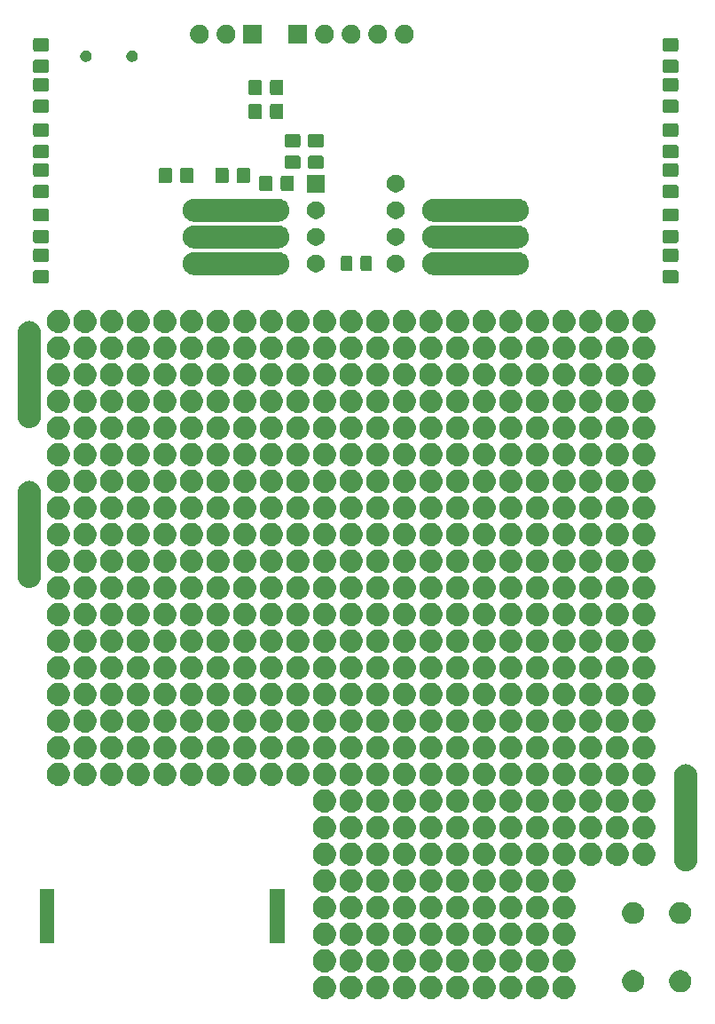
<source format=gbs>
G04 #@! TF.GenerationSoftware,KiCad,Pcbnew,(5.1.5)-2*
G04 #@! TF.CreationDate,2021-11-26T12:09:46+01:00*
G04 #@! TF.ProjectId,PIC12_BOARD_REV2,50494331-325f-4424-9f41-52445f524556,rev?*
G04 #@! TF.SameCoordinates,Original*
G04 #@! TF.FileFunction,Soldermask,Bot*
G04 #@! TF.FilePolarity,Negative*
%FSLAX46Y46*%
G04 Gerber Fmt 4.6, Leading zero omitted, Abs format (unit mm)*
G04 Created by KiCad (PCBNEW (5.1.5)-2) date 2021-11-26 12:09:46*
%MOMM*%
%LPD*%
G04 APERTURE LIST*
%ADD10C,0.100000*%
G04 APERTURE END LIST*
D10*
G36*
X176514655Y-139771091D02*
G01*
X176586525Y-139785387D01*
X176789624Y-139869513D01*
X176972409Y-139991646D01*
X177127854Y-140147091D01*
X177249987Y-140329876D01*
X177334113Y-140532975D01*
X177377000Y-140748584D01*
X177377000Y-140968416D01*
X177334113Y-141184025D01*
X177249987Y-141387124D01*
X177127854Y-141569909D01*
X176972409Y-141725354D01*
X176789624Y-141847487D01*
X176586525Y-141931613D01*
X176514655Y-141945909D01*
X176370918Y-141974500D01*
X176151082Y-141974500D01*
X176007345Y-141945909D01*
X175935475Y-141931613D01*
X175732376Y-141847487D01*
X175549591Y-141725354D01*
X175394146Y-141569909D01*
X175272013Y-141387124D01*
X175187887Y-141184025D01*
X175145000Y-140968416D01*
X175145000Y-140748584D01*
X175187887Y-140532975D01*
X175272013Y-140329876D01*
X175394146Y-140147091D01*
X175549591Y-139991646D01*
X175732376Y-139869513D01*
X175935475Y-139785387D01*
X176007345Y-139771091D01*
X176151082Y-139742500D01*
X176370918Y-139742500D01*
X176514655Y-139771091D01*
G37*
G36*
X173974655Y-139771091D02*
G01*
X174046525Y-139785387D01*
X174249624Y-139869513D01*
X174432409Y-139991646D01*
X174587854Y-140147091D01*
X174709987Y-140329876D01*
X174794113Y-140532975D01*
X174837000Y-140748584D01*
X174837000Y-140968416D01*
X174794113Y-141184025D01*
X174709987Y-141387124D01*
X174587854Y-141569909D01*
X174432409Y-141725354D01*
X174249624Y-141847487D01*
X174046525Y-141931613D01*
X173974655Y-141945909D01*
X173830918Y-141974500D01*
X173611082Y-141974500D01*
X173467345Y-141945909D01*
X173395475Y-141931613D01*
X173192376Y-141847487D01*
X173009591Y-141725354D01*
X172854146Y-141569909D01*
X172732013Y-141387124D01*
X172647887Y-141184025D01*
X172605000Y-140968416D01*
X172605000Y-140748584D01*
X172647887Y-140532975D01*
X172732013Y-140329876D01*
X172854146Y-140147091D01*
X173009591Y-139991646D01*
X173192376Y-139869513D01*
X173395475Y-139785387D01*
X173467345Y-139771091D01*
X173611082Y-139742500D01*
X173830918Y-139742500D01*
X173974655Y-139771091D01*
G37*
G36*
X153654655Y-139771091D02*
G01*
X153726525Y-139785387D01*
X153929624Y-139869513D01*
X154112409Y-139991646D01*
X154267854Y-140147091D01*
X154389987Y-140329876D01*
X154474113Y-140532975D01*
X154517000Y-140748584D01*
X154517000Y-140968416D01*
X154474113Y-141184025D01*
X154389987Y-141387124D01*
X154267854Y-141569909D01*
X154112409Y-141725354D01*
X153929624Y-141847487D01*
X153726525Y-141931613D01*
X153654655Y-141945909D01*
X153510918Y-141974500D01*
X153291082Y-141974500D01*
X153147345Y-141945909D01*
X153075475Y-141931613D01*
X152872376Y-141847487D01*
X152689591Y-141725354D01*
X152534146Y-141569909D01*
X152412013Y-141387124D01*
X152327887Y-141184025D01*
X152285000Y-140968416D01*
X152285000Y-140748584D01*
X152327887Y-140532975D01*
X152412013Y-140329876D01*
X152534146Y-140147091D01*
X152689591Y-139991646D01*
X152872376Y-139869513D01*
X153075475Y-139785387D01*
X153147345Y-139771091D01*
X153291082Y-139742500D01*
X153510918Y-139742500D01*
X153654655Y-139771091D01*
G37*
G36*
X166354655Y-139771091D02*
G01*
X166426525Y-139785387D01*
X166629624Y-139869513D01*
X166812409Y-139991646D01*
X166967854Y-140147091D01*
X167089987Y-140329876D01*
X167174113Y-140532975D01*
X167217000Y-140748584D01*
X167217000Y-140968416D01*
X167174113Y-141184025D01*
X167089987Y-141387124D01*
X166967854Y-141569909D01*
X166812409Y-141725354D01*
X166629624Y-141847487D01*
X166426525Y-141931613D01*
X166354655Y-141945909D01*
X166210918Y-141974500D01*
X165991082Y-141974500D01*
X165847345Y-141945909D01*
X165775475Y-141931613D01*
X165572376Y-141847487D01*
X165389591Y-141725354D01*
X165234146Y-141569909D01*
X165112013Y-141387124D01*
X165027887Y-141184025D01*
X164985000Y-140968416D01*
X164985000Y-140748584D01*
X165027887Y-140532975D01*
X165112013Y-140329876D01*
X165234146Y-140147091D01*
X165389591Y-139991646D01*
X165572376Y-139869513D01*
X165775475Y-139785387D01*
X165847345Y-139771091D01*
X165991082Y-139742500D01*
X166210918Y-139742500D01*
X166354655Y-139771091D01*
G37*
G36*
X168894655Y-139771091D02*
G01*
X168966525Y-139785387D01*
X169169624Y-139869513D01*
X169352409Y-139991646D01*
X169507854Y-140147091D01*
X169629987Y-140329876D01*
X169714113Y-140532975D01*
X169757000Y-140748584D01*
X169757000Y-140968416D01*
X169714113Y-141184025D01*
X169629987Y-141387124D01*
X169507854Y-141569909D01*
X169352409Y-141725354D01*
X169169624Y-141847487D01*
X168966525Y-141931613D01*
X168894655Y-141945909D01*
X168750918Y-141974500D01*
X168531082Y-141974500D01*
X168387345Y-141945909D01*
X168315475Y-141931613D01*
X168112376Y-141847487D01*
X167929591Y-141725354D01*
X167774146Y-141569909D01*
X167652013Y-141387124D01*
X167567887Y-141184025D01*
X167525000Y-140968416D01*
X167525000Y-140748584D01*
X167567887Y-140532975D01*
X167652013Y-140329876D01*
X167774146Y-140147091D01*
X167929591Y-139991646D01*
X168112376Y-139869513D01*
X168315475Y-139785387D01*
X168387345Y-139771091D01*
X168531082Y-139742500D01*
X168750918Y-139742500D01*
X168894655Y-139771091D01*
G37*
G36*
X171434655Y-139771091D02*
G01*
X171506525Y-139785387D01*
X171709624Y-139869513D01*
X171892409Y-139991646D01*
X172047854Y-140147091D01*
X172169987Y-140329876D01*
X172254113Y-140532975D01*
X172297000Y-140748584D01*
X172297000Y-140968416D01*
X172254113Y-141184025D01*
X172169987Y-141387124D01*
X172047854Y-141569909D01*
X171892409Y-141725354D01*
X171709624Y-141847487D01*
X171506525Y-141931613D01*
X171434655Y-141945909D01*
X171290918Y-141974500D01*
X171071082Y-141974500D01*
X170927345Y-141945909D01*
X170855475Y-141931613D01*
X170652376Y-141847487D01*
X170469591Y-141725354D01*
X170314146Y-141569909D01*
X170192013Y-141387124D01*
X170107887Y-141184025D01*
X170065000Y-140968416D01*
X170065000Y-140748584D01*
X170107887Y-140532975D01*
X170192013Y-140329876D01*
X170314146Y-140147091D01*
X170469591Y-139991646D01*
X170652376Y-139869513D01*
X170855475Y-139785387D01*
X170927345Y-139771091D01*
X171071082Y-139742500D01*
X171290918Y-139742500D01*
X171434655Y-139771091D01*
G37*
G36*
X156194655Y-139771091D02*
G01*
X156266525Y-139785387D01*
X156469624Y-139869513D01*
X156652409Y-139991646D01*
X156807854Y-140147091D01*
X156929987Y-140329876D01*
X157014113Y-140532975D01*
X157057000Y-140748584D01*
X157057000Y-140968416D01*
X157014113Y-141184025D01*
X156929987Y-141387124D01*
X156807854Y-141569909D01*
X156652409Y-141725354D01*
X156469624Y-141847487D01*
X156266525Y-141931613D01*
X156194655Y-141945909D01*
X156050918Y-141974500D01*
X155831082Y-141974500D01*
X155687345Y-141945909D01*
X155615475Y-141931613D01*
X155412376Y-141847487D01*
X155229591Y-141725354D01*
X155074146Y-141569909D01*
X154952013Y-141387124D01*
X154867887Y-141184025D01*
X154825000Y-140968416D01*
X154825000Y-140748584D01*
X154867887Y-140532975D01*
X154952013Y-140329876D01*
X155074146Y-140147091D01*
X155229591Y-139991646D01*
X155412376Y-139869513D01*
X155615475Y-139785387D01*
X155687345Y-139771091D01*
X155831082Y-139742500D01*
X156050918Y-139742500D01*
X156194655Y-139771091D01*
G37*
G36*
X163814655Y-139771091D02*
G01*
X163886525Y-139785387D01*
X164089624Y-139869513D01*
X164272409Y-139991646D01*
X164427854Y-140147091D01*
X164549987Y-140329876D01*
X164634113Y-140532975D01*
X164677000Y-140748584D01*
X164677000Y-140968416D01*
X164634113Y-141184025D01*
X164549987Y-141387124D01*
X164427854Y-141569909D01*
X164272409Y-141725354D01*
X164089624Y-141847487D01*
X163886525Y-141931613D01*
X163814655Y-141945909D01*
X163670918Y-141974500D01*
X163451082Y-141974500D01*
X163307345Y-141945909D01*
X163235475Y-141931613D01*
X163032376Y-141847487D01*
X162849591Y-141725354D01*
X162694146Y-141569909D01*
X162572013Y-141387124D01*
X162487887Y-141184025D01*
X162445000Y-140968416D01*
X162445000Y-140748584D01*
X162487887Y-140532975D01*
X162572013Y-140329876D01*
X162694146Y-140147091D01*
X162849591Y-139991646D01*
X163032376Y-139869513D01*
X163235475Y-139785387D01*
X163307345Y-139771091D01*
X163451082Y-139742500D01*
X163670918Y-139742500D01*
X163814655Y-139771091D01*
G37*
G36*
X158734655Y-139771091D02*
G01*
X158806525Y-139785387D01*
X159009624Y-139869513D01*
X159192409Y-139991646D01*
X159347854Y-140147091D01*
X159469987Y-140329876D01*
X159554113Y-140532975D01*
X159597000Y-140748584D01*
X159597000Y-140968416D01*
X159554113Y-141184025D01*
X159469987Y-141387124D01*
X159347854Y-141569909D01*
X159192409Y-141725354D01*
X159009624Y-141847487D01*
X158806525Y-141931613D01*
X158734655Y-141945909D01*
X158590918Y-141974500D01*
X158371082Y-141974500D01*
X158227345Y-141945909D01*
X158155475Y-141931613D01*
X157952376Y-141847487D01*
X157769591Y-141725354D01*
X157614146Y-141569909D01*
X157492013Y-141387124D01*
X157407887Y-141184025D01*
X157365000Y-140968416D01*
X157365000Y-140748584D01*
X157407887Y-140532975D01*
X157492013Y-140329876D01*
X157614146Y-140147091D01*
X157769591Y-139991646D01*
X157952376Y-139869513D01*
X158155475Y-139785387D01*
X158227345Y-139771091D01*
X158371082Y-139742500D01*
X158590918Y-139742500D01*
X158734655Y-139771091D01*
G37*
G36*
X161274655Y-139771091D02*
G01*
X161346525Y-139785387D01*
X161549624Y-139869513D01*
X161732409Y-139991646D01*
X161887854Y-140147091D01*
X162009987Y-140329876D01*
X162094113Y-140532975D01*
X162137000Y-140748584D01*
X162137000Y-140968416D01*
X162094113Y-141184025D01*
X162009987Y-141387124D01*
X161887854Y-141569909D01*
X161732409Y-141725354D01*
X161549624Y-141847487D01*
X161346525Y-141931613D01*
X161274655Y-141945909D01*
X161130918Y-141974500D01*
X160911082Y-141974500D01*
X160767345Y-141945909D01*
X160695475Y-141931613D01*
X160492376Y-141847487D01*
X160309591Y-141725354D01*
X160154146Y-141569909D01*
X160032013Y-141387124D01*
X159947887Y-141184025D01*
X159905000Y-140968416D01*
X159905000Y-140748584D01*
X159947887Y-140532975D01*
X160032013Y-140329876D01*
X160154146Y-140147091D01*
X160309591Y-139991646D01*
X160492376Y-139869513D01*
X160695475Y-139785387D01*
X160767345Y-139771091D01*
X160911082Y-139742500D01*
X161130918Y-139742500D01*
X161274655Y-139771091D01*
G37*
G36*
X183155564Y-139252389D02*
G01*
X183346833Y-139331615D01*
X183346835Y-139331616D01*
X183518973Y-139446635D01*
X183665365Y-139593027D01*
X183765240Y-139742500D01*
X183780385Y-139765167D01*
X183859611Y-139956436D01*
X183900000Y-140159484D01*
X183900000Y-140366516D01*
X183859611Y-140569564D01*
X183780385Y-140760833D01*
X183780384Y-140760835D01*
X183665365Y-140932973D01*
X183518973Y-141079365D01*
X183346835Y-141194384D01*
X183346834Y-141194385D01*
X183346833Y-141194385D01*
X183155564Y-141273611D01*
X182952516Y-141314000D01*
X182745484Y-141314000D01*
X182542436Y-141273611D01*
X182351167Y-141194385D01*
X182351166Y-141194385D01*
X182351165Y-141194384D01*
X182179027Y-141079365D01*
X182032635Y-140932973D01*
X181917616Y-140760835D01*
X181917615Y-140760833D01*
X181838389Y-140569564D01*
X181798000Y-140366516D01*
X181798000Y-140159484D01*
X181838389Y-139956436D01*
X181917615Y-139765167D01*
X181932761Y-139742500D01*
X182032635Y-139593027D01*
X182179027Y-139446635D01*
X182351165Y-139331616D01*
X182351167Y-139331615D01*
X182542436Y-139252389D01*
X182745484Y-139212000D01*
X182952516Y-139212000D01*
X183155564Y-139252389D01*
G37*
G36*
X187655564Y-139252389D02*
G01*
X187846833Y-139331615D01*
X187846835Y-139331616D01*
X188018973Y-139446635D01*
X188165365Y-139593027D01*
X188265240Y-139742500D01*
X188280385Y-139765167D01*
X188359611Y-139956436D01*
X188400000Y-140159484D01*
X188400000Y-140366516D01*
X188359611Y-140569564D01*
X188280385Y-140760833D01*
X188280384Y-140760835D01*
X188165365Y-140932973D01*
X188018973Y-141079365D01*
X187846835Y-141194384D01*
X187846834Y-141194385D01*
X187846833Y-141194385D01*
X187655564Y-141273611D01*
X187452516Y-141314000D01*
X187245484Y-141314000D01*
X187042436Y-141273611D01*
X186851167Y-141194385D01*
X186851166Y-141194385D01*
X186851165Y-141194384D01*
X186679027Y-141079365D01*
X186532635Y-140932973D01*
X186417616Y-140760835D01*
X186417615Y-140760833D01*
X186338389Y-140569564D01*
X186298000Y-140366516D01*
X186298000Y-140159484D01*
X186338389Y-139956436D01*
X186417615Y-139765167D01*
X186432761Y-139742500D01*
X186532635Y-139593027D01*
X186679027Y-139446635D01*
X186851165Y-139331616D01*
X186851167Y-139331615D01*
X187042436Y-139252389D01*
X187245484Y-139212000D01*
X187452516Y-139212000D01*
X187655564Y-139252389D01*
G37*
G36*
X158734655Y-137231091D02*
G01*
X158806525Y-137245387D01*
X159009624Y-137329513D01*
X159192409Y-137451646D01*
X159347854Y-137607091D01*
X159469987Y-137789876D01*
X159554113Y-137992975D01*
X159597000Y-138208584D01*
X159597000Y-138428416D01*
X159554113Y-138644025D01*
X159469987Y-138847124D01*
X159347854Y-139029909D01*
X159192409Y-139185354D01*
X159009624Y-139307487D01*
X158806525Y-139391613D01*
X158734655Y-139405909D01*
X158590918Y-139434500D01*
X158371082Y-139434500D01*
X158227345Y-139405909D01*
X158155475Y-139391613D01*
X157952376Y-139307487D01*
X157769591Y-139185354D01*
X157614146Y-139029909D01*
X157492013Y-138847124D01*
X157407887Y-138644025D01*
X157365000Y-138428416D01*
X157365000Y-138208584D01*
X157407887Y-137992975D01*
X157492013Y-137789876D01*
X157614146Y-137607091D01*
X157769591Y-137451646D01*
X157952376Y-137329513D01*
X158155475Y-137245387D01*
X158227345Y-137231091D01*
X158371082Y-137202500D01*
X158590918Y-137202500D01*
X158734655Y-137231091D01*
G37*
G36*
X156194655Y-137231091D02*
G01*
X156266525Y-137245387D01*
X156469624Y-137329513D01*
X156652409Y-137451646D01*
X156807854Y-137607091D01*
X156929987Y-137789876D01*
X157014113Y-137992975D01*
X157057000Y-138208584D01*
X157057000Y-138428416D01*
X157014113Y-138644025D01*
X156929987Y-138847124D01*
X156807854Y-139029909D01*
X156652409Y-139185354D01*
X156469624Y-139307487D01*
X156266525Y-139391613D01*
X156194655Y-139405909D01*
X156050918Y-139434500D01*
X155831082Y-139434500D01*
X155687345Y-139405909D01*
X155615475Y-139391613D01*
X155412376Y-139307487D01*
X155229591Y-139185354D01*
X155074146Y-139029909D01*
X154952013Y-138847124D01*
X154867887Y-138644025D01*
X154825000Y-138428416D01*
X154825000Y-138208584D01*
X154867887Y-137992975D01*
X154952013Y-137789876D01*
X155074146Y-137607091D01*
X155229591Y-137451646D01*
X155412376Y-137329513D01*
X155615475Y-137245387D01*
X155687345Y-137231091D01*
X155831082Y-137202500D01*
X156050918Y-137202500D01*
X156194655Y-137231091D01*
G37*
G36*
X166354655Y-137231091D02*
G01*
X166426525Y-137245387D01*
X166629624Y-137329513D01*
X166812409Y-137451646D01*
X166967854Y-137607091D01*
X167089987Y-137789876D01*
X167174113Y-137992975D01*
X167217000Y-138208584D01*
X167217000Y-138428416D01*
X167174113Y-138644025D01*
X167089987Y-138847124D01*
X166967854Y-139029909D01*
X166812409Y-139185354D01*
X166629624Y-139307487D01*
X166426525Y-139391613D01*
X166354655Y-139405909D01*
X166210918Y-139434500D01*
X165991082Y-139434500D01*
X165847345Y-139405909D01*
X165775475Y-139391613D01*
X165572376Y-139307487D01*
X165389591Y-139185354D01*
X165234146Y-139029909D01*
X165112013Y-138847124D01*
X165027887Y-138644025D01*
X164985000Y-138428416D01*
X164985000Y-138208584D01*
X165027887Y-137992975D01*
X165112013Y-137789876D01*
X165234146Y-137607091D01*
X165389591Y-137451646D01*
X165572376Y-137329513D01*
X165775475Y-137245387D01*
X165847345Y-137231091D01*
X165991082Y-137202500D01*
X166210918Y-137202500D01*
X166354655Y-137231091D01*
G37*
G36*
X163814655Y-137231091D02*
G01*
X163886525Y-137245387D01*
X164089624Y-137329513D01*
X164272409Y-137451646D01*
X164427854Y-137607091D01*
X164549987Y-137789876D01*
X164634113Y-137992975D01*
X164677000Y-138208584D01*
X164677000Y-138428416D01*
X164634113Y-138644025D01*
X164549987Y-138847124D01*
X164427854Y-139029909D01*
X164272409Y-139185354D01*
X164089624Y-139307487D01*
X163886525Y-139391613D01*
X163814655Y-139405909D01*
X163670918Y-139434500D01*
X163451082Y-139434500D01*
X163307345Y-139405909D01*
X163235475Y-139391613D01*
X163032376Y-139307487D01*
X162849591Y-139185354D01*
X162694146Y-139029909D01*
X162572013Y-138847124D01*
X162487887Y-138644025D01*
X162445000Y-138428416D01*
X162445000Y-138208584D01*
X162487887Y-137992975D01*
X162572013Y-137789876D01*
X162694146Y-137607091D01*
X162849591Y-137451646D01*
X163032376Y-137329513D01*
X163235475Y-137245387D01*
X163307345Y-137231091D01*
X163451082Y-137202500D01*
X163670918Y-137202500D01*
X163814655Y-137231091D01*
G37*
G36*
X153654655Y-137231091D02*
G01*
X153726525Y-137245387D01*
X153929624Y-137329513D01*
X154112409Y-137451646D01*
X154267854Y-137607091D01*
X154389987Y-137789876D01*
X154474113Y-137992975D01*
X154517000Y-138208584D01*
X154517000Y-138428416D01*
X154474113Y-138644025D01*
X154389987Y-138847124D01*
X154267854Y-139029909D01*
X154112409Y-139185354D01*
X153929624Y-139307487D01*
X153726525Y-139391613D01*
X153654655Y-139405909D01*
X153510918Y-139434500D01*
X153291082Y-139434500D01*
X153147345Y-139405909D01*
X153075475Y-139391613D01*
X152872376Y-139307487D01*
X152689591Y-139185354D01*
X152534146Y-139029909D01*
X152412013Y-138847124D01*
X152327887Y-138644025D01*
X152285000Y-138428416D01*
X152285000Y-138208584D01*
X152327887Y-137992975D01*
X152412013Y-137789876D01*
X152534146Y-137607091D01*
X152689591Y-137451646D01*
X152872376Y-137329513D01*
X153075475Y-137245387D01*
X153147345Y-137231091D01*
X153291082Y-137202500D01*
X153510918Y-137202500D01*
X153654655Y-137231091D01*
G37*
G36*
X161274655Y-137231091D02*
G01*
X161346525Y-137245387D01*
X161549624Y-137329513D01*
X161732409Y-137451646D01*
X161887854Y-137607091D01*
X162009987Y-137789876D01*
X162094113Y-137992975D01*
X162137000Y-138208584D01*
X162137000Y-138428416D01*
X162094113Y-138644025D01*
X162009987Y-138847124D01*
X161887854Y-139029909D01*
X161732409Y-139185354D01*
X161549624Y-139307487D01*
X161346525Y-139391613D01*
X161274655Y-139405909D01*
X161130918Y-139434500D01*
X160911082Y-139434500D01*
X160767345Y-139405909D01*
X160695475Y-139391613D01*
X160492376Y-139307487D01*
X160309591Y-139185354D01*
X160154146Y-139029909D01*
X160032013Y-138847124D01*
X159947887Y-138644025D01*
X159905000Y-138428416D01*
X159905000Y-138208584D01*
X159947887Y-137992975D01*
X160032013Y-137789876D01*
X160154146Y-137607091D01*
X160309591Y-137451646D01*
X160492376Y-137329513D01*
X160695475Y-137245387D01*
X160767345Y-137231091D01*
X160911082Y-137202500D01*
X161130918Y-137202500D01*
X161274655Y-137231091D01*
G37*
G36*
X168894655Y-137231091D02*
G01*
X168966525Y-137245387D01*
X169169624Y-137329513D01*
X169352409Y-137451646D01*
X169507854Y-137607091D01*
X169629987Y-137789876D01*
X169714113Y-137992975D01*
X169757000Y-138208584D01*
X169757000Y-138428416D01*
X169714113Y-138644025D01*
X169629987Y-138847124D01*
X169507854Y-139029909D01*
X169352409Y-139185354D01*
X169169624Y-139307487D01*
X168966525Y-139391613D01*
X168894655Y-139405909D01*
X168750918Y-139434500D01*
X168531082Y-139434500D01*
X168387345Y-139405909D01*
X168315475Y-139391613D01*
X168112376Y-139307487D01*
X167929591Y-139185354D01*
X167774146Y-139029909D01*
X167652013Y-138847124D01*
X167567887Y-138644025D01*
X167525000Y-138428416D01*
X167525000Y-138208584D01*
X167567887Y-137992975D01*
X167652013Y-137789876D01*
X167774146Y-137607091D01*
X167929591Y-137451646D01*
X168112376Y-137329513D01*
X168315475Y-137245387D01*
X168387345Y-137231091D01*
X168531082Y-137202500D01*
X168750918Y-137202500D01*
X168894655Y-137231091D01*
G37*
G36*
X173974655Y-137231091D02*
G01*
X174046525Y-137245387D01*
X174249624Y-137329513D01*
X174432409Y-137451646D01*
X174587854Y-137607091D01*
X174709987Y-137789876D01*
X174794113Y-137992975D01*
X174837000Y-138208584D01*
X174837000Y-138428416D01*
X174794113Y-138644025D01*
X174709987Y-138847124D01*
X174587854Y-139029909D01*
X174432409Y-139185354D01*
X174249624Y-139307487D01*
X174046525Y-139391613D01*
X173974655Y-139405909D01*
X173830918Y-139434500D01*
X173611082Y-139434500D01*
X173467345Y-139405909D01*
X173395475Y-139391613D01*
X173192376Y-139307487D01*
X173009591Y-139185354D01*
X172854146Y-139029909D01*
X172732013Y-138847124D01*
X172647887Y-138644025D01*
X172605000Y-138428416D01*
X172605000Y-138208584D01*
X172647887Y-137992975D01*
X172732013Y-137789876D01*
X172854146Y-137607091D01*
X173009591Y-137451646D01*
X173192376Y-137329513D01*
X173395475Y-137245387D01*
X173467345Y-137231091D01*
X173611082Y-137202500D01*
X173830918Y-137202500D01*
X173974655Y-137231091D01*
G37*
G36*
X176514655Y-137231091D02*
G01*
X176586525Y-137245387D01*
X176789624Y-137329513D01*
X176972409Y-137451646D01*
X177127854Y-137607091D01*
X177249987Y-137789876D01*
X177334113Y-137992975D01*
X177377000Y-138208584D01*
X177377000Y-138428416D01*
X177334113Y-138644025D01*
X177249987Y-138847124D01*
X177127854Y-139029909D01*
X176972409Y-139185354D01*
X176789624Y-139307487D01*
X176586525Y-139391613D01*
X176514655Y-139405909D01*
X176370918Y-139434500D01*
X176151082Y-139434500D01*
X176007345Y-139405909D01*
X175935475Y-139391613D01*
X175732376Y-139307487D01*
X175549591Y-139185354D01*
X175394146Y-139029909D01*
X175272013Y-138847124D01*
X175187887Y-138644025D01*
X175145000Y-138428416D01*
X175145000Y-138208584D01*
X175187887Y-137992975D01*
X175272013Y-137789876D01*
X175394146Y-137607091D01*
X175549591Y-137451646D01*
X175732376Y-137329513D01*
X175935475Y-137245387D01*
X176007345Y-137231091D01*
X176151082Y-137202500D01*
X176370918Y-137202500D01*
X176514655Y-137231091D01*
G37*
G36*
X171434655Y-137231091D02*
G01*
X171506525Y-137245387D01*
X171709624Y-137329513D01*
X171892409Y-137451646D01*
X172047854Y-137607091D01*
X172169987Y-137789876D01*
X172254113Y-137992975D01*
X172297000Y-138208584D01*
X172297000Y-138428416D01*
X172254113Y-138644025D01*
X172169987Y-138847124D01*
X172047854Y-139029909D01*
X171892409Y-139185354D01*
X171709624Y-139307487D01*
X171506525Y-139391613D01*
X171434655Y-139405909D01*
X171290918Y-139434500D01*
X171071082Y-139434500D01*
X170927345Y-139405909D01*
X170855475Y-139391613D01*
X170652376Y-139307487D01*
X170469591Y-139185354D01*
X170314146Y-139029909D01*
X170192013Y-138847124D01*
X170107887Y-138644025D01*
X170065000Y-138428416D01*
X170065000Y-138208584D01*
X170107887Y-137992975D01*
X170192013Y-137789876D01*
X170314146Y-137607091D01*
X170469591Y-137451646D01*
X170652376Y-137329513D01*
X170855475Y-137245387D01*
X170927345Y-137231091D01*
X171071082Y-137202500D01*
X171290918Y-137202500D01*
X171434655Y-137231091D01*
G37*
G36*
X158734655Y-134691091D02*
G01*
X158806525Y-134705387D01*
X159009624Y-134789513D01*
X159192409Y-134911646D01*
X159347854Y-135067091D01*
X159469987Y-135249876D01*
X159554113Y-135452975D01*
X159597000Y-135668584D01*
X159597000Y-135888416D01*
X159554113Y-136104025D01*
X159469987Y-136307124D01*
X159347854Y-136489909D01*
X159192409Y-136645354D01*
X159009624Y-136767487D01*
X158806525Y-136851613D01*
X158734655Y-136865909D01*
X158590918Y-136894500D01*
X158371082Y-136894500D01*
X158227345Y-136865909D01*
X158155475Y-136851613D01*
X157952376Y-136767487D01*
X157769591Y-136645354D01*
X157614146Y-136489909D01*
X157492013Y-136307124D01*
X157407887Y-136104025D01*
X157365000Y-135888416D01*
X157365000Y-135668584D01*
X157407887Y-135452975D01*
X157492013Y-135249876D01*
X157614146Y-135067091D01*
X157769591Y-134911646D01*
X157952376Y-134789513D01*
X158155475Y-134705387D01*
X158227345Y-134691091D01*
X158371082Y-134662500D01*
X158590918Y-134662500D01*
X158734655Y-134691091D01*
G37*
G36*
X153654655Y-134691091D02*
G01*
X153726525Y-134705387D01*
X153929624Y-134789513D01*
X154112409Y-134911646D01*
X154267854Y-135067091D01*
X154389987Y-135249876D01*
X154474113Y-135452975D01*
X154517000Y-135668584D01*
X154517000Y-135888416D01*
X154474113Y-136104025D01*
X154389987Y-136307124D01*
X154267854Y-136489909D01*
X154112409Y-136645354D01*
X153929624Y-136767487D01*
X153726525Y-136851613D01*
X153654655Y-136865909D01*
X153510918Y-136894500D01*
X153291082Y-136894500D01*
X153147345Y-136865909D01*
X153075475Y-136851613D01*
X152872376Y-136767487D01*
X152689591Y-136645354D01*
X152534146Y-136489909D01*
X152412013Y-136307124D01*
X152327887Y-136104025D01*
X152285000Y-135888416D01*
X152285000Y-135668584D01*
X152327887Y-135452975D01*
X152412013Y-135249876D01*
X152534146Y-135067091D01*
X152689591Y-134911646D01*
X152872376Y-134789513D01*
X153075475Y-134705387D01*
X153147345Y-134691091D01*
X153291082Y-134662500D01*
X153510918Y-134662500D01*
X153654655Y-134691091D01*
G37*
G36*
X156194655Y-134691091D02*
G01*
X156266525Y-134705387D01*
X156469624Y-134789513D01*
X156652409Y-134911646D01*
X156807854Y-135067091D01*
X156929987Y-135249876D01*
X157014113Y-135452975D01*
X157057000Y-135668584D01*
X157057000Y-135888416D01*
X157014113Y-136104025D01*
X156929987Y-136307124D01*
X156807854Y-136489909D01*
X156652409Y-136645354D01*
X156469624Y-136767487D01*
X156266525Y-136851613D01*
X156194655Y-136865909D01*
X156050918Y-136894500D01*
X155831082Y-136894500D01*
X155687345Y-136865909D01*
X155615475Y-136851613D01*
X155412376Y-136767487D01*
X155229591Y-136645354D01*
X155074146Y-136489909D01*
X154952013Y-136307124D01*
X154867887Y-136104025D01*
X154825000Y-135888416D01*
X154825000Y-135668584D01*
X154867887Y-135452975D01*
X154952013Y-135249876D01*
X155074146Y-135067091D01*
X155229591Y-134911646D01*
X155412376Y-134789513D01*
X155615475Y-134705387D01*
X155687345Y-134691091D01*
X155831082Y-134662500D01*
X156050918Y-134662500D01*
X156194655Y-134691091D01*
G37*
G36*
X163814655Y-134691091D02*
G01*
X163886525Y-134705387D01*
X164089624Y-134789513D01*
X164272409Y-134911646D01*
X164427854Y-135067091D01*
X164549987Y-135249876D01*
X164634113Y-135452975D01*
X164677000Y-135668584D01*
X164677000Y-135888416D01*
X164634113Y-136104025D01*
X164549987Y-136307124D01*
X164427854Y-136489909D01*
X164272409Y-136645354D01*
X164089624Y-136767487D01*
X163886525Y-136851613D01*
X163814655Y-136865909D01*
X163670918Y-136894500D01*
X163451082Y-136894500D01*
X163307345Y-136865909D01*
X163235475Y-136851613D01*
X163032376Y-136767487D01*
X162849591Y-136645354D01*
X162694146Y-136489909D01*
X162572013Y-136307124D01*
X162487887Y-136104025D01*
X162445000Y-135888416D01*
X162445000Y-135668584D01*
X162487887Y-135452975D01*
X162572013Y-135249876D01*
X162694146Y-135067091D01*
X162849591Y-134911646D01*
X163032376Y-134789513D01*
X163235475Y-134705387D01*
X163307345Y-134691091D01*
X163451082Y-134662500D01*
X163670918Y-134662500D01*
X163814655Y-134691091D01*
G37*
G36*
X166354655Y-134691091D02*
G01*
X166426525Y-134705387D01*
X166629624Y-134789513D01*
X166812409Y-134911646D01*
X166967854Y-135067091D01*
X167089987Y-135249876D01*
X167174113Y-135452975D01*
X167217000Y-135668584D01*
X167217000Y-135888416D01*
X167174113Y-136104025D01*
X167089987Y-136307124D01*
X166967854Y-136489909D01*
X166812409Y-136645354D01*
X166629624Y-136767487D01*
X166426525Y-136851613D01*
X166354655Y-136865909D01*
X166210918Y-136894500D01*
X165991082Y-136894500D01*
X165847345Y-136865909D01*
X165775475Y-136851613D01*
X165572376Y-136767487D01*
X165389591Y-136645354D01*
X165234146Y-136489909D01*
X165112013Y-136307124D01*
X165027887Y-136104025D01*
X164985000Y-135888416D01*
X164985000Y-135668584D01*
X165027887Y-135452975D01*
X165112013Y-135249876D01*
X165234146Y-135067091D01*
X165389591Y-134911646D01*
X165572376Y-134789513D01*
X165775475Y-134705387D01*
X165847345Y-134691091D01*
X165991082Y-134662500D01*
X166210918Y-134662500D01*
X166354655Y-134691091D01*
G37*
G36*
X168894655Y-134691091D02*
G01*
X168966525Y-134705387D01*
X169169624Y-134789513D01*
X169352409Y-134911646D01*
X169507854Y-135067091D01*
X169629987Y-135249876D01*
X169714113Y-135452975D01*
X169757000Y-135668584D01*
X169757000Y-135888416D01*
X169714113Y-136104025D01*
X169629987Y-136307124D01*
X169507854Y-136489909D01*
X169352409Y-136645354D01*
X169169624Y-136767487D01*
X168966525Y-136851613D01*
X168894655Y-136865909D01*
X168750918Y-136894500D01*
X168531082Y-136894500D01*
X168387345Y-136865909D01*
X168315475Y-136851613D01*
X168112376Y-136767487D01*
X167929591Y-136645354D01*
X167774146Y-136489909D01*
X167652013Y-136307124D01*
X167567887Y-136104025D01*
X167525000Y-135888416D01*
X167525000Y-135668584D01*
X167567887Y-135452975D01*
X167652013Y-135249876D01*
X167774146Y-135067091D01*
X167929591Y-134911646D01*
X168112376Y-134789513D01*
X168315475Y-134705387D01*
X168387345Y-134691091D01*
X168531082Y-134662500D01*
X168750918Y-134662500D01*
X168894655Y-134691091D01*
G37*
G36*
X171434655Y-134691091D02*
G01*
X171506525Y-134705387D01*
X171709624Y-134789513D01*
X171892409Y-134911646D01*
X172047854Y-135067091D01*
X172169987Y-135249876D01*
X172254113Y-135452975D01*
X172297000Y-135668584D01*
X172297000Y-135888416D01*
X172254113Y-136104025D01*
X172169987Y-136307124D01*
X172047854Y-136489909D01*
X171892409Y-136645354D01*
X171709624Y-136767487D01*
X171506525Y-136851613D01*
X171434655Y-136865909D01*
X171290918Y-136894500D01*
X171071082Y-136894500D01*
X170927345Y-136865909D01*
X170855475Y-136851613D01*
X170652376Y-136767487D01*
X170469591Y-136645354D01*
X170314146Y-136489909D01*
X170192013Y-136307124D01*
X170107887Y-136104025D01*
X170065000Y-135888416D01*
X170065000Y-135668584D01*
X170107887Y-135452975D01*
X170192013Y-135249876D01*
X170314146Y-135067091D01*
X170469591Y-134911646D01*
X170652376Y-134789513D01*
X170855475Y-134705387D01*
X170927345Y-134691091D01*
X171071082Y-134662500D01*
X171290918Y-134662500D01*
X171434655Y-134691091D01*
G37*
G36*
X173974655Y-134691091D02*
G01*
X174046525Y-134705387D01*
X174249624Y-134789513D01*
X174432409Y-134911646D01*
X174587854Y-135067091D01*
X174709987Y-135249876D01*
X174794113Y-135452975D01*
X174837000Y-135668584D01*
X174837000Y-135888416D01*
X174794113Y-136104025D01*
X174709987Y-136307124D01*
X174587854Y-136489909D01*
X174432409Y-136645354D01*
X174249624Y-136767487D01*
X174046525Y-136851613D01*
X173974655Y-136865909D01*
X173830918Y-136894500D01*
X173611082Y-136894500D01*
X173467345Y-136865909D01*
X173395475Y-136851613D01*
X173192376Y-136767487D01*
X173009591Y-136645354D01*
X172854146Y-136489909D01*
X172732013Y-136307124D01*
X172647887Y-136104025D01*
X172605000Y-135888416D01*
X172605000Y-135668584D01*
X172647887Y-135452975D01*
X172732013Y-135249876D01*
X172854146Y-135067091D01*
X173009591Y-134911646D01*
X173192376Y-134789513D01*
X173395475Y-134705387D01*
X173467345Y-134691091D01*
X173611082Y-134662500D01*
X173830918Y-134662500D01*
X173974655Y-134691091D01*
G37*
G36*
X176514655Y-134691091D02*
G01*
X176586525Y-134705387D01*
X176789624Y-134789513D01*
X176972409Y-134911646D01*
X177127854Y-135067091D01*
X177249987Y-135249876D01*
X177334113Y-135452975D01*
X177377000Y-135668584D01*
X177377000Y-135888416D01*
X177334113Y-136104025D01*
X177249987Y-136307124D01*
X177127854Y-136489909D01*
X176972409Y-136645354D01*
X176789624Y-136767487D01*
X176586525Y-136851613D01*
X176514655Y-136865909D01*
X176370918Y-136894500D01*
X176151082Y-136894500D01*
X176007345Y-136865909D01*
X175935475Y-136851613D01*
X175732376Y-136767487D01*
X175549591Y-136645354D01*
X175394146Y-136489909D01*
X175272013Y-136307124D01*
X175187887Y-136104025D01*
X175145000Y-135888416D01*
X175145000Y-135668584D01*
X175187887Y-135452975D01*
X175272013Y-135249876D01*
X175394146Y-135067091D01*
X175549591Y-134911646D01*
X175732376Y-134789513D01*
X175935475Y-134705387D01*
X176007345Y-134691091D01*
X176151082Y-134662500D01*
X176370918Y-134662500D01*
X176514655Y-134691091D01*
G37*
G36*
X161274655Y-134691091D02*
G01*
X161346525Y-134705387D01*
X161549624Y-134789513D01*
X161732409Y-134911646D01*
X161887854Y-135067091D01*
X162009987Y-135249876D01*
X162094113Y-135452975D01*
X162137000Y-135668584D01*
X162137000Y-135888416D01*
X162094113Y-136104025D01*
X162009987Y-136307124D01*
X161887854Y-136489909D01*
X161732409Y-136645354D01*
X161549624Y-136767487D01*
X161346525Y-136851613D01*
X161274655Y-136865909D01*
X161130918Y-136894500D01*
X160911082Y-136894500D01*
X160767345Y-136865909D01*
X160695475Y-136851613D01*
X160492376Y-136767487D01*
X160309591Y-136645354D01*
X160154146Y-136489909D01*
X160032013Y-136307124D01*
X159947887Y-136104025D01*
X159905000Y-135888416D01*
X159905000Y-135668584D01*
X159947887Y-135452975D01*
X160032013Y-135249876D01*
X160154146Y-135067091D01*
X160309591Y-134911646D01*
X160492376Y-134789513D01*
X160695475Y-134705387D01*
X160767345Y-134691091D01*
X160911082Y-134662500D01*
X161130918Y-134662500D01*
X161274655Y-134691091D01*
G37*
G36*
X127608000Y-136655000D02*
G01*
X126236000Y-136655000D01*
X126236000Y-131473000D01*
X127608000Y-131473000D01*
X127608000Y-136655000D01*
G37*
G36*
X149578000Y-136655000D02*
G01*
X148206000Y-136655000D01*
X148206000Y-131473000D01*
X149578000Y-131473000D01*
X149578000Y-136655000D01*
G37*
G36*
X187655564Y-132752389D02*
G01*
X187846833Y-132831615D01*
X187846835Y-132831616D01*
X187968597Y-132912975D01*
X188018973Y-132946635D01*
X188165365Y-133093027D01*
X188280385Y-133265167D01*
X188359611Y-133456436D01*
X188400000Y-133659484D01*
X188400000Y-133866516D01*
X188359611Y-134069564D01*
X188344786Y-134105354D01*
X188280384Y-134260835D01*
X188165365Y-134432973D01*
X188018973Y-134579365D01*
X187846835Y-134694384D01*
X187846834Y-134694385D01*
X187846833Y-134694385D01*
X187655564Y-134773611D01*
X187452516Y-134814000D01*
X187245484Y-134814000D01*
X187042436Y-134773611D01*
X186851167Y-134694385D01*
X186851166Y-134694385D01*
X186851165Y-134694384D01*
X186679027Y-134579365D01*
X186532635Y-134432973D01*
X186417616Y-134260835D01*
X186353214Y-134105354D01*
X186338389Y-134069564D01*
X186298000Y-133866516D01*
X186298000Y-133659484D01*
X186338389Y-133456436D01*
X186417615Y-133265167D01*
X186532635Y-133093027D01*
X186679027Y-132946635D01*
X186729403Y-132912975D01*
X186851165Y-132831616D01*
X186851167Y-132831615D01*
X187042436Y-132752389D01*
X187245484Y-132712000D01*
X187452516Y-132712000D01*
X187655564Y-132752389D01*
G37*
G36*
X183155564Y-132752389D02*
G01*
X183346833Y-132831615D01*
X183346835Y-132831616D01*
X183468597Y-132912975D01*
X183518973Y-132946635D01*
X183665365Y-133093027D01*
X183780385Y-133265167D01*
X183859611Y-133456436D01*
X183900000Y-133659484D01*
X183900000Y-133866516D01*
X183859611Y-134069564D01*
X183844786Y-134105354D01*
X183780384Y-134260835D01*
X183665365Y-134432973D01*
X183518973Y-134579365D01*
X183346835Y-134694384D01*
X183346834Y-134694385D01*
X183346833Y-134694385D01*
X183155564Y-134773611D01*
X182952516Y-134814000D01*
X182745484Y-134814000D01*
X182542436Y-134773611D01*
X182351167Y-134694385D01*
X182351166Y-134694385D01*
X182351165Y-134694384D01*
X182179027Y-134579365D01*
X182032635Y-134432973D01*
X181917616Y-134260835D01*
X181853214Y-134105354D01*
X181838389Y-134069564D01*
X181798000Y-133866516D01*
X181798000Y-133659484D01*
X181838389Y-133456436D01*
X181917615Y-133265167D01*
X182032635Y-133093027D01*
X182179027Y-132946635D01*
X182229403Y-132912975D01*
X182351165Y-132831616D01*
X182351167Y-132831615D01*
X182542436Y-132752389D01*
X182745484Y-132712000D01*
X182952516Y-132712000D01*
X183155564Y-132752389D01*
G37*
G36*
X163814655Y-132151091D02*
G01*
X163886525Y-132165387D01*
X164089624Y-132249513D01*
X164272409Y-132371646D01*
X164427854Y-132527091D01*
X164549987Y-132709876D01*
X164600413Y-132831616D01*
X164634113Y-132912976D01*
X164669928Y-133093027D01*
X164677000Y-133128584D01*
X164677000Y-133348416D01*
X164634113Y-133564025D01*
X164549987Y-133767124D01*
X164427854Y-133949909D01*
X164272409Y-134105354D01*
X164089624Y-134227487D01*
X163886525Y-134311613D01*
X163814655Y-134325909D01*
X163670918Y-134354500D01*
X163451082Y-134354500D01*
X163307345Y-134325909D01*
X163235475Y-134311613D01*
X163032376Y-134227487D01*
X162849591Y-134105354D01*
X162694146Y-133949909D01*
X162572013Y-133767124D01*
X162487887Y-133564025D01*
X162445000Y-133348416D01*
X162445000Y-133128584D01*
X162452073Y-133093027D01*
X162487887Y-132912976D01*
X162521587Y-132831616D01*
X162572013Y-132709876D01*
X162694146Y-132527091D01*
X162849591Y-132371646D01*
X163032376Y-132249513D01*
X163235475Y-132165387D01*
X163307345Y-132151091D01*
X163451082Y-132122500D01*
X163670918Y-132122500D01*
X163814655Y-132151091D01*
G37*
G36*
X176514655Y-132151091D02*
G01*
X176586525Y-132165387D01*
X176789624Y-132249513D01*
X176972409Y-132371646D01*
X177127854Y-132527091D01*
X177249987Y-132709876D01*
X177300413Y-132831616D01*
X177334113Y-132912976D01*
X177369928Y-133093027D01*
X177377000Y-133128584D01*
X177377000Y-133348416D01*
X177334113Y-133564025D01*
X177249987Y-133767124D01*
X177127854Y-133949909D01*
X176972409Y-134105354D01*
X176789624Y-134227487D01*
X176586525Y-134311613D01*
X176514655Y-134325909D01*
X176370918Y-134354500D01*
X176151082Y-134354500D01*
X176007345Y-134325909D01*
X175935475Y-134311613D01*
X175732376Y-134227487D01*
X175549591Y-134105354D01*
X175394146Y-133949909D01*
X175272013Y-133767124D01*
X175187887Y-133564025D01*
X175145000Y-133348416D01*
X175145000Y-133128584D01*
X175152073Y-133093027D01*
X175187887Y-132912976D01*
X175221587Y-132831616D01*
X175272013Y-132709876D01*
X175394146Y-132527091D01*
X175549591Y-132371646D01*
X175732376Y-132249513D01*
X175935475Y-132165387D01*
X176007345Y-132151091D01*
X176151082Y-132122500D01*
X176370918Y-132122500D01*
X176514655Y-132151091D01*
G37*
G36*
X173974655Y-132151091D02*
G01*
X174046525Y-132165387D01*
X174249624Y-132249513D01*
X174432409Y-132371646D01*
X174587854Y-132527091D01*
X174709987Y-132709876D01*
X174760413Y-132831616D01*
X174794113Y-132912976D01*
X174829928Y-133093027D01*
X174837000Y-133128584D01*
X174837000Y-133348416D01*
X174794113Y-133564025D01*
X174709987Y-133767124D01*
X174587854Y-133949909D01*
X174432409Y-134105354D01*
X174249624Y-134227487D01*
X174046525Y-134311613D01*
X173974655Y-134325909D01*
X173830918Y-134354500D01*
X173611082Y-134354500D01*
X173467345Y-134325909D01*
X173395475Y-134311613D01*
X173192376Y-134227487D01*
X173009591Y-134105354D01*
X172854146Y-133949909D01*
X172732013Y-133767124D01*
X172647887Y-133564025D01*
X172605000Y-133348416D01*
X172605000Y-133128584D01*
X172612073Y-133093027D01*
X172647887Y-132912976D01*
X172681587Y-132831616D01*
X172732013Y-132709876D01*
X172854146Y-132527091D01*
X173009591Y-132371646D01*
X173192376Y-132249513D01*
X173395475Y-132165387D01*
X173467345Y-132151091D01*
X173611082Y-132122500D01*
X173830918Y-132122500D01*
X173974655Y-132151091D01*
G37*
G36*
X171434655Y-132151091D02*
G01*
X171506525Y-132165387D01*
X171709624Y-132249513D01*
X171892409Y-132371646D01*
X172047854Y-132527091D01*
X172169987Y-132709876D01*
X172220413Y-132831616D01*
X172254113Y-132912976D01*
X172289928Y-133093027D01*
X172297000Y-133128584D01*
X172297000Y-133348416D01*
X172254113Y-133564025D01*
X172169987Y-133767124D01*
X172047854Y-133949909D01*
X171892409Y-134105354D01*
X171709624Y-134227487D01*
X171506525Y-134311613D01*
X171434655Y-134325909D01*
X171290918Y-134354500D01*
X171071082Y-134354500D01*
X170927345Y-134325909D01*
X170855475Y-134311613D01*
X170652376Y-134227487D01*
X170469591Y-134105354D01*
X170314146Y-133949909D01*
X170192013Y-133767124D01*
X170107887Y-133564025D01*
X170065000Y-133348416D01*
X170065000Y-133128584D01*
X170072073Y-133093027D01*
X170107887Y-132912976D01*
X170141587Y-132831616D01*
X170192013Y-132709876D01*
X170314146Y-132527091D01*
X170469591Y-132371646D01*
X170652376Y-132249513D01*
X170855475Y-132165387D01*
X170927345Y-132151091D01*
X171071082Y-132122500D01*
X171290918Y-132122500D01*
X171434655Y-132151091D01*
G37*
G36*
X168894655Y-132151091D02*
G01*
X168966525Y-132165387D01*
X169169624Y-132249513D01*
X169352409Y-132371646D01*
X169507854Y-132527091D01*
X169629987Y-132709876D01*
X169680413Y-132831616D01*
X169714113Y-132912976D01*
X169749928Y-133093027D01*
X169757000Y-133128584D01*
X169757000Y-133348416D01*
X169714113Y-133564025D01*
X169629987Y-133767124D01*
X169507854Y-133949909D01*
X169352409Y-134105354D01*
X169169624Y-134227487D01*
X168966525Y-134311613D01*
X168894655Y-134325909D01*
X168750918Y-134354500D01*
X168531082Y-134354500D01*
X168387345Y-134325909D01*
X168315475Y-134311613D01*
X168112376Y-134227487D01*
X167929591Y-134105354D01*
X167774146Y-133949909D01*
X167652013Y-133767124D01*
X167567887Y-133564025D01*
X167525000Y-133348416D01*
X167525000Y-133128584D01*
X167532073Y-133093027D01*
X167567887Y-132912976D01*
X167601587Y-132831616D01*
X167652013Y-132709876D01*
X167774146Y-132527091D01*
X167929591Y-132371646D01*
X168112376Y-132249513D01*
X168315475Y-132165387D01*
X168387345Y-132151091D01*
X168531082Y-132122500D01*
X168750918Y-132122500D01*
X168894655Y-132151091D01*
G37*
G36*
X161274655Y-132151091D02*
G01*
X161346525Y-132165387D01*
X161549624Y-132249513D01*
X161732409Y-132371646D01*
X161887854Y-132527091D01*
X162009987Y-132709876D01*
X162060413Y-132831616D01*
X162094113Y-132912976D01*
X162129928Y-133093027D01*
X162137000Y-133128584D01*
X162137000Y-133348416D01*
X162094113Y-133564025D01*
X162009987Y-133767124D01*
X161887854Y-133949909D01*
X161732409Y-134105354D01*
X161549624Y-134227487D01*
X161346525Y-134311613D01*
X161274655Y-134325909D01*
X161130918Y-134354500D01*
X160911082Y-134354500D01*
X160767345Y-134325909D01*
X160695475Y-134311613D01*
X160492376Y-134227487D01*
X160309591Y-134105354D01*
X160154146Y-133949909D01*
X160032013Y-133767124D01*
X159947887Y-133564025D01*
X159905000Y-133348416D01*
X159905000Y-133128584D01*
X159912073Y-133093027D01*
X159947887Y-132912976D01*
X159981587Y-132831616D01*
X160032013Y-132709876D01*
X160154146Y-132527091D01*
X160309591Y-132371646D01*
X160492376Y-132249513D01*
X160695475Y-132165387D01*
X160767345Y-132151091D01*
X160911082Y-132122500D01*
X161130918Y-132122500D01*
X161274655Y-132151091D01*
G37*
G36*
X158734655Y-132151091D02*
G01*
X158806525Y-132165387D01*
X159009624Y-132249513D01*
X159192409Y-132371646D01*
X159347854Y-132527091D01*
X159469987Y-132709876D01*
X159520413Y-132831616D01*
X159554113Y-132912976D01*
X159589928Y-133093027D01*
X159597000Y-133128584D01*
X159597000Y-133348416D01*
X159554113Y-133564025D01*
X159469987Y-133767124D01*
X159347854Y-133949909D01*
X159192409Y-134105354D01*
X159009624Y-134227487D01*
X158806525Y-134311613D01*
X158734655Y-134325909D01*
X158590918Y-134354500D01*
X158371082Y-134354500D01*
X158227345Y-134325909D01*
X158155475Y-134311613D01*
X157952376Y-134227487D01*
X157769591Y-134105354D01*
X157614146Y-133949909D01*
X157492013Y-133767124D01*
X157407887Y-133564025D01*
X157365000Y-133348416D01*
X157365000Y-133128584D01*
X157372073Y-133093027D01*
X157407887Y-132912976D01*
X157441587Y-132831616D01*
X157492013Y-132709876D01*
X157614146Y-132527091D01*
X157769591Y-132371646D01*
X157952376Y-132249513D01*
X158155475Y-132165387D01*
X158227345Y-132151091D01*
X158371082Y-132122500D01*
X158590918Y-132122500D01*
X158734655Y-132151091D01*
G37*
G36*
X156194655Y-132151091D02*
G01*
X156266525Y-132165387D01*
X156469624Y-132249513D01*
X156652409Y-132371646D01*
X156807854Y-132527091D01*
X156929987Y-132709876D01*
X156980413Y-132831616D01*
X157014113Y-132912976D01*
X157049928Y-133093027D01*
X157057000Y-133128584D01*
X157057000Y-133348416D01*
X157014113Y-133564025D01*
X156929987Y-133767124D01*
X156807854Y-133949909D01*
X156652409Y-134105354D01*
X156469624Y-134227487D01*
X156266525Y-134311613D01*
X156194655Y-134325909D01*
X156050918Y-134354500D01*
X155831082Y-134354500D01*
X155687345Y-134325909D01*
X155615475Y-134311613D01*
X155412376Y-134227487D01*
X155229591Y-134105354D01*
X155074146Y-133949909D01*
X154952013Y-133767124D01*
X154867887Y-133564025D01*
X154825000Y-133348416D01*
X154825000Y-133128584D01*
X154832073Y-133093027D01*
X154867887Y-132912976D01*
X154901587Y-132831616D01*
X154952013Y-132709876D01*
X155074146Y-132527091D01*
X155229591Y-132371646D01*
X155412376Y-132249513D01*
X155615475Y-132165387D01*
X155687345Y-132151091D01*
X155831082Y-132122500D01*
X156050918Y-132122500D01*
X156194655Y-132151091D01*
G37*
G36*
X153654655Y-132151091D02*
G01*
X153726525Y-132165387D01*
X153929624Y-132249513D01*
X154112409Y-132371646D01*
X154267854Y-132527091D01*
X154389987Y-132709876D01*
X154440413Y-132831616D01*
X154474113Y-132912976D01*
X154509928Y-133093027D01*
X154517000Y-133128584D01*
X154517000Y-133348416D01*
X154474113Y-133564025D01*
X154389987Y-133767124D01*
X154267854Y-133949909D01*
X154112409Y-134105354D01*
X153929624Y-134227487D01*
X153726525Y-134311613D01*
X153654655Y-134325909D01*
X153510918Y-134354500D01*
X153291082Y-134354500D01*
X153147345Y-134325909D01*
X153075475Y-134311613D01*
X152872376Y-134227487D01*
X152689591Y-134105354D01*
X152534146Y-133949909D01*
X152412013Y-133767124D01*
X152327887Y-133564025D01*
X152285000Y-133348416D01*
X152285000Y-133128584D01*
X152292073Y-133093027D01*
X152327887Y-132912976D01*
X152361587Y-132831616D01*
X152412013Y-132709876D01*
X152534146Y-132527091D01*
X152689591Y-132371646D01*
X152872376Y-132249513D01*
X153075475Y-132165387D01*
X153147345Y-132151091D01*
X153291082Y-132122500D01*
X153510918Y-132122500D01*
X153654655Y-132151091D01*
G37*
G36*
X166354655Y-132151091D02*
G01*
X166426525Y-132165387D01*
X166629624Y-132249513D01*
X166812409Y-132371646D01*
X166967854Y-132527091D01*
X167089987Y-132709876D01*
X167140413Y-132831616D01*
X167174113Y-132912976D01*
X167209928Y-133093027D01*
X167217000Y-133128584D01*
X167217000Y-133348416D01*
X167174113Y-133564025D01*
X167089987Y-133767124D01*
X166967854Y-133949909D01*
X166812409Y-134105354D01*
X166629624Y-134227487D01*
X166426525Y-134311613D01*
X166354655Y-134325909D01*
X166210918Y-134354500D01*
X165991082Y-134354500D01*
X165847345Y-134325909D01*
X165775475Y-134311613D01*
X165572376Y-134227487D01*
X165389591Y-134105354D01*
X165234146Y-133949909D01*
X165112013Y-133767124D01*
X165027887Y-133564025D01*
X164985000Y-133348416D01*
X164985000Y-133128584D01*
X164992073Y-133093027D01*
X165027887Y-132912976D01*
X165061587Y-132831616D01*
X165112013Y-132709876D01*
X165234146Y-132527091D01*
X165389591Y-132371646D01*
X165572376Y-132249513D01*
X165775475Y-132165387D01*
X165847345Y-132151091D01*
X165991082Y-132122500D01*
X166210918Y-132122500D01*
X166354655Y-132151091D01*
G37*
G36*
X158734655Y-129611091D02*
G01*
X158806525Y-129625387D01*
X159009624Y-129709513D01*
X159192409Y-129831646D01*
X159347854Y-129987091D01*
X159469987Y-130169876D01*
X159554113Y-130372975D01*
X159597000Y-130588584D01*
X159597000Y-130808416D01*
X159554113Y-131024025D01*
X159469987Y-131227124D01*
X159347854Y-131409909D01*
X159192409Y-131565354D01*
X159009624Y-131687487D01*
X158806525Y-131771613D01*
X158734655Y-131785909D01*
X158590918Y-131814500D01*
X158371082Y-131814500D01*
X158227345Y-131785909D01*
X158155475Y-131771613D01*
X157952376Y-131687487D01*
X157769591Y-131565354D01*
X157614146Y-131409909D01*
X157492013Y-131227124D01*
X157407887Y-131024025D01*
X157365000Y-130808416D01*
X157365000Y-130588584D01*
X157407887Y-130372975D01*
X157492013Y-130169876D01*
X157614146Y-129987091D01*
X157769591Y-129831646D01*
X157952376Y-129709513D01*
X158155475Y-129625387D01*
X158227345Y-129611091D01*
X158371082Y-129582500D01*
X158590918Y-129582500D01*
X158734655Y-129611091D01*
G37*
G36*
X166354655Y-129611091D02*
G01*
X166426525Y-129625387D01*
X166629624Y-129709513D01*
X166812409Y-129831646D01*
X166967854Y-129987091D01*
X167089987Y-130169876D01*
X167174113Y-130372975D01*
X167217000Y-130588584D01*
X167217000Y-130808416D01*
X167174113Y-131024025D01*
X167089987Y-131227124D01*
X166967854Y-131409909D01*
X166812409Y-131565354D01*
X166629624Y-131687487D01*
X166426525Y-131771613D01*
X166354655Y-131785909D01*
X166210918Y-131814500D01*
X165991082Y-131814500D01*
X165847345Y-131785909D01*
X165775475Y-131771613D01*
X165572376Y-131687487D01*
X165389591Y-131565354D01*
X165234146Y-131409909D01*
X165112013Y-131227124D01*
X165027887Y-131024025D01*
X164985000Y-130808416D01*
X164985000Y-130588584D01*
X165027887Y-130372975D01*
X165112013Y-130169876D01*
X165234146Y-129987091D01*
X165389591Y-129831646D01*
X165572376Y-129709513D01*
X165775475Y-129625387D01*
X165847345Y-129611091D01*
X165991082Y-129582500D01*
X166210918Y-129582500D01*
X166354655Y-129611091D01*
G37*
G36*
X163814655Y-129611091D02*
G01*
X163886525Y-129625387D01*
X164089624Y-129709513D01*
X164272409Y-129831646D01*
X164427854Y-129987091D01*
X164549987Y-130169876D01*
X164634113Y-130372975D01*
X164677000Y-130588584D01*
X164677000Y-130808416D01*
X164634113Y-131024025D01*
X164549987Y-131227124D01*
X164427854Y-131409909D01*
X164272409Y-131565354D01*
X164089624Y-131687487D01*
X163886525Y-131771613D01*
X163814655Y-131785909D01*
X163670918Y-131814500D01*
X163451082Y-131814500D01*
X163307345Y-131785909D01*
X163235475Y-131771613D01*
X163032376Y-131687487D01*
X162849591Y-131565354D01*
X162694146Y-131409909D01*
X162572013Y-131227124D01*
X162487887Y-131024025D01*
X162445000Y-130808416D01*
X162445000Y-130588584D01*
X162487887Y-130372975D01*
X162572013Y-130169876D01*
X162694146Y-129987091D01*
X162849591Y-129831646D01*
X163032376Y-129709513D01*
X163235475Y-129625387D01*
X163307345Y-129611091D01*
X163451082Y-129582500D01*
X163670918Y-129582500D01*
X163814655Y-129611091D01*
G37*
G36*
X161274655Y-129611091D02*
G01*
X161346525Y-129625387D01*
X161549624Y-129709513D01*
X161732409Y-129831646D01*
X161887854Y-129987091D01*
X162009987Y-130169876D01*
X162094113Y-130372975D01*
X162137000Y-130588584D01*
X162137000Y-130808416D01*
X162094113Y-131024025D01*
X162009987Y-131227124D01*
X161887854Y-131409909D01*
X161732409Y-131565354D01*
X161549624Y-131687487D01*
X161346525Y-131771613D01*
X161274655Y-131785909D01*
X161130918Y-131814500D01*
X160911082Y-131814500D01*
X160767345Y-131785909D01*
X160695475Y-131771613D01*
X160492376Y-131687487D01*
X160309591Y-131565354D01*
X160154146Y-131409909D01*
X160032013Y-131227124D01*
X159947887Y-131024025D01*
X159905000Y-130808416D01*
X159905000Y-130588584D01*
X159947887Y-130372975D01*
X160032013Y-130169876D01*
X160154146Y-129987091D01*
X160309591Y-129831646D01*
X160492376Y-129709513D01*
X160695475Y-129625387D01*
X160767345Y-129611091D01*
X160911082Y-129582500D01*
X161130918Y-129582500D01*
X161274655Y-129611091D01*
G37*
G36*
X156194655Y-129611091D02*
G01*
X156266525Y-129625387D01*
X156469624Y-129709513D01*
X156652409Y-129831646D01*
X156807854Y-129987091D01*
X156929987Y-130169876D01*
X157014113Y-130372975D01*
X157057000Y-130588584D01*
X157057000Y-130808416D01*
X157014113Y-131024025D01*
X156929987Y-131227124D01*
X156807854Y-131409909D01*
X156652409Y-131565354D01*
X156469624Y-131687487D01*
X156266525Y-131771613D01*
X156194655Y-131785909D01*
X156050918Y-131814500D01*
X155831082Y-131814500D01*
X155687345Y-131785909D01*
X155615475Y-131771613D01*
X155412376Y-131687487D01*
X155229591Y-131565354D01*
X155074146Y-131409909D01*
X154952013Y-131227124D01*
X154867887Y-131024025D01*
X154825000Y-130808416D01*
X154825000Y-130588584D01*
X154867887Y-130372975D01*
X154952013Y-130169876D01*
X155074146Y-129987091D01*
X155229591Y-129831646D01*
X155412376Y-129709513D01*
X155615475Y-129625387D01*
X155687345Y-129611091D01*
X155831082Y-129582500D01*
X156050918Y-129582500D01*
X156194655Y-129611091D01*
G37*
G36*
X153654655Y-129611091D02*
G01*
X153726525Y-129625387D01*
X153929624Y-129709513D01*
X154112409Y-129831646D01*
X154267854Y-129987091D01*
X154389987Y-130169876D01*
X154474113Y-130372975D01*
X154517000Y-130588584D01*
X154517000Y-130808416D01*
X154474113Y-131024025D01*
X154389987Y-131227124D01*
X154267854Y-131409909D01*
X154112409Y-131565354D01*
X153929624Y-131687487D01*
X153726525Y-131771613D01*
X153654655Y-131785909D01*
X153510918Y-131814500D01*
X153291082Y-131814500D01*
X153147345Y-131785909D01*
X153075475Y-131771613D01*
X152872376Y-131687487D01*
X152689591Y-131565354D01*
X152534146Y-131409909D01*
X152412013Y-131227124D01*
X152327887Y-131024025D01*
X152285000Y-130808416D01*
X152285000Y-130588584D01*
X152327887Y-130372975D01*
X152412013Y-130169876D01*
X152534146Y-129987091D01*
X152689591Y-129831646D01*
X152872376Y-129709513D01*
X153075475Y-129625387D01*
X153147345Y-129611091D01*
X153291082Y-129582500D01*
X153510918Y-129582500D01*
X153654655Y-129611091D01*
G37*
G36*
X171434655Y-129611091D02*
G01*
X171506525Y-129625387D01*
X171709624Y-129709513D01*
X171892409Y-129831646D01*
X172047854Y-129987091D01*
X172169987Y-130169876D01*
X172254113Y-130372975D01*
X172297000Y-130588584D01*
X172297000Y-130808416D01*
X172254113Y-131024025D01*
X172169987Y-131227124D01*
X172047854Y-131409909D01*
X171892409Y-131565354D01*
X171709624Y-131687487D01*
X171506525Y-131771613D01*
X171434655Y-131785909D01*
X171290918Y-131814500D01*
X171071082Y-131814500D01*
X170927345Y-131785909D01*
X170855475Y-131771613D01*
X170652376Y-131687487D01*
X170469591Y-131565354D01*
X170314146Y-131409909D01*
X170192013Y-131227124D01*
X170107887Y-131024025D01*
X170065000Y-130808416D01*
X170065000Y-130588584D01*
X170107887Y-130372975D01*
X170192013Y-130169876D01*
X170314146Y-129987091D01*
X170469591Y-129831646D01*
X170652376Y-129709513D01*
X170855475Y-129625387D01*
X170927345Y-129611091D01*
X171071082Y-129582500D01*
X171290918Y-129582500D01*
X171434655Y-129611091D01*
G37*
G36*
X173974655Y-129611091D02*
G01*
X174046525Y-129625387D01*
X174249624Y-129709513D01*
X174432409Y-129831646D01*
X174587854Y-129987091D01*
X174709987Y-130169876D01*
X174794113Y-130372975D01*
X174837000Y-130588584D01*
X174837000Y-130808416D01*
X174794113Y-131024025D01*
X174709987Y-131227124D01*
X174587854Y-131409909D01*
X174432409Y-131565354D01*
X174249624Y-131687487D01*
X174046525Y-131771613D01*
X173974655Y-131785909D01*
X173830918Y-131814500D01*
X173611082Y-131814500D01*
X173467345Y-131785909D01*
X173395475Y-131771613D01*
X173192376Y-131687487D01*
X173009591Y-131565354D01*
X172854146Y-131409909D01*
X172732013Y-131227124D01*
X172647887Y-131024025D01*
X172605000Y-130808416D01*
X172605000Y-130588584D01*
X172647887Y-130372975D01*
X172732013Y-130169876D01*
X172854146Y-129987091D01*
X173009591Y-129831646D01*
X173192376Y-129709513D01*
X173395475Y-129625387D01*
X173467345Y-129611091D01*
X173611082Y-129582500D01*
X173830918Y-129582500D01*
X173974655Y-129611091D01*
G37*
G36*
X176514655Y-129611091D02*
G01*
X176586525Y-129625387D01*
X176789624Y-129709513D01*
X176972409Y-129831646D01*
X177127854Y-129987091D01*
X177249987Y-130169876D01*
X177334113Y-130372975D01*
X177377000Y-130588584D01*
X177377000Y-130808416D01*
X177334113Y-131024025D01*
X177249987Y-131227124D01*
X177127854Y-131409909D01*
X176972409Y-131565354D01*
X176789624Y-131687487D01*
X176586525Y-131771613D01*
X176514655Y-131785909D01*
X176370918Y-131814500D01*
X176151082Y-131814500D01*
X176007345Y-131785909D01*
X175935475Y-131771613D01*
X175732376Y-131687487D01*
X175549591Y-131565354D01*
X175394146Y-131409909D01*
X175272013Y-131227124D01*
X175187887Y-131024025D01*
X175145000Y-130808416D01*
X175145000Y-130588584D01*
X175187887Y-130372975D01*
X175272013Y-130169876D01*
X175394146Y-129987091D01*
X175549591Y-129831646D01*
X175732376Y-129709513D01*
X175935475Y-129625387D01*
X176007345Y-129611091D01*
X176151082Y-129582500D01*
X176370918Y-129582500D01*
X176514655Y-129611091D01*
G37*
G36*
X168894655Y-129611091D02*
G01*
X168966525Y-129625387D01*
X169169624Y-129709513D01*
X169352409Y-129831646D01*
X169507854Y-129987091D01*
X169629987Y-130169876D01*
X169714113Y-130372975D01*
X169757000Y-130588584D01*
X169757000Y-130808416D01*
X169714113Y-131024025D01*
X169629987Y-131227124D01*
X169507854Y-131409909D01*
X169352409Y-131565354D01*
X169169624Y-131687487D01*
X168966525Y-131771613D01*
X168894655Y-131785909D01*
X168750918Y-131814500D01*
X168531082Y-131814500D01*
X168387345Y-131785909D01*
X168315475Y-131771613D01*
X168112376Y-131687487D01*
X167929591Y-131565354D01*
X167774146Y-131409909D01*
X167652013Y-131227124D01*
X167567887Y-131024025D01*
X167525000Y-130808416D01*
X167525000Y-130588584D01*
X167567887Y-130372975D01*
X167652013Y-130169876D01*
X167774146Y-129987091D01*
X167929591Y-129831646D01*
X168112376Y-129709513D01*
X168315475Y-129625387D01*
X168387345Y-129611091D01*
X168531082Y-129582500D01*
X168750918Y-129582500D01*
X168894655Y-129611091D01*
G37*
G36*
X188098637Y-119598916D02*
G01*
X188252033Y-119645449D01*
X188305991Y-119661817D01*
X188497079Y-119763955D01*
X188497080Y-119763956D01*
X188497084Y-119763958D01*
X188664581Y-119901419D01*
X188664583Y-119901422D01*
X188802043Y-120068916D01*
X188904183Y-120260008D01*
X188920551Y-120313966D01*
X188967084Y-120467362D01*
X188983000Y-120628964D01*
X188983000Y-128737036D01*
X188967084Y-128898638D01*
X188928644Y-129025354D01*
X188904183Y-129105992D01*
X188802043Y-129297084D01*
X188664581Y-129464581D01*
X188497084Y-129602043D01*
X188305992Y-129704183D01*
X188288421Y-129709513D01*
X188098638Y-129767084D01*
X187883000Y-129788322D01*
X187667363Y-129767084D01*
X187477580Y-129709513D01*
X187460009Y-129704183D01*
X187268917Y-129602043D01*
X187101420Y-129464581D01*
X186963958Y-129297084D01*
X186861818Y-129105992D01*
X186837357Y-129025354D01*
X186798917Y-128898638D01*
X186783001Y-128737036D01*
X186783000Y-120628965D01*
X186798916Y-120467363D01*
X186861816Y-120260013D01*
X186861817Y-120260009D01*
X186963955Y-120068921D01*
X186963956Y-120068920D01*
X186963958Y-120068916D01*
X187101419Y-119901419D01*
X187154354Y-119857977D01*
X187268916Y-119763957D01*
X187460008Y-119661817D01*
X187513966Y-119645449D01*
X187667362Y-119598916D01*
X187883000Y-119577678D01*
X188098637Y-119598916D01*
G37*
G36*
X179054655Y-127071091D02*
G01*
X179126525Y-127085387D01*
X179329624Y-127169513D01*
X179512409Y-127291646D01*
X179667854Y-127447091D01*
X179789987Y-127629876D01*
X179874113Y-127832975D01*
X179917000Y-128048584D01*
X179917000Y-128268416D01*
X179874113Y-128484025D01*
X179789987Y-128687124D01*
X179667854Y-128869909D01*
X179512409Y-129025354D01*
X179329624Y-129147487D01*
X179126525Y-129231613D01*
X179054655Y-129245909D01*
X178910918Y-129274500D01*
X178691082Y-129274500D01*
X178547345Y-129245909D01*
X178475475Y-129231613D01*
X178272376Y-129147487D01*
X178089591Y-129025354D01*
X177934146Y-128869909D01*
X177812013Y-128687124D01*
X177727887Y-128484025D01*
X177685000Y-128268416D01*
X177685000Y-128048584D01*
X177727887Y-127832975D01*
X177812013Y-127629876D01*
X177934146Y-127447091D01*
X178089591Y-127291646D01*
X178272376Y-127169513D01*
X178475475Y-127085387D01*
X178547345Y-127071091D01*
X178691082Y-127042500D01*
X178910918Y-127042500D01*
X179054655Y-127071091D01*
G37*
G36*
X156194655Y-127071091D02*
G01*
X156266525Y-127085387D01*
X156469624Y-127169513D01*
X156652409Y-127291646D01*
X156807854Y-127447091D01*
X156929987Y-127629876D01*
X157014113Y-127832975D01*
X157057000Y-128048584D01*
X157057000Y-128268416D01*
X157014113Y-128484025D01*
X156929987Y-128687124D01*
X156807854Y-128869909D01*
X156652409Y-129025354D01*
X156469624Y-129147487D01*
X156266525Y-129231613D01*
X156194655Y-129245909D01*
X156050918Y-129274500D01*
X155831082Y-129274500D01*
X155687345Y-129245909D01*
X155615475Y-129231613D01*
X155412376Y-129147487D01*
X155229591Y-129025354D01*
X155074146Y-128869909D01*
X154952013Y-128687124D01*
X154867887Y-128484025D01*
X154825000Y-128268416D01*
X154825000Y-128048584D01*
X154867887Y-127832975D01*
X154952013Y-127629876D01*
X155074146Y-127447091D01*
X155229591Y-127291646D01*
X155412376Y-127169513D01*
X155615475Y-127085387D01*
X155687345Y-127071091D01*
X155831082Y-127042500D01*
X156050918Y-127042500D01*
X156194655Y-127071091D01*
G37*
G36*
X153654655Y-127071091D02*
G01*
X153726525Y-127085387D01*
X153929624Y-127169513D01*
X154112409Y-127291646D01*
X154267854Y-127447091D01*
X154389987Y-127629876D01*
X154474113Y-127832975D01*
X154517000Y-128048584D01*
X154517000Y-128268416D01*
X154474113Y-128484025D01*
X154389987Y-128687124D01*
X154267854Y-128869909D01*
X154112409Y-129025354D01*
X153929624Y-129147487D01*
X153726525Y-129231613D01*
X153654655Y-129245909D01*
X153510918Y-129274500D01*
X153291082Y-129274500D01*
X153147345Y-129245909D01*
X153075475Y-129231613D01*
X152872376Y-129147487D01*
X152689591Y-129025354D01*
X152534146Y-128869909D01*
X152412013Y-128687124D01*
X152327887Y-128484025D01*
X152285000Y-128268416D01*
X152285000Y-128048584D01*
X152327887Y-127832975D01*
X152412013Y-127629876D01*
X152534146Y-127447091D01*
X152689591Y-127291646D01*
X152872376Y-127169513D01*
X153075475Y-127085387D01*
X153147345Y-127071091D01*
X153291082Y-127042500D01*
X153510918Y-127042500D01*
X153654655Y-127071091D01*
G37*
G36*
X161274655Y-127071091D02*
G01*
X161346525Y-127085387D01*
X161549624Y-127169513D01*
X161732409Y-127291646D01*
X161887854Y-127447091D01*
X162009987Y-127629876D01*
X162094113Y-127832975D01*
X162137000Y-128048584D01*
X162137000Y-128268416D01*
X162094113Y-128484025D01*
X162009987Y-128687124D01*
X161887854Y-128869909D01*
X161732409Y-129025354D01*
X161549624Y-129147487D01*
X161346525Y-129231613D01*
X161274655Y-129245909D01*
X161130918Y-129274500D01*
X160911082Y-129274500D01*
X160767345Y-129245909D01*
X160695475Y-129231613D01*
X160492376Y-129147487D01*
X160309591Y-129025354D01*
X160154146Y-128869909D01*
X160032013Y-128687124D01*
X159947887Y-128484025D01*
X159905000Y-128268416D01*
X159905000Y-128048584D01*
X159947887Y-127832975D01*
X160032013Y-127629876D01*
X160154146Y-127447091D01*
X160309591Y-127291646D01*
X160492376Y-127169513D01*
X160695475Y-127085387D01*
X160767345Y-127071091D01*
X160911082Y-127042500D01*
X161130918Y-127042500D01*
X161274655Y-127071091D01*
G37*
G36*
X173974655Y-127071091D02*
G01*
X174046525Y-127085387D01*
X174249624Y-127169513D01*
X174432409Y-127291646D01*
X174587854Y-127447091D01*
X174709987Y-127629876D01*
X174794113Y-127832975D01*
X174837000Y-128048584D01*
X174837000Y-128268416D01*
X174794113Y-128484025D01*
X174709987Y-128687124D01*
X174587854Y-128869909D01*
X174432409Y-129025354D01*
X174249624Y-129147487D01*
X174046525Y-129231613D01*
X173974655Y-129245909D01*
X173830918Y-129274500D01*
X173611082Y-129274500D01*
X173467345Y-129245909D01*
X173395475Y-129231613D01*
X173192376Y-129147487D01*
X173009591Y-129025354D01*
X172854146Y-128869909D01*
X172732013Y-128687124D01*
X172647887Y-128484025D01*
X172605000Y-128268416D01*
X172605000Y-128048584D01*
X172647887Y-127832975D01*
X172732013Y-127629876D01*
X172854146Y-127447091D01*
X173009591Y-127291646D01*
X173192376Y-127169513D01*
X173395475Y-127085387D01*
X173467345Y-127071091D01*
X173611082Y-127042500D01*
X173830918Y-127042500D01*
X173974655Y-127071091D01*
G37*
G36*
X176514655Y-127071091D02*
G01*
X176586525Y-127085387D01*
X176789624Y-127169513D01*
X176972409Y-127291646D01*
X177127854Y-127447091D01*
X177249987Y-127629876D01*
X177334113Y-127832975D01*
X177377000Y-128048584D01*
X177377000Y-128268416D01*
X177334113Y-128484025D01*
X177249987Y-128687124D01*
X177127854Y-128869909D01*
X176972409Y-129025354D01*
X176789624Y-129147487D01*
X176586525Y-129231613D01*
X176514655Y-129245909D01*
X176370918Y-129274500D01*
X176151082Y-129274500D01*
X176007345Y-129245909D01*
X175935475Y-129231613D01*
X175732376Y-129147487D01*
X175549591Y-129025354D01*
X175394146Y-128869909D01*
X175272013Y-128687124D01*
X175187887Y-128484025D01*
X175145000Y-128268416D01*
X175145000Y-128048584D01*
X175187887Y-127832975D01*
X175272013Y-127629876D01*
X175394146Y-127447091D01*
X175549591Y-127291646D01*
X175732376Y-127169513D01*
X175935475Y-127085387D01*
X176007345Y-127071091D01*
X176151082Y-127042500D01*
X176370918Y-127042500D01*
X176514655Y-127071091D01*
G37*
G36*
X171434655Y-127071091D02*
G01*
X171506525Y-127085387D01*
X171709624Y-127169513D01*
X171892409Y-127291646D01*
X172047854Y-127447091D01*
X172169987Y-127629876D01*
X172254113Y-127832975D01*
X172297000Y-128048584D01*
X172297000Y-128268416D01*
X172254113Y-128484025D01*
X172169987Y-128687124D01*
X172047854Y-128869909D01*
X171892409Y-129025354D01*
X171709624Y-129147487D01*
X171506525Y-129231613D01*
X171434655Y-129245909D01*
X171290918Y-129274500D01*
X171071082Y-129274500D01*
X170927345Y-129245909D01*
X170855475Y-129231613D01*
X170652376Y-129147487D01*
X170469591Y-129025354D01*
X170314146Y-128869909D01*
X170192013Y-128687124D01*
X170107887Y-128484025D01*
X170065000Y-128268416D01*
X170065000Y-128048584D01*
X170107887Y-127832975D01*
X170192013Y-127629876D01*
X170314146Y-127447091D01*
X170469591Y-127291646D01*
X170652376Y-127169513D01*
X170855475Y-127085387D01*
X170927345Y-127071091D01*
X171071082Y-127042500D01*
X171290918Y-127042500D01*
X171434655Y-127071091D01*
G37*
G36*
X168894655Y-127071091D02*
G01*
X168966525Y-127085387D01*
X169169624Y-127169513D01*
X169352409Y-127291646D01*
X169507854Y-127447091D01*
X169629987Y-127629876D01*
X169714113Y-127832975D01*
X169757000Y-128048584D01*
X169757000Y-128268416D01*
X169714113Y-128484025D01*
X169629987Y-128687124D01*
X169507854Y-128869909D01*
X169352409Y-129025354D01*
X169169624Y-129147487D01*
X168966525Y-129231613D01*
X168894655Y-129245909D01*
X168750918Y-129274500D01*
X168531082Y-129274500D01*
X168387345Y-129245909D01*
X168315475Y-129231613D01*
X168112376Y-129147487D01*
X167929591Y-129025354D01*
X167774146Y-128869909D01*
X167652013Y-128687124D01*
X167567887Y-128484025D01*
X167525000Y-128268416D01*
X167525000Y-128048584D01*
X167567887Y-127832975D01*
X167652013Y-127629876D01*
X167774146Y-127447091D01*
X167929591Y-127291646D01*
X168112376Y-127169513D01*
X168315475Y-127085387D01*
X168387345Y-127071091D01*
X168531082Y-127042500D01*
X168750918Y-127042500D01*
X168894655Y-127071091D01*
G37*
G36*
X166354655Y-127071091D02*
G01*
X166426525Y-127085387D01*
X166629624Y-127169513D01*
X166812409Y-127291646D01*
X166967854Y-127447091D01*
X167089987Y-127629876D01*
X167174113Y-127832975D01*
X167217000Y-128048584D01*
X167217000Y-128268416D01*
X167174113Y-128484025D01*
X167089987Y-128687124D01*
X166967854Y-128869909D01*
X166812409Y-129025354D01*
X166629624Y-129147487D01*
X166426525Y-129231613D01*
X166354655Y-129245909D01*
X166210918Y-129274500D01*
X165991082Y-129274500D01*
X165847345Y-129245909D01*
X165775475Y-129231613D01*
X165572376Y-129147487D01*
X165389591Y-129025354D01*
X165234146Y-128869909D01*
X165112013Y-128687124D01*
X165027887Y-128484025D01*
X164985000Y-128268416D01*
X164985000Y-128048584D01*
X165027887Y-127832975D01*
X165112013Y-127629876D01*
X165234146Y-127447091D01*
X165389591Y-127291646D01*
X165572376Y-127169513D01*
X165775475Y-127085387D01*
X165847345Y-127071091D01*
X165991082Y-127042500D01*
X166210918Y-127042500D01*
X166354655Y-127071091D01*
G37*
G36*
X163814655Y-127071091D02*
G01*
X163886525Y-127085387D01*
X164089624Y-127169513D01*
X164272409Y-127291646D01*
X164427854Y-127447091D01*
X164549987Y-127629876D01*
X164634113Y-127832975D01*
X164677000Y-128048584D01*
X164677000Y-128268416D01*
X164634113Y-128484025D01*
X164549987Y-128687124D01*
X164427854Y-128869909D01*
X164272409Y-129025354D01*
X164089624Y-129147487D01*
X163886525Y-129231613D01*
X163814655Y-129245909D01*
X163670918Y-129274500D01*
X163451082Y-129274500D01*
X163307345Y-129245909D01*
X163235475Y-129231613D01*
X163032376Y-129147487D01*
X162849591Y-129025354D01*
X162694146Y-128869909D01*
X162572013Y-128687124D01*
X162487887Y-128484025D01*
X162445000Y-128268416D01*
X162445000Y-128048584D01*
X162487887Y-127832975D01*
X162572013Y-127629876D01*
X162694146Y-127447091D01*
X162849591Y-127291646D01*
X163032376Y-127169513D01*
X163235475Y-127085387D01*
X163307345Y-127071091D01*
X163451082Y-127042500D01*
X163670918Y-127042500D01*
X163814655Y-127071091D01*
G37*
G36*
X184134655Y-127071091D02*
G01*
X184206525Y-127085387D01*
X184409624Y-127169513D01*
X184592409Y-127291646D01*
X184747854Y-127447091D01*
X184869987Y-127629876D01*
X184954113Y-127832975D01*
X184997000Y-128048584D01*
X184997000Y-128268416D01*
X184954113Y-128484025D01*
X184869987Y-128687124D01*
X184747854Y-128869909D01*
X184592409Y-129025354D01*
X184409624Y-129147487D01*
X184206525Y-129231613D01*
X184134655Y-129245909D01*
X183990918Y-129274500D01*
X183771082Y-129274500D01*
X183627345Y-129245909D01*
X183555475Y-129231613D01*
X183352376Y-129147487D01*
X183169591Y-129025354D01*
X183014146Y-128869909D01*
X182892013Y-128687124D01*
X182807887Y-128484025D01*
X182765000Y-128268416D01*
X182765000Y-128048584D01*
X182807887Y-127832975D01*
X182892013Y-127629876D01*
X183014146Y-127447091D01*
X183169591Y-127291646D01*
X183352376Y-127169513D01*
X183555475Y-127085387D01*
X183627345Y-127071091D01*
X183771082Y-127042500D01*
X183990918Y-127042500D01*
X184134655Y-127071091D01*
G37*
G36*
X181594655Y-127071091D02*
G01*
X181666525Y-127085387D01*
X181869624Y-127169513D01*
X182052409Y-127291646D01*
X182207854Y-127447091D01*
X182329987Y-127629876D01*
X182414113Y-127832975D01*
X182457000Y-128048584D01*
X182457000Y-128268416D01*
X182414113Y-128484025D01*
X182329987Y-128687124D01*
X182207854Y-128869909D01*
X182052409Y-129025354D01*
X181869624Y-129147487D01*
X181666525Y-129231613D01*
X181594655Y-129245909D01*
X181450918Y-129274500D01*
X181231082Y-129274500D01*
X181087345Y-129245909D01*
X181015475Y-129231613D01*
X180812376Y-129147487D01*
X180629591Y-129025354D01*
X180474146Y-128869909D01*
X180352013Y-128687124D01*
X180267887Y-128484025D01*
X180225000Y-128268416D01*
X180225000Y-128048584D01*
X180267887Y-127832975D01*
X180352013Y-127629876D01*
X180474146Y-127447091D01*
X180629591Y-127291646D01*
X180812376Y-127169513D01*
X181015475Y-127085387D01*
X181087345Y-127071091D01*
X181231082Y-127042500D01*
X181450918Y-127042500D01*
X181594655Y-127071091D01*
G37*
G36*
X158734655Y-127071091D02*
G01*
X158806525Y-127085387D01*
X159009624Y-127169513D01*
X159192409Y-127291646D01*
X159347854Y-127447091D01*
X159469987Y-127629876D01*
X159554113Y-127832975D01*
X159597000Y-128048584D01*
X159597000Y-128268416D01*
X159554113Y-128484025D01*
X159469987Y-128687124D01*
X159347854Y-128869909D01*
X159192409Y-129025354D01*
X159009624Y-129147487D01*
X158806525Y-129231613D01*
X158734655Y-129245909D01*
X158590918Y-129274500D01*
X158371082Y-129274500D01*
X158227345Y-129245909D01*
X158155475Y-129231613D01*
X157952376Y-129147487D01*
X157769591Y-129025354D01*
X157614146Y-128869909D01*
X157492013Y-128687124D01*
X157407887Y-128484025D01*
X157365000Y-128268416D01*
X157365000Y-128048584D01*
X157407887Y-127832975D01*
X157492013Y-127629876D01*
X157614146Y-127447091D01*
X157769591Y-127291646D01*
X157952376Y-127169513D01*
X158155475Y-127085387D01*
X158227345Y-127071091D01*
X158371082Y-127042500D01*
X158590918Y-127042500D01*
X158734655Y-127071091D01*
G37*
G36*
X176514655Y-124531091D02*
G01*
X176586525Y-124545387D01*
X176789624Y-124629513D01*
X176972409Y-124751646D01*
X177127854Y-124907091D01*
X177249987Y-125089876D01*
X177334113Y-125292975D01*
X177377000Y-125508584D01*
X177377000Y-125728416D01*
X177334113Y-125944025D01*
X177249987Y-126147124D01*
X177127854Y-126329909D01*
X176972409Y-126485354D01*
X176789624Y-126607487D01*
X176586525Y-126691613D01*
X176514655Y-126705909D01*
X176370918Y-126734500D01*
X176151082Y-126734500D01*
X176007345Y-126705909D01*
X175935475Y-126691613D01*
X175732376Y-126607487D01*
X175549591Y-126485354D01*
X175394146Y-126329909D01*
X175272013Y-126147124D01*
X175187887Y-125944025D01*
X175145000Y-125728416D01*
X175145000Y-125508584D01*
X175187887Y-125292975D01*
X175272013Y-125089876D01*
X175394146Y-124907091D01*
X175549591Y-124751646D01*
X175732376Y-124629513D01*
X175935475Y-124545387D01*
X176007345Y-124531091D01*
X176151082Y-124502500D01*
X176370918Y-124502500D01*
X176514655Y-124531091D01*
G37*
G36*
X153654655Y-124531091D02*
G01*
X153726525Y-124545387D01*
X153929624Y-124629513D01*
X154112409Y-124751646D01*
X154267854Y-124907091D01*
X154389987Y-125089876D01*
X154474113Y-125292975D01*
X154517000Y-125508584D01*
X154517000Y-125728416D01*
X154474113Y-125944025D01*
X154389987Y-126147124D01*
X154267854Y-126329909D01*
X154112409Y-126485354D01*
X153929624Y-126607487D01*
X153726525Y-126691613D01*
X153654655Y-126705909D01*
X153510918Y-126734500D01*
X153291082Y-126734500D01*
X153147345Y-126705909D01*
X153075475Y-126691613D01*
X152872376Y-126607487D01*
X152689591Y-126485354D01*
X152534146Y-126329909D01*
X152412013Y-126147124D01*
X152327887Y-125944025D01*
X152285000Y-125728416D01*
X152285000Y-125508584D01*
X152327887Y-125292975D01*
X152412013Y-125089876D01*
X152534146Y-124907091D01*
X152689591Y-124751646D01*
X152872376Y-124629513D01*
X153075475Y-124545387D01*
X153147345Y-124531091D01*
X153291082Y-124502500D01*
X153510918Y-124502500D01*
X153654655Y-124531091D01*
G37*
G36*
X181594655Y-124531091D02*
G01*
X181666525Y-124545387D01*
X181869624Y-124629513D01*
X182052409Y-124751646D01*
X182207854Y-124907091D01*
X182329987Y-125089876D01*
X182414113Y-125292975D01*
X182457000Y-125508584D01*
X182457000Y-125728416D01*
X182414113Y-125944025D01*
X182329987Y-126147124D01*
X182207854Y-126329909D01*
X182052409Y-126485354D01*
X181869624Y-126607487D01*
X181666525Y-126691613D01*
X181594655Y-126705909D01*
X181450918Y-126734500D01*
X181231082Y-126734500D01*
X181087345Y-126705909D01*
X181015475Y-126691613D01*
X180812376Y-126607487D01*
X180629591Y-126485354D01*
X180474146Y-126329909D01*
X180352013Y-126147124D01*
X180267887Y-125944025D01*
X180225000Y-125728416D01*
X180225000Y-125508584D01*
X180267887Y-125292975D01*
X180352013Y-125089876D01*
X180474146Y-124907091D01*
X180629591Y-124751646D01*
X180812376Y-124629513D01*
X181015475Y-124545387D01*
X181087345Y-124531091D01*
X181231082Y-124502500D01*
X181450918Y-124502500D01*
X181594655Y-124531091D01*
G37*
G36*
X179054655Y-124531091D02*
G01*
X179126525Y-124545387D01*
X179329624Y-124629513D01*
X179512409Y-124751646D01*
X179667854Y-124907091D01*
X179789987Y-125089876D01*
X179874113Y-125292975D01*
X179917000Y-125508584D01*
X179917000Y-125728416D01*
X179874113Y-125944025D01*
X179789987Y-126147124D01*
X179667854Y-126329909D01*
X179512409Y-126485354D01*
X179329624Y-126607487D01*
X179126525Y-126691613D01*
X179054655Y-126705909D01*
X178910918Y-126734500D01*
X178691082Y-126734500D01*
X178547345Y-126705909D01*
X178475475Y-126691613D01*
X178272376Y-126607487D01*
X178089591Y-126485354D01*
X177934146Y-126329909D01*
X177812013Y-126147124D01*
X177727887Y-125944025D01*
X177685000Y-125728416D01*
X177685000Y-125508584D01*
X177727887Y-125292975D01*
X177812013Y-125089876D01*
X177934146Y-124907091D01*
X178089591Y-124751646D01*
X178272376Y-124629513D01*
X178475475Y-124545387D01*
X178547345Y-124531091D01*
X178691082Y-124502500D01*
X178910918Y-124502500D01*
X179054655Y-124531091D01*
G37*
G36*
X184134655Y-124531091D02*
G01*
X184206525Y-124545387D01*
X184409624Y-124629513D01*
X184592409Y-124751646D01*
X184747854Y-124907091D01*
X184869987Y-125089876D01*
X184954113Y-125292975D01*
X184997000Y-125508584D01*
X184997000Y-125728416D01*
X184954113Y-125944025D01*
X184869987Y-126147124D01*
X184747854Y-126329909D01*
X184592409Y-126485354D01*
X184409624Y-126607487D01*
X184206525Y-126691613D01*
X184134655Y-126705909D01*
X183990918Y-126734500D01*
X183771082Y-126734500D01*
X183627345Y-126705909D01*
X183555475Y-126691613D01*
X183352376Y-126607487D01*
X183169591Y-126485354D01*
X183014146Y-126329909D01*
X182892013Y-126147124D01*
X182807887Y-125944025D01*
X182765000Y-125728416D01*
X182765000Y-125508584D01*
X182807887Y-125292975D01*
X182892013Y-125089876D01*
X183014146Y-124907091D01*
X183169591Y-124751646D01*
X183352376Y-124629513D01*
X183555475Y-124545387D01*
X183627345Y-124531091D01*
X183771082Y-124502500D01*
X183990918Y-124502500D01*
X184134655Y-124531091D01*
G37*
G36*
X158734655Y-124531091D02*
G01*
X158806525Y-124545387D01*
X159009624Y-124629513D01*
X159192409Y-124751646D01*
X159347854Y-124907091D01*
X159469987Y-125089876D01*
X159554113Y-125292975D01*
X159597000Y-125508584D01*
X159597000Y-125728416D01*
X159554113Y-125944025D01*
X159469987Y-126147124D01*
X159347854Y-126329909D01*
X159192409Y-126485354D01*
X159009624Y-126607487D01*
X158806525Y-126691613D01*
X158734655Y-126705909D01*
X158590918Y-126734500D01*
X158371082Y-126734500D01*
X158227345Y-126705909D01*
X158155475Y-126691613D01*
X157952376Y-126607487D01*
X157769591Y-126485354D01*
X157614146Y-126329909D01*
X157492013Y-126147124D01*
X157407887Y-125944025D01*
X157365000Y-125728416D01*
X157365000Y-125508584D01*
X157407887Y-125292975D01*
X157492013Y-125089876D01*
X157614146Y-124907091D01*
X157769591Y-124751646D01*
X157952376Y-124629513D01*
X158155475Y-124545387D01*
X158227345Y-124531091D01*
X158371082Y-124502500D01*
X158590918Y-124502500D01*
X158734655Y-124531091D01*
G37*
G36*
X173974655Y-124531091D02*
G01*
X174046525Y-124545387D01*
X174249624Y-124629513D01*
X174432409Y-124751646D01*
X174587854Y-124907091D01*
X174709987Y-125089876D01*
X174794113Y-125292975D01*
X174837000Y-125508584D01*
X174837000Y-125728416D01*
X174794113Y-125944025D01*
X174709987Y-126147124D01*
X174587854Y-126329909D01*
X174432409Y-126485354D01*
X174249624Y-126607487D01*
X174046525Y-126691613D01*
X173974655Y-126705909D01*
X173830918Y-126734500D01*
X173611082Y-126734500D01*
X173467345Y-126705909D01*
X173395475Y-126691613D01*
X173192376Y-126607487D01*
X173009591Y-126485354D01*
X172854146Y-126329909D01*
X172732013Y-126147124D01*
X172647887Y-125944025D01*
X172605000Y-125728416D01*
X172605000Y-125508584D01*
X172647887Y-125292975D01*
X172732013Y-125089876D01*
X172854146Y-124907091D01*
X173009591Y-124751646D01*
X173192376Y-124629513D01*
X173395475Y-124545387D01*
X173467345Y-124531091D01*
X173611082Y-124502500D01*
X173830918Y-124502500D01*
X173974655Y-124531091D01*
G37*
G36*
X161274655Y-124531091D02*
G01*
X161346525Y-124545387D01*
X161549624Y-124629513D01*
X161732409Y-124751646D01*
X161887854Y-124907091D01*
X162009987Y-125089876D01*
X162094113Y-125292975D01*
X162137000Y-125508584D01*
X162137000Y-125728416D01*
X162094113Y-125944025D01*
X162009987Y-126147124D01*
X161887854Y-126329909D01*
X161732409Y-126485354D01*
X161549624Y-126607487D01*
X161346525Y-126691613D01*
X161274655Y-126705909D01*
X161130918Y-126734500D01*
X160911082Y-126734500D01*
X160767345Y-126705909D01*
X160695475Y-126691613D01*
X160492376Y-126607487D01*
X160309591Y-126485354D01*
X160154146Y-126329909D01*
X160032013Y-126147124D01*
X159947887Y-125944025D01*
X159905000Y-125728416D01*
X159905000Y-125508584D01*
X159947887Y-125292975D01*
X160032013Y-125089876D01*
X160154146Y-124907091D01*
X160309591Y-124751646D01*
X160492376Y-124629513D01*
X160695475Y-124545387D01*
X160767345Y-124531091D01*
X160911082Y-124502500D01*
X161130918Y-124502500D01*
X161274655Y-124531091D01*
G37*
G36*
X163814655Y-124531091D02*
G01*
X163886525Y-124545387D01*
X164089624Y-124629513D01*
X164272409Y-124751646D01*
X164427854Y-124907091D01*
X164549987Y-125089876D01*
X164634113Y-125292975D01*
X164677000Y-125508584D01*
X164677000Y-125728416D01*
X164634113Y-125944025D01*
X164549987Y-126147124D01*
X164427854Y-126329909D01*
X164272409Y-126485354D01*
X164089624Y-126607487D01*
X163886525Y-126691613D01*
X163814655Y-126705909D01*
X163670918Y-126734500D01*
X163451082Y-126734500D01*
X163307345Y-126705909D01*
X163235475Y-126691613D01*
X163032376Y-126607487D01*
X162849591Y-126485354D01*
X162694146Y-126329909D01*
X162572013Y-126147124D01*
X162487887Y-125944025D01*
X162445000Y-125728416D01*
X162445000Y-125508584D01*
X162487887Y-125292975D01*
X162572013Y-125089876D01*
X162694146Y-124907091D01*
X162849591Y-124751646D01*
X163032376Y-124629513D01*
X163235475Y-124545387D01*
X163307345Y-124531091D01*
X163451082Y-124502500D01*
X163670918Y-124502500D01*
X163814655Y-124531091D01*
G37*
G36*
X166354655Y-124531091D02*
G01*
X166426525Y-124545387D01*
X166629624Y-124629513D01*
X166812409Y-124751646D01*
X166967854Y-124907091D01*
X167089987Y-125089876D01*
X167174113Y-125292975D01*
X167217000Y-125508584D01*
X167217000Y-125728416D01*
X167174113Y-125944025D01*
X167089987Y-126147124D01*
X166967854Y-126329909D01*
X166812409Y-126485354D01*
X166629624Y-126607487D01*
X166426525Y-126691613D01*
X166354655Y-126705909D01*
X166210918Y-126734500D01*
X165991082Y-126734500D01*
X165847345Y-126705909D01*
X165775475Y-126691613D01*
X165572376Y-126607487D01*
X165389591Y-126485354D01*
X165234146Y-126329909D01*
X165112013Y-126147124D01*
X165027887Y-125944025D01*
X164985000Y-125728416D01*
X164985000Y-125508584D01*
X165027887Y-125292975D01*
X165112013Y-125089876D01*
X165234146Y-124907091D01*
X165389591Y-124751646D01*
X165572376Y-124629513D01*
X165775475Y-124545387D01*
X165847345Y-124531091D01*
X165991082Y-124502500D01*
X166210918Y-124502500D01*
X166354655Y-124531091D01*
G37*
G36*
X168894655Y-124531091D02*
G01*
X168966525Y-124545387D01*
X169169624Y-124629513D01*
X169352409Y-124751646D01*
X169507854Y-124907091D01*
X169629987Y-125089876D01*
X169714113Y-125292975D01*
X169757000Y-125508584D01*
X169757000Y-125728416D01*
X169714113Y-125944025D01*
X169629987Y-126147124D01*
X169507854Y-126329909D01*
X169352409Y-126485354D01*
X169169624Y-126607487D01*
X168966525Y-126691613D01*
X168894655Y-126705909D01*
X168750918Y-126734500D01*
X168531082Y-126734500D01*
X168387345Y-126705909D01*
X168315475Y-126691613D01*
X168112376Y-126607487D01*
X167929591Y-126485354D01*
X167774146Y-126329909D01*
X167652013Y-126147124D01*
X167567887Y-125944025D01*
X167525000Y-125728416D01*
X167525000Y-125508584D01*
X167567887Y-125292975D01*
X167652013Y-125089876D01*
X167774146Y-124907091D01*
X167929591Y-124751646D01*
X168112376Y-124629513D01*
X168315475Y-124545387D01*
X168387345Y-124531091D01*
X168531082Y-124502500D01*
X168750918Y-124502500D01*
X168894655Y-124531091D01*
G37*
G36*
X171434655Y-124531091D02*
G01*
X171506525Y-124545387D01*
X171709624Y-124629513D01*
X171892409Y-124751646D01*
X172047854Y-124907091D01*
X172169987Y-125089876D01*
X172254113Y-125292975D01*
X172297000Y-125508584D01*
X172297000Y-125728416D01*
X172254113Y-125944025D01*
X172169987Y-126147124D01*
X172047854Y-126329909D01*
X171892409Y-126485354D01*
X171709624Y-126607487D01*
X171506525Y-126691613D01*
X171434655Y-126705909D01*
X171290918Y-126734500D01*
X171071082Y-126734500D01*
X170927345Y-126705909D01*
X170855475Y-126691613D01*
X170652376Y-126607487D01*
X170469591Y-126485354D01*
X170314146Y-126329909D01*
X170192013Y-126147124D01*
X170107887Y-125944025D01*
X170065000Y-125728416D01*
X170065000Y-125508584D01*
X170107887Y-125292975D01*
X170192013Y-125089876D01*
X170314146Y-124907091D01*
X170469591Y-124751646D01*
X170652376Y-124629513D01*
X170855475Y-124545387D01*
X170927345Y-124531091D01*
X171071082Y-124502500D01*
X171290918Y-124502500D01*
X171434655Y-124531091D01*
G37*
G36*
X156194655Y-124531091D02*
G01*
X156266525Y-124545387D01*
X156469624Y-124629513D01*
X156652409Y-124751646D01*
X156807854Y-124907091D01*
X156929987Y-125089876D01*
X157014113Y-125292975D01*
X157057000Y-125508584D01*
X157057000Y-125728416D01*
X157014113Y-125944025D01*
X156929987Y-126147124D01*
X156807854Y-126329909D01*
X156652409Y-126485354D01*
X156469624Y-126607487D01*
X156266525Y-126691613D01*
X156194655Y-126705909D01*
X156050918Y-126734500D01*
X155831082Y-126734500D01*
X155687345Y-126705909D01*
X155615475Y-126691613D01*
X155412376Y-126607487D01*
X155229591Y-126485354D01*
X155074146Y-126329909D01*
X154952013Y-126147124D01*
X154867887Y-125944025D01*
X154825000Y-125728416D01*
X154825000Y-125508584D01*
X154867887Y-125292975D01*
X154952013Y-125089876D01*
X155074146Y-124907091D01*
X155229591Y-124751646D01*
X155412376Y-124629513D01*
X155615475Y-124545387D01*
X155687345Y-124531091D01*
X155831082Y-124502500D01*
X156050918Y-124502500D01*
X156194655Y-124531091D01*
G37*
G36*
X184134655Y-121991091D02*
G01*
X184206525Y-122005387D01*
X184409624Y-122089513D01*
X184592409Y-122211646D01*
X184747854Y-122367091D01*
X184869987Y-122549876D01*
X184954113Y-122752975D01*
X184997000Y-122968584D01*
X184997000Y-123188416D01*
X184954113Y-123404025D01*
X184869987Y-123607124D01*
X184747854Y-123789909D01*
X184592409Y-123945354D01*
X184409624Y-124067487D01*
X184206525Y-124151613D01*
X184134655Y-124165909D01*
X183990918Y-124194500D01*
X183771082Y-124194500D01*
X183627345Y-124165909D01*
X183555475Y-124151613D01*
X183352376Y-124067487D01*
X183169591Y-123945354D01*
X183014146Y-123789909D01*
X182892013Y-123607124D01*
X182807887Y-123404025D01*
X182765000Y-123188416D01*
X182765000Y-122968584D01*
X182807887Y-122752975D01*
X182892013Y-122549876D01*
X183014146Y-122367091D01*
X183169591Y-122211646D01*
X183352376Y-122089513D01*
X183555475Y-122005387D01*
X183627345Y-121991091D01*
X183771082Y-121962500D01*
X183990918Y-121962500D01*
X184134655Y-121991091D01*
G37*
G36*
X161274655Y-121991091D02*
G01*
X161346525Y-122005387D01*
X161549624Y-122089513D01*
X161732409Y-122211646D01*
X161887854Y-122367091D01*
X162009987Y-122549876D01*
X162094113Y-122752975D01*
X162137000Y-122968584D01*
X162137000Y-123188416D01*
X162094113Y-123404025D01*
X162009987Y-123607124D01*
X161887854Y-123789909D01*
X161732409Y-123945354D01*
X161549624Y-124067487D01*
X161346525Y-124151613D01*
X161274655Y-124165909D01*
X161130918Y-124194500D01*
X160911082Y-124194500D01*
X160767345Y-124165909D01*
X160695475Y-124151613D01*
X160492376Y-124067487D01*
X160309591Y-123945354D01*
X160154146Y-123789909D01*
X160032013Y-123607124D01*
X159947887Y-123404025D01*
X159905000Y-123188416D01*
X159905000Y-122968584D01*
X159947887Y-122752975D01*
X160032013Y-122549876D01*
X160154146Y-122367091D01*
X160309591Y-122211646D01*
X160492376Y-122089513D01*
X160695475Y-122005387D01*
X160767345Y-121991091D01*
X160911082Y-121962500D01*
X161130918Y-121962500D01*
X161274655Y-121991091D01*
G37*
G36*
X179054655Y-121991091D02*
G01*
X179126525Y-122005387D01*
X179329624Y-122089513D01*
X179512409Y-122211646D01*
X179667854Y-122367091D01*
X179789987Y-122549876D01*
X179874113Y-122752975D01*
X179917000Y-122968584D01*
X179917000Y-123188416D01*
X179874113Y-123404025D01*
X179789987Y-123607124D01*
X179667854Y-123789909D01*
X179512409Y-123945354D01*
X179329624Y-124067487D01*
X179126525Y-124151613D01*
X179054655Y-124165909D01*
X178910918Y-124194500D01*
X178691082Y-124194500D01*
X178547345Y-124165909D01*
X178475475Y-124151613D01*
X178272376Y-124067487D01*
X178089591Y-123945354D01*
X177934146Y-123789909D01*
X177812013Y-123607124D01*
X177727887Y-123404025D01*
X177685000Y-123188416D01*
X177685000Y-122968584D01*
X177727887Y-122752975D01*
X177812013Y-122549876D01*
X177934146Y-122367091D01*
X178089591Y-122211646D01*
X178272376Y-122089513D01*
X178475475Y-122005387D01*
X178547345Y-121991091D01*
X178691082Y-121962500D01*
X178910918Y-121962500D01*
X179054655Y-121991091D01*
G37*
G36*
X176514655Y-121991091D02*
G01*
X176586525Y-122005387D01*
X176789624Y-122089513D01*
X176972409Y-122211646D01*
X177127854Y-122367091D01*
X177249987Y-122549876D01*
X177334113Y-122752975D01*
X177377000Y-122968584D01*
X177377000Y-123188416D01*
X177334113Y-123404025D01*
X177249987Y-123607124D01*
X177127854Y-123789909D01*
X176972409Y-123945354D01*
X176789624Y-124067487D01*
X176586525Y-124151613D01*
X176514655Y-124165909D01*
X176370918Y-124194500D01*
X176151082Y-124194500D01*
X176007345Y-124165909D01*
X175935475Y-124151613D01*
X175732376Y-124067487D01*
X175549591Y-123945354D01*
X175394146Y-123789909D01*
X175272013Y-123607124D01*
X175187887Y-123404025D01*
X175145000Y-123188416D01*
X175145000Y-122968584D01*
X175187887Y-122752975D01*
X175272013Y-122549876D01*
X175394146Y-122367091D01*
X175549591Y-122211646D01*
X175732376Y-122089513D01*
X175935475Y-122005387D01*
X176007345Y-121991091D01*
X176151082Y-121962500D01*
X176370918Y-121962500D01*
X176514655Y-121991091D01*
G37*
G36*
X173974655Y-121991091D02*
G01*
X174046525Y-122005387D01*
X174249624Y-122089513D01*
X174432409Y-122211646D01*
X174587854Y-122367091D01*
X174709987Y-122549876D01*
X174794113Y-122752975D01*
X174837000Y-122968584D01*
X174837000Y-123188416D01*
X174794113Y-123404025D01*
X174709987Y-123607124D01*
X174587854Y-123789909D01*
X174432409Y-123945354D01*
X174249624Y-124067487D01*
X174046525Y-124151613D01*
X173974655Y-124165909D01*
X173830918Y-124194500D01*
X173611082Y-124194500D01*
X173467345Y-124165909D01*
X173395475Y-124151613D01*
X173192376Y-124067487D01*
X173009591Y-123945354D01*
X172854146Y-123789909D01*
X172732013Y-123607124D01*
X172647887Y-123404025D01*
X172605000Y-123188416D01*
X172605000Y-122968584D01*
X172647887Y-122752975D01*
X172732013Y-122549876D01*
X172854146Y-122367091D01*
X173009591Y-122211646D01*
X173192376Y-122089513D01*
X173395475Y-122005387D01*
X173467345Y-121991091D01*
X173611082Y-121962500D01*
X173830918Y-121962500D01*
X173974655Y-121991091D01*
G37*
G36*
X171434655Y-121991091D02*
G01*
X171506525Y-122005387D01*
X171709624Y-122089513D01*
X171892409Y-122211646D01*
X172047854Y-122367091D01*
X172169987Y-122549876D01*
X172254113Y-122752975D01*
X172297000Y-122968584D01*
X172297000Y-123188416D01*
X172254113Y-123404025D01*
X172169987Y-123607124D01*
X172047854Y-123789909D01*
X171892409Y-123945354D01*
X171709624Y-124067487D01*
X171506525Y-124151613D01*
X171434655Y-124165909D01*
X171290918Y-124194500D01*
X171071082Y-124194500D01*
X170927345Y-124165909D01*
X170855475Y-124151613D01*
X170652376Y-124067487D01*
X170469591Y-123945354D01*
X170314146Y-123789909D01*
X170192013Y-123607124D01*
X170107887Y-123404025D01*
X170065000Y-123188416D01*
X170065000Y-122968584D01*
X170107887Y-122752975D01*
X170192013Y-122549876D01*
X170314146Y-122367091D01*
X170469591Y-122211646D01*
X170652376Y-122089513D01*
X170855475Y-122005387D01*
X170927345Y-121991091D01*
X171071082Y-121962500D01*
X171290918Y-121962500D01*
X171434655Y-121991091D01*
G37*
G36*
X166354655Y-121991091D02*
G01*
X166426525Y-122005387D01*
X166629624Y-122089513D01*
X166812409Y-122211646D01*
X166967854Y-122367091D01*
X167089987Y-122549876D01*
X167174113Y-122752975D01*
X167217000Y-122968584D01*
X167217000Y-123188416D01*
X167174113Y-123404025D01*
X167089987Y-123607124D01*
X166967854Y-123789909D01*
X166812409Y-123945354D01*
X166629624Y-124067487D01*
X166426525Y-124151613D01*
X166354655Y-124165909D01*
X166210918Y-124194500D01*
X165991082Y-124194500D01*
X165847345Y-124165909D01*
X165775475Y-124151613D01*
X165572376Y-124067487D01*
X165389591Y-123945354D01*
X165234146Y-123789909D01*
X165112013Y-123607124D01*
X165027887Y-123404025D01*
X164985000Y-123188416D01*
X164985000Y-122968584D01*
X165027887Y-122752975D01*
X165112013Y-122549876D01*
X165234146Y-122367091D01*
X165389591Y-122211646D01*
X165572376Y-122089513D01*
X165775475Y-122005387D01*
X165847345Y-121991091D01*
X165991082Y-121962500D01*
X166210918Y-121962500D01*
X166354655Y-121991091D01*
G37*
G36*
X168894655Y-121991091D02*
G01*
X168966525Y-122005387D01*
X169169624Y-122089513D01*
X169352409Y-122211646D01*
X169507854Y-122367091D01*
X169629987Y-122549876D01*
X169714113Y-122752975D01*
X169757000Y-122968584D01*
X169757000Y-123188416D01*
X169714113Y-123404025D01*
X169629987Y-123607124D01*
X169507854Y-123789909D01*
X169352409Y-123945354D01*
X169169624Y-124067487D01*
X168966525Y-124151613D01*
X168894655Y-124165909D01*
X168750918Y-124194500D01*
X168531082Y-124194500D01*
X168387345Y-124165909D01*
X168315475Y-124151613D01*
X168112376Y-124067487D01*
X167929591Y-123945354D01*
X167774146Y-123789909D01*
X167652013Y-123607124D01*
X167567887Y-123404025D01*
X167525000Y-123188416D01*
X167525000Y-122968584D01*
X167567887Y-122752975D01*
X167652013Y-122549876D01*
X167774146Y-122367091D01*
X167929591Y-122211646D01*
X168112376Y-122089513D01*
X168315475Y-122005387D01*
X168387345Y-121991091D01*
X168531082Y-121962500D01*
X168750918Y-121962500D01*
X168894655Y-121991091D01*
G37*
G36*
X163814655Y-121991091D02*
G01*
X163886525Y-122005387D01*
X164089624Y-122089513D01*
X164272409Y-122211646D01*
X164427854Y-122367091D01*
X164549987Y-122549876D01*
X164634113Y-122752975D01*
X164677000Y-122968584D01*
X164677000Y-123188416D01*
X164634113Y-123404025D01*
X164549987Y-123607124D01*
X164427854Y-123789909D01*
X164272409Y-123945354D01*
X164089624Y-124067487D01*
X163886525Y-124151613D01*
X163814655Y-124165909D01*
X163670918Y-124194500D01*
X163451082Y-124194500D01*
X163307345Y-124165909D01*
X163235475Y-124151613D01*
X163032376Y-124067487D01*
X162849591Y-123945354D01*
X162694146Y-123789909D01*
X162572013Y-123607124D01*
X162487887Y-123404025D01*
X162445000Y-123188416D01*
X162445000Y-122968584D01*
X162487887Y-122752975D01*
X162572013Y-122549876D01*
X162694146Y-122367091D01*
X162849591Y-122211646D01*
X163032376Y-122089513D01*
X163235475Y-122005387D01*
X163307345Y-121991091D01*
X163451082Y-121962500D01*
X163670918Y-121962500D01*
X163814655Y-121991091D01*
G37*
G36*
X153654655Y-121991091D02*
G01*
X153726525Y-122005387D01*
X153929624Y-122089513D01*
X154112409Y-122211646D01*
X154267854Y-122367091D01*
X154389987Y-122549876D01*
X154474113Y-122752975D01*
X154517000Y-122968584D01*
X154517000Y-123188416D01*
X154474113Y-123404025D01*
X154389987Y-123607124D01*
X154267854Y-123789909D01*
X154112409Y-123945354D01*
X153929624Y-124067487D01*
X153726525Y-124151613D01*
X153654655Y-124165909D01*
X153510918Y-124194500D01*
X153291082Y-124194500D01*
X153147345Y-124165909D01*
X153075475Y-124151613D01*
X152872376Y-124067487D01*
X152689591Y-123945354D01*
X152534146Y-123789909D01*
X152412013Y-123607124D01*
X152327887Y-123404025D01*
X152285000Y-123188416D01*
X152285000Y-122968584D01*
X152327887Y-122752975D01*
X152412013Y-122549876D01*
X152534146Y-122367091D01*
X152689591Y-122211646D01*
X152872376Y-122089513D01*
X153075475Y-122005387D01*
X153147345Y-121991091D01*
X153291082Y-121962500D01*
X153510918Y-121962500D01*
X153654655Y-121991091D01*
G37*
G36*
X156194655Y-121991091D02*
G01*
X156266525Y-122005387D01*
X156469624Y-122089513D01*
X156652409Y-122211646D01*
X156807854Y-122367091D01*
X156929987Y-122549876D01*
X157014113Y-122752975D01*
X157057000Y-122968584D01*
X157057000Y-123188416D01*
X157014113Y-123404025D01*
X156929987Y-123607124D01*
X156807854Y-123789909D01*
X156652409Y-123945354D01*
X156469624Y-124067487D01*
X156266525Y-124151613D01*
X156194655Y-124165909D01*
X156050918Y-124194500D01*
X155831082Y-124194500D01*
X155687345Y-124165909D01*
X155615475Y-124151613D01*
X155412376Y-124067487D01*
X155229591Y-123945354D01*
X155074146Y-123789909D01*
X154952013Y-123607124D01*
X154867887Y-123404025D01*
X154825000Y-123188416D01*
X154825000Y-122968584D01*
X154867887Y-122752975D01*
X154952013Y-122549876D01*
X155074146Y-122367091D01*
X155229591Y-122211646D01*
X155412376Y-122089513D01*
X155615475Y-122005387D01*
X155687345Y-121991091D01*
X155831082Y-121962500D01*
X156050918Y-121962500D01*
X156194655Y-121991091D01*
G37*
G36*
X181594655Y-121991091D02*
G01*
X181666525Y-122005387D01*
X181869624Y-122089513D01*
X182052409Y-122211646D01*
X182207854Y-122367091D01*
X182329987Y-122549876D01*
X182414113Y-122752975D01*
X182457000Y-122968584D01*
X182457000Y-123188416D01*
X182414113Y-123404025D01*
X182329987Y-123607124D01*
X182207854Y-123789909D01*
X182052409Y-123945354D01*
X181869624Y-124067487D01*
X181666525Y-124151613D01*
X181594655Y-124165909D01*
X181450918Y-124194500D01*
X181231082Y-124194500D01*
X181087345Y-124165909D01*
X181015475Y-124151613D01*
X180812376Y-124067487D01*
X180629591Y-123945354D01*
X180474146Y-123789909D01*
X180352013Y-123607124D01*
X180267887Y-123404025D01*
X180225000Y-123188416D01*
X180225000Y-122968584D01*
X180267887Y-122752975D01*
X180352013Y-122549876D01*
X180474146Y-122367091D01*
X180629591Y-122211646D01*
X180812376Y-122089513D01*
X181015475Y-122005387D01*
X181087345Y-121991091D01*
X181231082Y-121962500D01*
X181450918Y-121962500D01*
X181594655Y-121991091D01*
G37*
G36*
X158734655Y-121991091D02*
G01*
X158806525Y-122005387D01*
X159009624Y-122089513D01*
X159192409Y-122211646D01*
X159347854Y-122367091D01*
X159469987Y-122549876D01*
X159554113Y-122752975D01*
X159597000Y-122968584D01*
X159597000Y-123188416D01*
X159554113Y-123404025D01*
X159469987Y-123607124D01*
X159347854Y-123789909D01*
X159192409Y-123945354D01*
X159009624Y-124067487D01*
X158806525Y-124151613D01*
X158734655Y-124165909D01*
X158590918Y-124194500D01*
X158371082Y-124194500D01*
X158227345Y-124165909D01*
X158155475Y-124151613D01*
X157952376Y-124067487D01*
X157769591Y-123945354D01*
X157614146Y-123789909D01*
X157492013Y-123607124D01*
X157407887Y-123404025D01*
X157365000Y-123188416D01*
X157365000Y-122968584D01*
X157407887Y-122752975D01*
X157492013Y-122549876D01*
X157614146Y-122367091D01*
X157769591Y-122211646D01*
X157952376Y-122089513D01*
X158155475Y-122005387D01*
X158227345Y-121991091D01*
X158371082Y-121962500D01*
X158590918Y-121962500D01*
X158734655Y-121991091D01*
G37*
G36*
X128254655Y-119451091D02*
G01*
X128326525Y-119465387D01*
X128529624Y-119549513D01*
X128712409Y-119671646D01*
X128867854Y-119827091D01*
X128989987Y-120009876D01*
X129074113Y-120212975D01*
X129117000Y-120428584D01*
X129117000Y-120648416D01*
X129074113Y-120864025D01*
X128989987Y-121067124D01*
X128867854Y-121249909D01*
X128712409Y-121405354D01*
X128529624Y-121527487D01*
X128326525Y-121611613D01*
X128254655Y-121625909D01*
X128110918Y-121654500D01*
X127891082Y-121654500D01*
X127747345Y-121625909D01*
X127675475Y-121611613D01*
X127472376Y-121527487D01*
X127289591Y-121405354D01*
X127134146Y-121249909D01*
X127012013Y-121067124D01*
X126927887Y-120864025D01*
X126885000Y-120648416D01*
X126885000Y-120428584D01*
X126927887Y-120212975D01*
X127012013Y-120009876D01*
X127134146Y-119827091D01*
X127289591Y-119671646D01*
X127472376Y-119549513D01*
X127675475Y-119465387D01*
X127747345Y-119451091D01*
X127891082Y-119422500D01*
X128110918Y-119422500D01*
X128254655Y-119451091D01*
G37*
G36*
X171434655Y-119451091D02*
G01*
X171506525Y-119465387D01*
X171709624Y-119549513D01*
X171892409Y-119671646D01*
X172047854Y-119827091D01*
X172169987Y-120009876D01*
X172254113Y-120212975D01*
X172297000Y-120428584D01*
X172297000Y-120648416D01*
X172254113Y-120864025D01*
X172169987Y-121067124D01*
X172047854Y-121249909D01*
X171892409Y-121405354D01*
X171709624Y-121527487D01*
X171506525Y-121611613D01*
X171434655Y-121625909D01*
X171290918Y-121654500D01*
X171071082Y-121654500D01*
X170927345Y-121625909D01*
X170855475Y-121611613D01*
X170652376Y-121527487D01*
X170469591Y-121405354D01*
X170314146Y-121249909D01*
X170192013Y-121067124D01*
X170107887Y-120864025D01*
X170065000Y-120648416D01*
X170065000Y-120428584D01*
X170107887Y-120212975D01*
X170192013Y-120009876D01*
X170314146Y-119827091D01*
X170469591Y-119671646D01*
X170652376Y-119549513D01*
X170855475Y-119465387D01*
X170927345Y-119451091D01*
X171071082Y-119422500D01*
X171290918Y-119422500D01*
X171434655Y-119451091D01*
G37*
G36*
X161274655Y-119451091D02*
G01*
X161346525Y-119465387D01*
X161549624Y-119549513D01*
X161732409Y-119671646D01*
X161887854Y-119827091D01*
X162009987Y-120009876D01*
X162094113Y-120212975D01*
X162137000Y-120428584D01*
X162137000Y-120648416D01*
X162094113Y-120864025D01*
X162009987Y-121067124D01*
X161887854Y-121249909D01*
X161732409Y-121405354D01*
X161549624Y-121527487D01*
X161346525Y-121611613D01*
X161274655Y-121625909D01*
X161130918Y-121654500D01*
X160911082Y-121654500D01*
X160767345Y-121625909D01*
X160695475Y-121611613D01*
X160492376Y-121527487D01*
X160309591Y-121405354D01*
X160154146Y-121249909D01*
X160032013Y-121067124D01*
X159947887Y-120864025D01*
X159905000Y-120648416D01*
X159905000Y-120428584D01*
X159947887Y-120212975D01*
X160032013Y-120009876D01*
X160154146Y-119827091D01*
X160309591Y-119671646D01*
X160492376Y-119549513D01*
X160695475Y-119465387D01*
X160767345Y-119451091D01*
X160911082Y-119422500D01*
X161130918Y-119422500D01*
X161274655Y-119451091D01*
G37*
G36*
X158734655Y-119451091D02*
G01*
X158806525Y-119465387D01*
X159009624Y-119549513D01*
X159192409Y-119671646D01*
X159347854Y-119827091D01*
X159469987Y-120009876D01*
X159554113Y-120212975D01*
X159597000Y-120428584D01*
X159597000Y-120648416D01*
X159554113Y-120864025D01*
X159469987Y-121067124D01*
X159347854Y-121249909D01*
X159192409Y-121405354D01*
X159009624Y-121527487D01*
X158806525Y-121611613D01*
X158734655Y-121625909D01*
X158590918Y-121654500D01*
X158371082Y-121654500D01*
X158227345Y-121625909D01*
X158155475Y-121611613D01*
X157952376Y-121527487D01*
X157769591Y-121405354D01*
X157614146Y-121249909D01*
X157492013Y-121067124D01*
X157407887Y-120864025D01*
X157365000Y-120648416D01*
X157365000Y-120428584D01*
X157407887Y-120212975D01*
X157492013Y-120009876D01*
X157614146Y-119827091D01*
X157769591Y-119671646D01*
X157952376Y-119549513D01*
X158155475Y-119465387D01*
X158227345Y-119451091D01*
X158371082Y-119422500D01*
X158590918Y-119422500D01*
X158734655Y-119451091D01*
G37*
G36*
X163814655Y-119451091D02*
G01*
X163886525Y-119465387D01*
X164089624Y-119549513D01*
X164272409Y-119671646D01*
X164427854Y-119827091D01*
X164549987Y-120009876D01*
X164634113Y-120212975D01*
X164677000Y-120428584D01*
X164677000Y-120648416D01*
X164634113Y-120864025D01*
X164549987Y-121067124D01*
X164427854Y-121249909D01*
X164272409Y-121405354D01*
X164089624Y-121527487D01*
X163886525Y-121611613D01*
X163814655Y-121625909D01*
X163670918Y-121654500D01*
X163451082Y-121654500D01*
X163307345Y-121625909D01*
X163235475Y-121611613D01*
X163032376Y-121527487D01*
X162849591Y-121405354D01*
X162694146Y-121249909D01*
X162572013Y-121067124D01*
X162487887Y-120864025D01*
X162445000Y-120648416D01*
X162445000Y-120428584D01*
X162487887Y-120212975D01*
X162572013Y-120009876D01*
X162694146Y-119827091D01*
X162849591Y-119671646D01*
X163032376Y-119549513D01*
X163235475Y-119465387D01*
X163307345Y-119451091D01*
X163451082Y-119422500D01*
X163670918Y-119422500D01*
X163814655Y-119451091D01*
G37*
G36*
X176514655Y-119451091D02*
G01*
X176586525Y-119465387D01*
X176789624Y-119549513D01*
X176972409Y-119671646D01*
X177127854Y-119827091D01*
X177249987Y-120009876D01*
X177334113Y-120212975D01*
X177377000Y-120428584D01*
X177377000Y-120648416D01*
X177334113Y-120864025D01*
X177249987Y-121067124D01*
X177127854Y-121249909D01*
X176972409Y-121405354D01*
X176789624Y-121527487D01*
X176586525Y-121611613D01*
X176514655Y-121625909D01*
X176370918Y-121654500D01*
X176151082Y-121654500D01*
X176007345Y-121625909D01*
X175935475Y-121611613D01*
X175732376Y-121527487D01*
X175549591Y-121405354D01*
X175394146Y-121249909D01*
X175272013Y-121067124D01*
X175187887Y-120864025D01*
X175145000Y-120648416D01*
X175145000Y-120428584D01*
X175187887Y-120212975D01*
X175272013Y-120009876D01*
X175394146Y-119827091D01*
X175549591Y-119671646D01*
X175732376Y-119549513D01*
X175935475Y-119465387D01*
X176007345Y-119451091D01*
X176151082Y-119422500D01*
X176370918Y-119422500D01*
X176514655Y-119451091D01*
G37*
G36*
X168894655Y-119451091D02*
G01*
X168966525Y-119465387D01*
X169169624Y-119549513D01*
X169352409Y-119671646D01*
X169507854Y-119827091D01*
X169629987Y-120009876D01*
X169714113Y-120212975D01*
X169757000Y-120428584D01*
X169757000Y-120648416D01*
X169714113Y-120864025D01*
X169629987Y-121067124D01*
X169507854Y-121249909D01*
X169352409Y-121405354D01*
X169169624Y-121527487D01*
X168966525Y-121611613D01*
X168894655Y-121625909D01*
X168750918Y-121654500D01*
X168531082Y-121654500D01*
X168387345Y-121625909D01*
X168315475Y-121611613D01*
X168112376Y-121527487D01*
X167929591Y-121405354D01*
X167774146Y-121249909D01*
X167652013Y-121067124D01*
X167567887Y-120864025D01*
X167525000Y-120648416D01*
X167525000Y-120428584D01*
X167567887Y-120212975D01*
X167652013Y-120009876D01*
X167774146Y-119827091D01*
X167929591Y-119671646D01*
X168112376Y-119549513D01*
X168315475Y-119465387D01*
X168387345Y-119451091D01*
X168531082Y-119422500D01*
X168750918Y-119422500D01*
X168894655Y-119451091D01*
G37*
G36*
X166354655Y-119451091D02*
G01*
X166426525Y-119465387D01*
X166629624Y-119549513D01*
X166812409Y-119671646D01*
X166967854Y-119827091D01*
X167089987Y-120009876D01*
X167174113Y-120212975D01*
X167217000Y-120428584D01*
X167217000Y-120648416D01*
X167174113Y-120864025D01*
X167089987Y-121067124D01*
X166967854Y-121249909D01*
X166812409Y-121405354D01*
X166629624Y-121527487D01*
X166426525Y-121611613D01*
X166354655Y-121625909D01*
X166210918Y-121654500D01*
X165991082Y-121654500D01*
X165847345Y-121625909D01*
X165775475Y-121611613D01*
X165572376Y-121527487D01*
X165389591Y-121405354D01*
X165234146Y-121249909D01*
X165112013Y-121067124D01*
X165027887Y-120864025D01*
X164985000Y-120648416D01*
X164985000Y-120428584D01*
X165027887Y-120212975D01*
X165112013Y-120009876D01*
X165234146Y-119827091D01*
X165389591Y-119671646D01*
X165572376Y-119549513D01*
X165775475Y-119465387D01*
X165847345Y-119451091D01*
X165991082Y-119422500D01*
X166210918Y-119422500D01*
X166354655Y-119451091D01*
G37*
G36*
X181594655Y-119451091D02*
G01*
X181666525Y-119465387D01*
X181869624Y-119549513D01*
X182052409Y-119671646D01*
X182207854Y-119827091D01*
X182329987Y-120009876D01*
X182414113Y-120212975D01*
X182457000Y-120428584D01*
X182457000Y-120648416D01*
X182414113Y-120864025D01*
X182329987Y-121067124D01*
X182207854Y-121249909D01*
X182052409Y-121405354D01*
X181869624Y-121527487D01*
X181666525Y-121611613D01*
X181594655Y-121625909D01*
X181450918Y-121654500D01*
X181231082Y-121654500D01*
X181087345Y-121625909D01*
X181015475Y-121611613D01*
X180812376Y-121527487D01*
X180629591Y-121405354D01*
X180474146Y-121249909D01*
X180352013Y-121067124D01*
X180267887Y-120864025D01*
X180225000Y-120648416D01*
X180225000Y-120428584D01*
X180267887Y-120212975D01*
X180352013Y-120009876D01*
X180474146Y-119827091D01*
X180629591Y-119671646D01*
X180812376Y-119549513D01*
X181015475Y-119465387D01*
X181087345Y-119451091D01*
X181231082Y-119422500D01*
X181450918Y-119422500D01*
X181594655Y-119451091D01*
G37*
G36*
X179054655Y-119451091D02*
G01*
X179126525Y-119465387D01*
X179329624Y-119549513D01*
X179512409Y-119671646D01*
X179667854Y-119827091D01*
X179789987Y-120009876D01*
X179874113Y-120212975D01*
X179917000Y-120428584D01*
X179917000Y-120648416D01*
X179874113Y-120864025D01*
X179789987Y-121067124D01*
X179667854Y-121249909D01*
X179512409Y-121405354D01*
X179329624Y-121527487D01*
X179126525Y-121611613D01*
X179054655Y-121625909D01*
X178910918Y-121654500D01*
X178691082Y-121654500D01*
X178547345Y-121625909D01*
X178475475Y-121611613D01*
X178272376Y-121527487D01*
X178089591Y-121405354D01*
X177934146Y-121249909D01*
X177812013Y-121067124D01*
X177727887Y-120864025D01*
X177685000Y-120648416D01*
X177685000Y-120428584D01*
X177727887Y-120212975D01*
X177812013Y-120009876D01*
X177934146Y-119827091D01*
X178089591Y-119671646D01*
X178272376Y-119549513D01*
X178475475Y-119465387D01*
X178547345Y-119451091D01*
X178691082Y-119422500D01*
X178910918Y-119422500D01*
X179054655Y-119451091D01*
G37*
G36*
X173974655Y-119451091D02*
G01*
X174046525Y-119465387D01*
X174249624Y-119549513D01*
X174432409Y-119671646D01*
X174587854Y-119827091D01*
X174709987Y-120009876D01*
X174794113Y-120212975D01*
X174837000Y-120428584D01*
X174837000Y-120648416D01*
X174794113Y-120864025D01*
X174709987Y-121067124D01*
X174587854Y-121249909D01*
X174432409Y-121405354D01*
X174249624Y-121527487D01*
X174046525Y-121611613D01*
X173974655Y-121625909D01*
X173830918Y-121654500D01*
X173611082Y-121654500D01*
X173467345Y-121625909D01*
X173395475Y-121611613D01*
X173192376Y-121527487D01*
X173009591Y-121405354D01*
X172854146Y-121249909D01*
X172732013Y-121067124D01*
X172647887Y-120864025D01*
X172605000Y-120648416D01*
X172605000Y-120428584D01*
X172647887Y-120212975D01*
X172732013Y-120009876D01*
X172854146Y-119827091D01*
X173009591Y-119671646D01*
X173192376Y-119549513D01*
X173395475Y-119465387D01*
X173467345Y-119451091D01*
X173611082Y-119422500D01*
X173830918Y-119422500D01*
X173974655Y-119451091D01*
G37*
G36*
X133334655Y-119451091D02*
G01*
X133406525Y-119465387D01*
X133609624Y-119549513D01*
X133792409Y-119671646D01*
X133947854Y-119827091D01*
X134069987Y-120009876D01*
X134154113Y-120212975D01*
X134197000Y-120428584D01*
X134197000Y-120648416D01*
X134154113Y-120864025D01*
X134069987Y-121067124D01*
X133947854Y-121249909D01*
X133792409Y-121405354D01*
X133609624Y-121527487D01*
X133406525Y-121611613D01*
X133334655Y-121625909D01*
X133190918Y-121654500D01*
X132971082Y-121654500D01*
X132827345Y-121625909D01*
X132755475Y-121611613D01*
X132552376Y-121527487D01*
X132369591Y-121405354D01*
X132214146Y-121249909D01*
X132092013Y-121067124D01*
X132007887Y-120864025D01*
X131965000Y-120648416D01*
X131965000Y-120428584D01*
X132007887Y-120212975D01*
X132092013Y-120009876D01*
X132214146Y-119827091D01*
X132369591Y-119671646D01*
X132552376Y-119549513D01*
X132755475Y-119465387D01*
X132827345Y-119451091D01*
X132971082Y-119422500D01*
X133190918Y-119422500D01*
X133334655Y-119451091D01*
G37*
G36*
X130794655Y-119451091D02*
G01*
X130866525Y-119465387D01*
X131069624Y-119549513D01*
X131252409Y-119671646D01*
X131407854Y-119827091D01*
X131529987Y-120009876D01*
X131614113Y-120212975D01*
X131657000Y-120428584D01*
X131657000Y-120648416D01*
X131614113Y-120864025D01*
X131529987Y-121067124D01*
X131407854Y-121249909D01*
X131252409Y-121405354D01*
X131069624Y-121527487D01*
X130866525Y-121611613D01*
X130794655Y-121625909D01*
X130650918Y-121654500D01*
X130431082Y-121654500D01*
X130287345Y-121625909D01*
X130215475Y-121611613D01*
X130012376Y-121527487D01*
X129829591Y-121405354D01*
X129674146Y-121249909D01*
X129552013Y-121067124D01*
X129467887Y-120864025D01*
X129425000Y-120648416D01*
X129425000Y-120428584D01*
X129467887Y-120212975D01*
X129552013Y-120009876D01*
X129674146Y-119827091D01*
X129829591Y-119671646D01*
X130012376Y-119549513D01*
X130215475Y-119465387D01*
X130287345Y-119451091D01*
X130431082Y-119422500D01*
X130650918Y-119422500D01*
X130794655Y-119451091D01*
G37*
G36*
X184134655Y-119451091D02*
G01*
X184206525Y-119465387D01*
X184409624Y-119549513D01*
X184592409Y-119671646D01*
X184747854Y-119827091D01*
X184869987Y-120009876D01*
X184954113Y-120212975D01*
X184997000Y-120428584D01*
X184997000Y-120648416D01*
X184954113Y-120864025D01*
X184869987Y-121067124D01*
X184747854Y-121249909D01*
X184592409Y-121405354D01*
X184409624Y-121527487D01*
X184206525Y-121611613D01*
X184134655Y-121625909D01*
X183990918Y-121654500D01*
X183771082Y-121654500D01*
X183627345Y-121625909D01*
X183555475Y-121611613D01*
X183352376Y-121527487D01*
X183169591Y-121405354D01*
X183014146Y-121249909D01*
X182892013Y-121067124D01*
X182807887Y-120864025D01*
X182765000Y-120648416D01*
X182765000Y-120428584D01*
X182807887Y-120212975D01*
X182892013Y-120009876D01*
X183014146Y-119827091D01*
X183169591Y-119671646D01*
X183352376Y-119549513D01*
X183555475Y-119465387D01*
X183627345Y-119451091D01*
X183771082Y-119422500D01*
X183990918Y-119422500D01*
X184134655Y-119451091D01*
G37*
G36*
X156194655Y-119451091D02*
G01*
X156266525Y-119465387D01*
X156469624Y-119549513D01*
X156652409Y-119671646D01*
X156807854Y-119827091D01*
X156929987Y-120009876D01*
X157014113Y-120212975D01*
X157057000Y-120428584D01*
X157057000Y-120648416D01*
X157014113Y-120864025D01*
X156929987Y-121067124D01*
X156807854Y-121249909D01*
X156652409Y-121405354D01*
X156469624Y-121527487D01*
X156266525Y-121611613D01*
X156194655Y-121625909D01*
X156050918Y-121654500D01*
X155831082Y-121654500D01*
X155687345Y-121625909D01*
X155615475Y-121611613D01*
X155412376Y-121527487D01*
X155229591Y-121405354D01*
X155074146Y-121249909D01*
X154952013Y-121067124D01*
X154867887Y-120864025D01*
X154825000Y-120648416D01*
X154825000Y-120428584D01*
X154867887Y-120212975D01*
X154952013Y-120009876D01*
X155074146Y-119827091D01*
X155229591Y-119671646D01*
X155412376Y-119549513D01*
X155615475Y-119465387D01*
X155687345Y-119451091D01*
X155831082Y-119422500D01*
X156050918Y-119422500D01*
X156194655Y-119451091D01*
G37*
G36*
X153654655Y-119451091D02*
G01*
X153726525Y-119465387D01*
X153929624Y-119549513D01*
X154112409Y-119671646D01*
X154267854Y-119827091D01*
X154389987Y-120009876D01*
X154474113Y-120212975D01*
X154517000Y-120428584D01*
X154517000Y-120648416D01*
X154474113Y-120864025D01*
X154389987Y-121067124D01*
X154267854Y-121249909D01*
X154112409Y-121405354D01*
X153929624Y-121527487D01*
X153726525Y-121611613D01*
X153654655Y-121625909D01*
X153510918Y-121654500D01*
X153291082Y-121654500D01*
X153147345Y-121625909D01*
X153075475Y-121611613D01*
X152872376Y-121527487D01*
X152689591Y-121405354D01*
X152534146Y-121249909D01*
X152412013Y-121067124D01*
X152327887Y-120864025D01*
X152285000Y-120648416D01*
X152285000Y-120428584D01*
X152327887Y-120212975D01*
X152412013Y-120009876D01*
X152534146Y-119827091D01*
X152689591Y-119671646D01*
X152872376Y-119549513D01*
X153075475Y-119465387D01*
X153147345Y-119451091D01*
X153291082Y-119422500D01*
X153510918Y-119422500D01*
X153654655Y-119451091D01*
G37*
G36*
X148574655Y-119451091D02*
G01*
X148646525Y-119465387D01*
X148849624Y-119549513D01*
X149032409Y-119671646D01*
X149187854Y-119827091D01*
X149309987Y-120009876D01*
X149394113Y-120212975D01*
X149437000Y-120428584D01*
X149437000Y-120648416D01*
X149394113Y-120864025D01*
X149309987Y-121067124D01*
X149187854Y-121249909D01*
X149032409Y-121405354D01*
X148849624Y-121527487D01*
X148646525Y-121611613D01*
X148574655Y-121625909D01*
X148430918Y-121654500D01*
X148211082Y-121654500D01*
X148067345Y-121625909D01*
X147995475Y-121611613D01*
X147792376Y-121527487D01*
X147609591Y-121405354D01*
X147454146Y-121249909D01*
X147332013Y-121067124D01*
X147247887Y-120864025D01*
X147205000Y-120648416D01*
X147205000Y-120428584D01*
X147247887Y-120212975D01*
X147332013Y-120009876D01*
X147454146Y-119827091D01*
X147609591Y-119671646D01*
X147792376Y-119549513D01*
X147995475Y-119465387D01*
X148067345Y-119451091D01*
X148211082Y-119422500D01*
X148430918Y-119422500D01*
X148574655Y-119451091D01*
G37*
G36*
X146034655Y-119451091D02*
G01*
X146106525Y-119465387D01*
X146309624Y-119549513D01*
X146492409Y-119671646D01*
X146647854Y-119827091D01*
X146769987Y-120009876D01*
X146854113Y-120212975D01*
X146897000Y-120428584D01*
X146897000Y-120648416D01*
X146854113Y-120864025D01*
X146769987Y-121067124D01*
X146647854Y-121249909D01*
X146492409Y-121405354D01*
X146309624Y-121527487D01*
X146106525Y-121611613D01*
X146034655Y-121625909D01*
X145890918Y-121654500D01*
X145671082Y-121654500D01*
X145527345Y-121625909D01*
X145455475Y-121611613D01*
X145252376Y-121527487D01*
X145069591Y-121405354D01*
X144914146Y-121249909D01*
X144792013Y-121067124D01*
X144707887Y-120864025D01*
X144665000Y-120648416D01*
X144665000Y-120428584D01*
X144707887Y-120212975D01*
X144792013Y-120009876D01*
X144914146Y-119827091D01*
X145069591Y-119671646D01*
X145252376Y-119549513D01*
X145455475Y-119465387D01*
X145527345Y-119451091D01*
X145671082Y-119422500D01*
X145890918Y-119422500D01*
X146034655Y-119451091D01*
G37*
G36*
X143494655Y-119451091D02*
G01*
X143566525Y-119465387D01*
X143769624Y-119549513D01*
X143952409Y-119671646D01*
X144107854Y-119827091D01*
X144229987Y-120009876D01*
X144314113Y-120212975D01*
X144357000Y-120428584D01*
X144357000Y-120648416D01*
X144314113Y-120864025D01*
X144229987Y-121067124D01*
X144107854Y-121249909D01*
X143952409Y-121405354D01*
X143769624Y-121527487D01*
X143566525Y-121611613D01*
X143494655Y-121625909D01*
X143350918Y-121654500D01*
X143131082Y-121654500D01*
X142987345Y-121625909D01*
X142915475Y-121611613D01*
X142712376Y-121527487D01*
X142529591Y-121405354D01*
X142374146Y-121249909D01*
X142252013Y-121067124D01*
X142167887Y-120864025D01*
X142125000Y-120648416D01*
X142125000Y-120428584D01*
X142167887Y-120212975D01*
X142252013Y-120009876D01*
X142374146Y-119827091D01*
X142529591Y-119671646D01*
X142712376Y-119549513D01*
X142915475Y-119465387D01*
X142987345Y-119451091D01*
X143131082Y-119422500D01*
X143350918Y-119422500D01*
X143494655Y-119451091D01*
G37*
G36*
X151114655Y-119451091D02*
G01*
X151186525Y-119465387D01*
X151389624Y-119549513D01*
X151572409Y-119671646D01*
X151727854Y-119827091D01*
X151849987Y-120009876D01*
X151934113Y-120212975D01*
X151977000Y-120428584D01*
X151977000Y-120648416D01*
X151934113Y-120864025D01*
X151849987Y-121067124D01*
X151727854Y-121249909D01*
X151572409Y-121405354D01*
X151389624Y-121527487D01*
X151186525Y-121611613D01*
X151114655Y-121625909D01*
X150970918Y-121654500D01*
X150751082Y-121654500D01*
X150607345Y-121625909D01*
X150535475Y-121611613D01*
X150332376Y-121527487D01*
X150149591Y-121405354D01*
X149994146Y-121249909D01*
X149872013Y-121067124D01*
X149787887Y-120864025D01*
X149745000Y-120648416D01*
X149745000Y-120428584D01*
X149787887Y-120212975D01*
X149872013Y-120009876D01*
X149994146Y-119827091D01*
X150149591Y-119671646D01*
X150332376Y-119549513D01*
X150535475Y-119465387D01*
X150607345Y-119451091D01*
X150751082Y-119422500D01*
X150970918Y-119422500D01*
X151114655Y-119451091D01*
G37*
G36*
X140954655Y-119451091D02*
G01*
X141026525Y-119465387D01*
X141229624Y-119549513D01*
X141412409Y-119671646D01*
X141567854Y-119827091D01*
X141689987Y-120009876D01*
X141774113Y-120212975D01*
X141817000Y-120428584D01*
X141817000Y-120648416D01*
X141774113Y-120864025D01*
X141689987Y-121067124D01*
X141567854Y-121249909D01*
X141412409Y-121405354D01*
X141229624Y-121527487D01*
X141026525Y-121611613D01*
X140954655Y-121625909D01*
X140810918Y-121654500D01*
X140591082Y-121654500D01*
X140447345Y-121625909D01*
X140375475Y-121611613D01*
X140172376Y-121527487D01*
X139989591Y-121405354D01*
X139834146Y-121249909D01*
X139712013Y-121067124D01*
X139627887Y-120864025D01*
X139585000Y-120648416D01*
X139585000Y-120428584D01*
X139627887Y-120212975D01*
X139712013Y-120009876D01*
X139834146Y-119827091D01*
X139989591Y-119671646D01*
X140172376Y-119549513D01*
X140375475Y-119465387D01*
X140447345Y-119451091D01*
X140591082Y-119422500D01*
X140810918Y-119422500D01*
X140954655Y-119451091D01*
G37*
G36*
X138414655Y-119451091D02*
G01*
X138486525Y-119465387D01*
X138689624Y-119549513D01*
X138872409Y-119671646D01*
X139027854Y-119827091D01*
X139149987Y-120009876D01*
X139234113Y-120212975D01*
X139277000Y-120428584D01*
X139277000Y-120648416D01*
X139234113Y-120864025D01*
X139149987Y-121067124D01*
X139027854Y-121249909D01*
X138872409Y-121405354D01*
X138689624Y-121527487D01*
X138486525Y-121611613D01*
X138414655Y-121625909D01*
X138270918Y-121654500D01*
X138051082Y-121654500D01*
X137907345Y-121625909D01*
X137835475Y-121611613D01*
X137632376Y-121527487D01*
X137449591Y-121405354D01*
X137294146Y-121249909D01*
X137172013Y-121067124D01*
X137087887Y-120864025D01*
X137045000Y-120648416D01*
X137045000Y-120428584D01*
X137087887Y-120212975D01*
X137172013Y-120009876D01*
X137294146Y-119827091D01*
X137449591Y-119671646D01*
X137632376Y-119549513D01*
X137835475Y-119465387D01*
X137907345Y-119451091D01*
X138051082Y-119422500D01*
X138270918Y-119422500D01*
X138414655Y-119451091D01*
G37*
G36*
X135874655Y-119451091D02*
G01*
X135946525Y-119465387D01*
X136149624Y-119549513D01*
X136332409Y-119671646D01*
X136487854Y-119827091D01*
X136609987Y-120009876D01*
X136694113Y-120212975D01*
X136737000Y-120428584D01*
X136737000Y-120648416D01*
X136694113Y-120864025D01*
X136609987Y-121067124D01*
X136487854Y-121249909D01*
X136332409Y-121405354D01*
X136149624Y-121527487D01*
X135946525Y-121611613D01*
X135874655Y-121625909D01*
X135730918Y-121654500D01*
X135511082Y-121654500D01*
X135367345Y-121625909D01*
X135295475Y-121611613D01*
X135092376Y-121527487D01*
X134909591Y-121405354D01*
X134754146Y-121249909D01*
X134632013Y-121067124D01*
X134547887Y-120864025D01*
X134505000Y-120648416D01*
X134505000Y-120428584D01*
X134547887Y-120212975D01*
X134632013Y-120009876D01*
X134754146Y-119827091D01*
X134909591Y-119671646D01*
X135092376Y-119549513D01*
X135295475Y-119465387D01*
X135367345Y-119451091D01*
X135511082Y-119422500D01*
X135730918Y-119422500D01*
X135874655Y-119451091D01*
G37*
G36*
X128254655Y-116911091D02*
G01*
X128326525Y-116925387D01*
X128529624Y-117009513D01*
X128712409Y-117131646D01*
X128867854Y-117287091D01*
X128989987Y-117469876D01*
X129074113Y-117672975D01*
X129117000Y-117888584D01*
X129117000Y-118108416D01*
X129074113Y-118324025D01*
X128989987Y-118527124D01*
X128867854Y-118709909D01*
X128712409Y-118865354D01*
X128529624Y-118987487D01*
X128326525Y-119071613D01*
X128254655Y-119085909D01*
X128110918Y-119114500D01*
X127891082Y-119114500D01*
X127747345Y-119085909D01*
X127675475Y-119071613D01*
X127472376Y-118987487D01*
X127289591Y-118865354D01*
X127134146Y-118709909D01*
X127012013Y-118527124D01*
X126927887Y-118324025D01*
X126885000Y-118108416D01*
X126885000Y-117888584D01*
X126927887Y-117672975D01*
X127012013Y-117469876D01*
X127134146Y-117287091D01*
X127289591Y-117131646D01*
X127472376Y-117009513D01*
X127675475Y-116925387D01*
X127747345Y-116911091D01*
X127891082Y-116882500D01*
X128110918Y-116882500D01*
X128254655Y-116911091D01*
G37*
G36*
X181594655Y-116911091D02*
G01*
X181666525Y-116925387D01*
X181869624Y-117009513D01*
X182052409Y-117131646D01*
X182207854Y-117287091D01*
X182329987Y-117469876D01*
X182414113Y-117672975D01*
X182457000Y-117888584D01*
X182457000Y-118108416D01*
X182414113Y-118324025D01*
X182329987Y-118527124D01*
X182207854Y-118709909D01*
X182052409Y-118865354D01*
X181869624Y-118987487D01*
X181666525Y-119071613D01*
X181594655Y-119085909D01*
X181450918Y-119114500D01*
X181231082Y-119114500D01*
X181087345Y-119085909D01*
X181015475Y-119071613D01*
X180812376Y-118987487D01*
X180629591Y-118865354D01*
X180474146Y-118709909D01*
X180352013Y-118527124D01*
X180267887Y-118324025D01*
X180225000Y-118108416D01*
X180225000Y-117888584D01*
X180267887Y-117672975D01*
X180352013Y-117469876D01*
X180474146Y-117287091D01*
X180629591Y-117131646D01*
X180812376Y-117009513D01*
X181015475Y-116925387D01*
X181087345Y-116911091D01*
X181231082Y-116882500D01*
X181450918Y-116882500D01*
X181594655Y-116911091D01*
G37*
G36*
X133334655Y-116911091D02*
G01*
X133406525Y-116925387D01*
X133609624Y-117009513D01*
X133792409Y-117131646D01*
X133947854Y-117287091D01*
X134069987Y-117469876D01*
X134154113Y-117672975D01*
X134197000Y-117888584D01*
X134197000Y-118108416D01*
X134154113Y-118324025D01*
X134069987Y-118527124D01*
X133947854Y-118709909D01*
X133792409Y-118865354D01*
X133609624Y-118987487D01*
X133406525Y-119071613D01*
X133334655Y-119085909D01*
X133190918Y-119114500D01*
X132971082Y-119114500D01*
X132827345Y-119085909D01*
X132755475Y-119071613D01*
X132552376Y-118987487D01*
X132369591Y-118865354D01*
X132214146Y-118709909D01*
X132092013Y-118527124D01*
X132007887Y-118324025D01*
X131965000Y-118108416D01*
X131965000Y-117888584D01*
X132007887Y-117672975D01*
X132092013Y-117469876D01*
X132214146Y-117287091D01*
X132369591Y-117131646D01*
X132552376Y-117009513D01*
X132755475Y-116925387D01*
X132827345Y-116911091D01*
X132971082Y-116882500D01*
X133190918Y-116882500D01*
X133334655Y-116911091D01*
G37*
G36*
X161274655Y-116911091D02*
G01*
X161346525Y-116925387D01*
X161549624Y-117009513D01*
X161732409Y-117131646D01*
X161887854Y-117287091D01*
X162009987Y-117469876D01*
X162094113Y-117672975D01*
X162137000Y-117888584D01*
X162137000Y-118108416D01*
X162094113Y-118324025D01*
X162009987Y-118527124D01*
X161887854Y-118709909D01*
X161732409Y-118865354D01*
X161549624Y-118987487D01*
X161346525Y-119071613D01*
X161274655Y-119085909D01*
X161130918Y-119114500D01*
X160911082Y-119114500D01*
X160767345Y-119085909D01*
X160695475Y-119071613D01*
X160492376Y-118987487D01*
X160309591Y-118865354D01*
X160154146Y-118709909D01*
X160032013Y-118527124D01*
X159947887Y-118324025D01*
X159905000Y-118108416D01*
X159905000Y-117888584D01*
X159947887Y-117672975D01*
X160032013Y-117469876D01*
X160154146Y-117287091D01*
X160309591Y-117131646D01*
X160492376Y-117009513D01*
X160695475Y-116925387D01*
X160767345Y-116911091D01*
X160911082Y-116882500D01*
X161130918Y-116882500D01*
X161274655Y-116911091D01*
G37*
G36*
X143494655Y-116911091D02*
G01*
X143566525Y-116925387D01*
X143769624Y-117009513D01*
X143952409Y-117131646D01*
X144107854Y-117287091D01*
X144229987Y-117469876D01*
X144314113Y-117672975D01*
X144357000Y-117888584D01*
X144357000Y-118108416D01*
X144314113Y-118324025D01*
X144229987Y-118527124D01*
X144107854Y-118709909D01*
X143952409Y-118865354D01*
X143769624Y-118987487D01*
X143566525Y-119071613D01*
X143494655Y-119085909D01*
X143350918Y-119114500D01*
X143131082Y-119114500D01*
X142987345Y-119085909D01*
X142915475Y-119071613D01*
X142712376Y-118987487D01*
X142529591Y-118865354D01*
X142374146Y-118709909D01*
X142252013Y-118527124D01*
X142167887Y-118324025D01*
X142125000Y-118108416D01*
X142125000Y-117888584D01*
X142167887Y-117672975D01*
X142252013Y-117469876D01*
X142374146Y-117287091D01*
X142529591Y-117131646D01*
X142712376Y-117009513D01*
X142915475Y-116925387D01*
X142987345Y-116911091D01*
X143131082Y-116882500D01*
X143350918Y-116882500D01*
X143494655Y-116911091D01*
G37*
G36*
X148574655Y-116911091D02*
G01*
X148646525Y-116925387D01*
X148849624Y-117009513D01*
X149032409Y-117131646D01*
X149187854Y-117287091D01*
X149309987Y-117469876D01*
X149394113Y-117672975D01*
X149437000Y-117888584D01*
X149437000Y-118108416D01*
X149394113Y-118324025D01*
X149309987Y-118527124D01*
X149187854Y-118709909D01*
X149032409Y-118865354D01*
X148849624Y-118987487D01*
X148646525Y-119071613D01*
X148574655Y-119085909D01*
X148430918Y-119114500D01*
X148211082Y-119114500D01*
X148067345Y-119085909D01*
X147995475Y-119071613D01*
X147792376Y-118987487D01*
X147609591Y-118865354D01*
X147454146Y-118709909D01*
X147332013Y-118527124D01*
X147247887Y-118324025D01*
X147205000Y-118108416D01*
X147205000Y-117888584D01*
X147247887Y-117672975D01*
X147332013Y-117469876D01*
X147454146Y-117287091D01*
X147609591Y-117131646D01*
X147792376Y-117009513D01*
X147995475Y-116925387D01*
X148067345Y-116911091D01*
X148211082Y-116882500D01*
X148430918Y-116882500D01*
X148574655Y-116911091D01*
G37*
G36*
X146034655Y-116911091D02*
G01*
X146106525Y-116925387D01*
X146309624Y-117009513D01*
X146492409Y-117131646D01*
X146647854Y-117287091D01*
X146769987Y-117469876D01*
X146854113Y-117672975D01*
X146897000Y-117888584D01*
X146897000Y-118108416D01*
X146854113Y-118324025D01*
X146769987Y-118527124D01*
X146647854Y-118709909D01*
X146492409Y-118865354D01*
X146309624Y-118987487D01*
X146106525Y-119071613D01*
X146034655Y-119085909D01*
X145890918Y-119114500D01*
X145671082Y-119114500D01*
X145527345Y-119085909D01*
X145455475Y-119071613D01*
X145252376Y-118987487D01*
X145069591Y-118865354D01*
X144914146Y-118709909D01*
X144792013Y-118527124D01*
X144707887Y-118324025D01*
X144665000Y-118108416D01*
X144665000Y-117888584D01*
X144707887Y-117672975D01*
X144792013Y-117469876D01*
X144914146Y-117287091D01*
X145069591Y-117131646D01*
X145252376Y-117009513D01*
X145455475Y-116925387D01*
X145527345Y-116911091D01*
X145671082Y-116882500D01*
X145890918Y-116882500D01*
X146034655Y-116911091D01*
G37*
G36*
X135874655Y-116911091D02*
G01*
X135946525Y-116925387D01*
X136149624Y-117009513D01*
X136332409Y-117131646D01*
X136487854Y-117287091D01*
X136609987Y-117469876D01*
X136694113Y-117672975D01*
X136737000Y-117888584D01*
X136737000Y-118108416D01*
X136694113Y-118324025D01*
X136609987Y-118527124D01*
X136487854Y-118709909D01*
X136332409Y-118865354D01*
X136149624Y-118987487D01*
X135946525Y-119071613D01*
X135874655Y-119085909D01*
X135730918Y-119114500D01*
X135511082Y-119114500D01*
X135367345Y-119085909D01*
X135295475Y-119071613D01*
X135092376Y-118987487D01*
X134909591Y-118865354D01*
X134754146Y-118709909D01*
X134632013Y-118527124D01*
X134547887Y-118324025D01*
X134505000Y-118108416D01*
X134505000Y-117888584D01*
X134547887Y-117672975D01*
X134632013Y-117469876D01*
X134754146Y-117287091D01*
X134909591Y-117131646D01*
X135092376Y-117009513D01*
X135295475Y-116925387D01*
X135367345Y-116911091D01*
X135511082Y-116882500D01*
X135730918Y-116882500D01*
X135874655Y-116911091D01*
G37*
G36*
X140954655Y-116911091D02*
G01*
X141026525Y-116925387D01*
X141229624Y-117009513D01*
X141412409Y-117131646D01*
X141567854Y-117287091D01*
X141689987Y-117469876D01*
X141774113Y-117672975D01*
X141817000Y-117888584D01*
X141817000Y-118108416D01*
X141774113Y-118324025D01*
X141689987Y-118527124D01*
X141567854Y-118709909D01*
X141412409Y-118865354D01*
X141229624Y-118987487D01*
X141026525Y-119071613D01*
X140954655Y-119085909D01*
X140810918Y-119114500D01*
X140591082Y-119114500D01*
X140447345Y-119085909D01*
X140375475Y-119071613D01*
X140172376Y-118987487D01*
X139989591Y-118865354D01*
X139834146Y-118709909D01*
X139712013Y-118527124D01*
X139627887Y-118324025D01*
X139585000Y-118108416D01*
X139585000Y-117888584D01*
X139627887Y-117672975D01*
X139712013Y-117469876D01*
X139834146Y-117287091D01*
X139989591Y-117131646D01*
X140172376Y-117009513D01*
X140375475Y-116925387D01*
X140447345Y-116911091D01*
X140591082Y-116882500D01*
X140810918Y-116882500D01*
X140954655Y-116911091D01*
G37*
G36*
X138414655Y-116911091D02*
G01*
X138486525Y-116925387D01*
X138689624Y-117009513D01*
X138872409Y-117131646D01*
X139027854Y-117287091D01*
X139149987Y-117469876D01*
X139234113Y-117672975D01*
X139277000Y-117888584D01*
X139277000Y-118108416D01*
X139234113Y-118324025D01*
X139149987Y-118527124D01*
X139027854Y-118709909D01*
X138872409Y-118865354D01*
X138689624Y-118987487D01*
X138486525Y-119071613D01*
X138414655Y-119085909D01*
X138270918Y-119114500D01*
X138051082Y-119114500D01*
X137907345Y-119085909D01*
X137835475Y-119071613D01*
X137632376Y-118987487D01*
X137449591Y-118865354D01*
X137294146Y-118709909D01*
X137172013Y-118527124D01*
X137087887Y-118324025D01*
X137045000Y-118108416D01*
X137045000Y-117888584D01*
X137087887Y-117672975D01*
X137172013Y-117469876D01*
X137294146Y-117287091D01*
X137449591Y-117131646D01*
X137632376Y-117009513D01*
X137835475Y-116925387D01*
X137907345Y-116911091D01*
X138051082Y-116882500D01*
X138270918Y-116882500D01*
X138414655Y-116911091D01*
G37*
G36*
X184134655Y-116911091D02*
G01*
X184206525Y-116925387D01*
X184409624Y-117009513D01*
X184592409Y-117131646D01*
X184747854Y-117287091D01*
X184869987Y-117469876D01*
X184954113Y-117672975D01*
X184997000Y-117888584D01*
X184997000Y-118108416D01*
X184954113Y-118324025D01*
X184869987Y-118527124D01*
X184747854Y-118709909D01*
X184592409Y-118865354D01*
X184409624Y-118987487D01*
X184206525Y-119071613D01*
X184134655Y-119085909D01*
X183990918Y-119114500D01*
X183771082Y-119114500D01*
X183627345Y-119085909D01*
X183555475Y-119071613D01*
X183352376Y-118987487D01*
X183169591Y-118865354D01*
X183014146Y-118709909D01*
X182892013Y-118527124D01*
X182807887Y-118324025D01*
X182765000Y-118108416D01*
X182765000Y-117888584D01*
X182807887Y-117672975D01*
X182892013Y-117469876D01*
X183014146Y-117287091D01*
X183169591Y-117131646D01*
X183352376Y-117009513D01*
X183555475Y-116925387D01*
X183627345Y-116911091D01*
X183771082Y-116882500D01*
X183990918Y-116882500D01*
X184134655Y-116911091D01*
G37*
G36*
X179054655Y-116911091D02*
G01*
X179126525Y-116925387D01*
X179329624Y-117009513D01*
X179512409Y-117131646D01*
X179667854Y-117287091D01*
X179789987Y-117469876D01*
X179874113Y-117672975D01*
X179917000Y-117888584D01*
X179917000Y-118108416D01*
X179874113Y-118324025D01*
X179789987Y-118527124D01*
X179667854Y-118709909D01*
X179512409Y-118865354D01*
X179329624Y-118987487D01*
X179126525Y-119071613D01*
X179054655Y-119085909D01*
X178910918Y-119114500D01*
X178691082Y-119114500D01*
X178547345Y-119085909D01*
X178475475Y-119071613D01*
X178272376Y-118987487D01*
X178089591Y-118865354D01*
X177934146Y-118709909D01*
X177812013Y-118527124D01*
X177727887Y-118324025D01*
X177685000Y-118108416D01*
X177685000Y-117888584D01*
X177727887Y-117672975D01*
X177812013Y-117469876D01*
X177934146Y-117287091D01*
X178089591Y-117131646D01*
X178272376Y-117009513D01*
X178475475Y-116925387D01*
X178547345Y-116911091D01*
X178691082Y-116882500D01*
X178910918Y-116882500D01*
X179054655Y-116911091D01*
G37*
G36*
X158734655Y-116911091D02*
G01*
X158806525Y-116925387D01*
X159009624Y-117009513D01*
X159192409Y-117131646D01*
X159347854Y-117287091D01*
X159469987Y-117469876D01*
X159554113Y-117672975D01*
X159597000Y-117888584D01*
X159597000Y-118108416D01*
X159554113Y-118324025D01*
X159469987Y-118527124D01*
X159347854Y-118709909D01*
X159192409Y-118865354D01*
X159009624Y-118987487D01*
X158806525Y-119071613D01*
X158734655Y-119085909D01*
X158590918Y-119114500D01*
X158371082Y-119114500D01*
X158227345Y-119085909D01*
X158155475Y-119071613D01*
X157952376Y-118987487D01*
X157769591Y-118865354D01*
X157614146Y-118709909D01*
X157492013Y-118527124D01*
X157407887Y-118324025D01*
X157365000Y-118108416D01*
X157365000Y-117888584D01*
X157407887Y-117672975D01*
X157492013Y-117469876D01*
X157614146Y-117287091D01*
X157769591Y-117131646D01*
X157952376Y-117009513D01*
X158155475Y-116925387D01*
X158227345Y-116911091D01*
X158371082Y-116882500D01*
X158590918Y-116882500D01*
X158734655Y-116911091D01*
G37*
G36*
X153654655Y-116911091D02*
G01*
X153726525Y-116925387D01*
X153929624Y-117009513D01*
X154112409Y-117131646D01*
X154267854Y-117287091D01*
X154389987Y-117469876D01*
X154474113Y-117672975D01*
X154517000Y-117888584D01*
X154517000Y-118108416D01*
X154474113Y-118324025D01*
X154389987Y-118527124D01*
X154267854Y-118709909D01*
X154112409Y-118865354D01*
X153929624Y-118987487D01*
X153726525Y-119071613D01*
X153654655Y-119085909D01*
X153510918Y-119114500D01*
X153291082Y-119114500D01*
X153147345Y-119085909D01*
X153075475Y-119071613D01*
X152872376Y-118987487D01*
X152689591Y-118865354D01*
X152534146Y-118709909D01*
X152412013Y-118527124D01*
X152327887Y-118324025D01*
X152285000Y-118108416D01*
X152285000Y-117888584D01*
X152327887Y-117672975D01*
X152412013Y-117469876D01*
X152534146Y-117287091D01*
X152689591Y-117131646D01*
X152872376Y-117009513D01*
X153075475Y-116925387D01*
X153147345Y-116911091D01*
X153291082Y-116882500D01*
X153510918Y-116882500D01*
X153654655Y-116911091D01*
G37*
G36*
X176514655Y-116911091D02*
G01*
X176586525Y-116925387D01*
X176789624Y-117009513D01*
X176972409Y-117131646D01*
X177127854Y-117287091D01*
X177249987Y-117469876D01*
X177334113Y-117672975D01*
X177377000Y-117888584D01*
X177377000Y-118108416D01*
X177334113Y-118324025D01*
X177249987Y-118527124D01*
X177127854Y-118709909D01*
X176972409Y-118865354D01*
X176789624Y-118987487D01*
X176586525Y-119071613D01*
X176514655Y-119085909D01*
X176370918Y-119114500D01*
X176151082Y-119114500D01*
X176007345Y-119085909D01*
X175935475Y-119071613D01*
X175732376Y-118987487D01*
X175549591Y-118865354D01*
X175394146Y-118709909D01*
X175272013Y-118527124D01*
X175187887Y-118324025D01*
X175145000Y-118108416D01*
X175145000Y-117888584D01*
X175187887Y-117672975D01*
X175272013Y-117469876D01*
X175394146Y-117287091D01*
X175549591Y-117131646D01*
X175732376Y-117009513D01*
X175935475Y-116925387D01*
X176007345Y-116911091D01*
X176151082Y-116882500D01*
X176370918Y-116882500D01*
X176514655Y-116911091D01*
G37*
G36*
X151114655Y-116911091D02*
G01*
X151186525Y-116925387D01*
X151389624Y-117009513D01*
X151572409Y-117131646D01*
X151727854Y-117287091D01*
X151849987Y-117469876D01*
X151934113Y-117672975D01*
X151977000Y-117888584D01*
X151977000Y-118108416D01*
X151934113Y-118324025D01*
X151849987Y-118527124D01*
X151727854Y-118709909D01*
X151572409Y-118865354D01*
X151389624Y-118987487D01*
X151186525Y-119071613D01*
X151114655Y-119085909D01*
X150970918Y-119114500D01*
X150751082Y-119114500D01*
X150607345Y-119085909D01*
X150535475Y-119071613D01*
X150332376Y-118987487D01*
X150149591Y-118865354D01*
X149994146Y-118709909D01*
X149872013Y-118527124D01*
X149787887Y-118324025D01*
X149745000Y-118108416D01*
X149745000Y-117888584D01*
X149787887Y-117672975D01*
X149872013Y-117469876D01*
X149994146Y-117287091D01*
X150149591Y-117131646D01*
X150332376Y-117009513D01*
X150535475Y-116925387D01*
X150607345Y-116911091D01*
X150751082Y-116882500D01*
X150970918Y-116882500D01*
X151114655Y-116911091D01*
G37*
G36*
X173974655Y-116911091D02*
G01*
X174046525Y-116925387D01*
X174249624Y-117009513D01*
X174432409Y-117131646D01*
X174587854Y-117287091D01*
X174709987Y-117469876D01*
X174794113Y-117672975D01*
X174837000Y-117888584D01*
X174837000Y-118108416D01*
X174794113Y-118324025D01*
X174709987Y-118527124D01*
X174587854Y-118709909D01*
X174432409Y-118865354D01*
X174249624Y-118987487D01*
X174046525Y-119071613D01*
X173974655Y-119085909D01*
X173830918Y-119114500D01*
X173611082Y-119114500D01*
X173467345Y-119085909D01*
X173395475Y-119071613D01*
X173192376Y-118987487D01*
X173009591Y-118865354D01*
X172854146Y-118709909D01*
X172732013Y-118527124D01*
X172647887Y-118324025D01*
X172605000Y-118108416D01*
X172605000Y-117888584D01*
X172647887Y-117672975D01*
X172732013Y-117469876D01*
X172854146Y-117287091D01*
X173009591Y-117131646D01*
X173192376Y-117009513D01*
X173395475Y-116925387D01*
X173467345Y-116911091D01*
X173611082Y-116882500D01*
X173830918Y-116882500D01*
X173974655Y-116911091D01*
G37*
G36*
X171434655Y-116911091D02*
G01*
X171506525Y-116925387D01*
X171709624Y-117009513D01*
X171892409Y-117131646D01*
X172047854Y-117287091D01*
X172169987Y-117469876D01*
X172254113Y-117672975D01*
X172297000Y-117888584D01*
X172297000Y-118108416D01*
X172254113Y-118324025D01*
X172169987Y-118527124D01*
X172047854Y-118709909D01*
X171892409Y-118865354D01*
X171709624Y-118987487D01*
X171506525Y-119071613D01*
X171434655Y-119085909D01*
X171290918Y-119114500D01*
X171071082Y-119114500D01*
X170927345Y-119085909D01*
X170855475Y-119071613D01*
X170652376Y-118987487D01*
X170469591Y-118865354D01*
X170314146Y-118709909D01*
X170192013Y-118527124D01*
X170107887Y-118324025D01*
X170065000Y-118108416D01*
X170065000Y-117888584D01*
X170107887Y-117672975D01*
X170192013Y-117469876D01*
X170314146Y-117287091D01*
X170469591Y-117131646D01*
X170652376Y-117009513D01*
X170855475Y-116925387D01*
X170927345Y-116911091D01*
X171071082Y-116882500D01*
X171290918Y-116882500D01*
X171434655Y-116911091D01*
G37*
G36*
X156194655Y-116911091D02*
G01*
X156266525Y-116925387D01*
X156469624Y-117009513D01*
X156652409Y-117131646D01*
X156807854Y-117287091D01*
X156929987Y-117469876D01*
X157014113Y-117672975D01*
X157057000Y-117888584D01*
X157057000Y-118108416D01*
X157014113Y-118324025D01*
X156929987Y-118527124D01*
X156807854Y-118709909D01*
X156652409Y-118865354D01*
X156469624Y-118987487D01*
X156266525Y-119071613D01*
X156194655Y-119085909D01*
X156050918Y-119114500D01*
X155831082Y-119114500D01*
X155687345Y-119085909D01*
X155615475Y-119071613D01*
X155412376Y-118987487D01*
X155229591Y-118865354D01*
X155074146Y-118709909D01*
X154952013Y-118527124D01*
X154867887Y-118324025D01*
X154825000Y-118108416D01*
X154825000Y-117888584D01*
X154867887Y-117672975D01*
X154952013Y-117469876D01*
X155074146Y-117287091D01*
X155229591Y-117131646D01*
X155412376Y-117009513D01*
X155615475Y-116925387D01*
X155687345Y-116911091D01*
X155831082Y-116882500D01*
X156050918Y-116882500D01*
X156194655Y-116911091D01*
G37*
G36*
X168894655Y-116911091D02*
G01*
X168966525Y-116925387D01*
X169169624Y-117009513D01*
X169352409Y-117131646D01*
X169507854Y-117287091D01*
X169629987Y-117469876D01*
X169714113Y-117672975D01*
X169757000Y-117888584D01*
X169757000Y-118108416D01*
X169714113Y-118324025D01*
X169629987Y-118527124D01*
X169507854Y-118709909D01*
X169352409Y-118865354D01*
X169169624Y-118987487D01*
X168966525Y-119071613D01*
X168894655Y-119085909D01*
X168750918Y-119114500D01*
X168531082Y-119114500D01*
X168387345Y-119085909D01*
X168315475Y-119071613D01*
X168112376Y-118987487D01*
X167929591Y-118865354D01*
X167774146Y-118709909D01*
X167652013Y-118527124D01*
X167567887Y-118324025D01*
X167525000Y-118108416D01*
X167525000Y-117888584D01*
X167567887Y-117672975D01*
X167652013Y-117469876D01*
X167774146Y-117287091D01*
X167929591Y-117131646D01*
X168112376Y-117009513D01*
X168315475Y-116925387D01*
X168387345Y-116911091D01*
X168531082Y-116882500D01*
X168750918Y-116882500D01*
X168894655Y-116911091D01*
G37*
G36*
X166354655Y-116911091D02*
G01*
X166426525Y-116925387D01*
X166629624Y-117009513D01*
X166812409Y-117131646D01*
X166967854Y-117287091D01*
X167089987Y-117469876D01*
X167174113Y-117672975D01*
X167217000Y-117888584D01*
X167217000Y-118108416D01*
X167174113Y-118324025D01*
X167089987Y-118527124D01*
X166967854Y-118709909D01*
X166812409Y-118865354D01*
X166629624Y-118987487D01*
X166426525Y-119071613D01*
X166354655Y-119085909D01*
X166210918Y-119114500D01*
X165991082Y-119114500D01*
X165847345Y-119085909D01*
X165775475Y-119071613D01*
X165572376Y-118987487D01*
X165389591Y-118865354D01*
X165234146Y-118709909D01*
X165112013Y-118527124D01*
X165027887Y-118324025D01*
X164985000Y-118108416D01*
X164985000Y-117888584D01*
X165027887Y-117672975D01*
X165112013Y-117469876D01*
X165234146Y-117287091D01*
X165389591Y-117131646D01*
X165572376Y-117009513D01*
X165775475Y-116925387D01*
X165847345Y-116911091D01*
X165991082Y-116882500D01*
X166210918Y-116882500D01*
X166354655Y-116911091D01*
G37*
G36*
X163814655Y-116911091D02*
G01*
X163886525Y-116925387D01*
X164089624Y-117009513D01*
X164272409Y-117131646D01*
X164427854Y-117287091D01*
X164549987Y-117469876D01*
X164634113Y-117672975D01*
X164677000Y-117888584D01*
X164677000Y-118108416D01*
X164634113Y-118324025D01*
X164549987Y-118527124D01*
X164427854Y-118709909D01*
X164272409Y-118865354D01*
X164089624Y-118987487D01*
X163886525Y-119071613D01*
X163814655Y-119085909D01*
X163670918Y-119114500D01*
X163451082Y-119114500D01*
X163307345Y-119085909D01*
X163235475Y-119071613D01*
X163032376Y-118987487D01*
X162849591Y-118865354D01*
X162694146Y-118709909D01*
X162572013Y-118527124D01*
X162487887Y-118324025D01*
X162445000Y-118108416D01*
X162445000Y-117888584D01*
X162487887Y-117672975D01*
X162572013Y-117469876D01*
X162694146Y-117287091D01*
X162849591Y-117131646D01*
X163032376Y-117009513D01*
X163235475Y-116925387D01*
X163307345Y-116911091D01*
X163451082Y-116882500D01*
X163670918Y-116882500D01*
X163814655Y-116911091D01*
G37*
G36*
X130794655Y-116911091D02*
G01*
X130866525Y-116925387D01*
X131069624Y-117009513D01*
X131252409Y-117131646D01*
X131407854Y-117287091D01*
X131529987Y-117469876D01*
X131614113Y-117672975D01*
X131657000Y-117888584D01*
X131657000Y-118108416D01*
X131614113Y-118324025D01*
X131529987Y-118527124D01*
X131407854Y-118709909D01*
X131252409Y-118865354D01*
X131069624Y-118987487D01*
X130866525Y-119071613D01*
X130794655Y-119085909D01*
X130650918Y-119114500D01*
X130431082Y-119114500D01*
X130287345Y-119085909D01*
X130215475Y-119071613D01*
X130012376Y-118987487D01*
X129829591Y-118865354D01*
X129674146Y-118709909D01*
X129552013Y-118527124D01*
X129467887Y-118324025D01*
X129425000Y-118108416D01*
X129425000Y-117888584D01*
X129467887Y-117672975D01*
X129552013Y-117469876D01*
X129674146Y-117287091D01*
X129829591Y-117131646D01*
X130012376Y-117009513D01*
X130215475Y-116925387D01*
X130287345Y-116911091D01*
X130431082Y-116882500D01*
X130650918Y-116882500D01*
X130794655Y-116911091D01*
G37*
G36*
X161274655Y-114371091D02*
G01*
X161346525Y-114385387D01*
X161549624Y-114469513D01*
X161732409Y-114591646D01*
X161887854Y-114747091D01*
X162009987Y-114929876D01*
X162094113Y-115132975D01*
X162137000Y-115348584D01*
X162137000Y-115568416D01*
X162094113Y-115784025D01*
X162009987Y-115987124D01*
X161887854Y-116169909D01*
X161732409Y-116325354D01*
X161549624Y-116447487D01*
X161346525Y-116531613D01*
X161274655Y-116545909D01*
X161130918Y-116574500D01*
X160911082Y-116574500D01*
X160767345Y-116545909D01*
X160695475Y-116531613D01*
X160492376Y-116447487D01*
X160309591Y-116325354D01*
X160154146Y-116169909D01*
X160032013Y-115987124D01*
X159947887Y-115784025D01*
X159905000Y-115568416D01*
X159905000Y-115348584D01*
X159947887Y-115132975D01*
X160032013Y-114929876D01*
X160154146Y-114747091D01*
X160309591Y-114591646D01*
X160492376Y-114469513D01*
X160695475Y-114385387D01*
X160767345Y-114371091D01*
X160911082Y-114342500D01*
X161130918Y-114342500D01*
X161274655Y-114371091D01*
G37*
G36*
X156194655Y-114371091D02*
G01*
X156266525Y-114385387D01*
X156469624Y-114469513D01*
X156652409Y-114591646D01*
X156807854Y-114747091D01*
X156929987Y-114929876D01*
X157014113Y-115132975D01*
X157057000Y-115348584D01*
X157057000Y-115568416D01*
X157014113Y-115784025D01*
X156929987Y-115987124D01*
X156807854Y-116169909D01*
X156652409Y-116325354D01*
X156469624Y-116447487D01*
X156266525Y-116531613D01*
X156194655Y-116545909D01*
X156050918Y-116574500D01*
X155831082Y-116574500D01*
X155687345Y-116545909D01*
X155615475Y-116531613D01*
X155412376Y-116447487D01*
X155229591Y-116325354D01*
X155074146Y-116169909D01*
X154952013Y-115987124D01*
X154867887Y-115784025D01*
X154825000Y-115568416D01*
X154825000Y-115348584D01*
X154867887Y-115132975D01*
X154952013Y-114929876D01*
X155074146Y-114747091D01*
X155229591Y-114591646D01*
X155412376Y-114469513D01*
X155615475Y-114385387D01*
X155687345Y-114371091D01*
X155831082Y-114342500D01*
X156050918Y-114342500D01*
X156194655Y-114371091D01*
G37*
G36*
X163814655Y-114371091D02*
G01*
X163886525Y-114385387D01*
X164089624Y-114469513D01*
X164272409Y-114591646D01*
X164427854Y-114747091D01*
X164549987Y-114929876D01*
X164634113Y-115132975D01*
X164677000Y-115348584D01*
X164677000Y-115568416D01*
X164634113Y-115784025D01*
X164549987Y-115987124D01*
X164427854Y-116169909D01*
X164272409Y-116325354D01*
X164089624Y-116447487D01*
X163886525Y-116531613D01*
X163814655Y-116545909D01*
X163670918Y-116574500D01*
X163451082Y-116574500D01*
X163307345Y-116545909D01*
X163235475Y-116531613D01*
X163032376Y-116447487D01*
X162849591Y-116325354D01*
X162694146Y-116169909D01*
X162572013Y-115987124D01*
X162487887Y-115784025D01*
X162445000Y-115568416D01*
X162445000Y-115348584D01*
X162487887Y-115132975D01*
X162572013Y-114929876D01*
X162694146Y-114747091D01*
X162849591Y-114591646D01*
X163032376Y-114469513D01*
X163235475Y-114385387D01*
X163307345Y-114371091D01*
X163451082Y-114342500D01*
X163670918Y-114342500D01*
X163814655Y-114371091D01*
G37*
G36*
X176514655Y-114371091D02*
G01*
X176586525Y-114385387D01*
X176789624Y-114469513D01*
X176972409Y-114591646D01*
X177127854Y-114747091D01*
X177249987Y-114929876D01*
X177334113Y-115132975D01*
X177377000Y-115348584D01*
X177377000Y-115568416D01*
X177334113Y-115784025D01*
X177249987Y-115987124D01*
X177127854Y-116169909D01*
X176972409Y-116325354D01*
X176789624Y-116447487D01*
X176586525Y-116531613D01*
X176514655Y-116545909D01*
X176370918Y-116574500D01*
X176151082Y-116574500D01*
X176007345Y-116545909D01*
X175935475Y-116531613D01*
X175732376Y-116447487D01*
X175549591Y-116325354D01*
X175394146Y-116169909D01*
X175272013Y-115987124D01*
X175187887Y-115784025D01*
X175145000Y-115568416D01*
X175145000Y-115348584D01*
X175187887Y-115132975D01*
X175272013Y-114929876D01*
X175394146Y-114747091D01*
X175549591Y-114591646D01*
X175732376Y-114469513D01*
X175935475Y-114385387D01*
X176007345Y-114371091D01*
X176151082Y-114342500D01*
X176370918Y-114342500D01*
X176514655Y-114371091D01*
G37*
G36*
X181594655Y-114371091D02*
G01*
X181666525Y-114385387D01*
X181869624Y-114469513D01*
X182052409Y-114591646D01*
X182207854Y-114747091D01*
X182329987Y-114929876D01*
X182414113Y-115132975D01*
X182457000Y-115348584D01*
X182457000Y-115568416D01*
X182414113Y-115784025D01*
X182329987Y-115987124D01*
X182207854Y-116169909D01*
X182052409Y-116325354D01*
X181869624Y-116447487D01*
X181666525Y-116531613D01*
X181594655Y-116545909D01*
X181450918Y-116574500D01*
X181231082Y-116574500D01*
X181087345Y-116545909D01*
X181015475Y-116531613D01*
X180812376Y-116447487D01*
X180629591Y-116325354D01*
X180474146Y-116169909D01*
X180352013Y-115987124D01*
X180267887Y-115784025D01*
X180225000Y-115568416D01*
X180225000Y-115348584D01*
X180267887Y-115132975D01*
X180352013Y-114929876D01*
X180474146Y-114747091D01*
X180629591Y-114591646D01*
X180812376Y-114469513D01*
X181015475Y-114385387D01*
X181087345Y-114371091D01*
X181231082Y-114342500D01*
X181450918Y-114342500D01*
X181594655Y-114371091D01*
G37*
G36*
X179054655Y-114371091D02*
G01*
X179126525Y-114385387D01*
X179329624Y-114469513D01*
X179512409Y-114591646D01*
X179667854Y-114747091D01*
X179789987Y-114929876D01*
X179874113Y-115132975D01*
X179917000Y-115348584D01*
X179917000Y-115568416D01*
X179874113Y-115784025D01*
X179789987Y-115987124D01*
X179667854Y-116169909D01*
X179512409Y-116325354D01*
X179329624Y-116447487D01*
X179126525Y-116531613D01*
X179054655Y-116545909D01*
X178910918Y-116574500D01*
X178691082Y-116574500D01*
X178547345Y-116545909D01*
X178475475Y-116531613D01*
X178272376Y-116447487D01*
X178089591Y-116325354D01*
X177934146Y-116169909D01*
X177812013Y-115987124D01*
X177727887Y-115784025D01*
X177685000Y-115568416D01*
X177685000Y-115348584D01*
X177727887Y-115132975D01*
X177812013Y-114929876D01*
X177934146Y-114747091D01*
X178089591Y-114591646D01*
X178272376Y-114469513D01*
X178475475Y-114385387D01*
X178547345Y-114371091D01*
X178691082Y-114342500D01*
X178910918Y-114342500D01*
X179054655Y-114371091D01*
G37*
G36*
X168894655Y-114371091D02*
G01*
X168966525Y-114385387D01*
X169169624Y-114469513D01*
X169352409Y-114591646D01*
X169507854Y-114747091D01*
X169629987Y-114929876D01*
X169714113Y-115132975D01*
X169757000Y-115348584D01*
X169757000Y-115568416D01*
X169714113Y-115784025D01*
X169629987Y-115987124D01*
X169507854Y-116169909D01*
X169352409Y-116325354D01*
X169169624Y-116447487D01*
X168966525Y-116531613D01*
X168894655Y-116545909D01*
X168750918Y-116574500D01*
X168531082Y-116574500D01*
X168387345Y-116545909D01*
X168315475Y-116531613D01*
X168112376Y-116447487D01*
X167929591Y-116325354D01*
X167774146Y-116169909D01*
X167652013Y-115987124D01*
X167567887Y-115784025D01*
X167525000Y-115568416D01*
X167525000Y-115348584D01*
X167567887Y-115132975D01*
X167652013Y-114929876D01*
X167774146Y-114747091D01*
X167929591Y-114591646D01*
X168112376Y-114469513D01*
X168315475Y-114385387D01*
X168387345Y-114371091D01*
X168531082Y-114342500D01*
X168750918Y-114342500D01*
X168894655Y-114371091D01*
G37*
G36*
X171434655Y-114371091D02*
G01*
X171506525Y-114385387D01*
X171709624Y-114469513D01*
X171892409Y-114591646D01*
X172047854Y-114747091D01*
X172169987Y-114929876D01*
X172254113Y-115132975D01*
X172297000Y-115348584D01*
X172297000Y-115568416D01*
X172254113Y-115784025D01*
X172169987Y-115987124D01*
X172047854Y-116169909D01*
X171892409Y-116325354D01*
X171709624Y-116447487D01*
X171506525Y-116531613D01*
X171434655Y-116545909D01*
X171290918Y-116574500D01*
X171071082Y-116574500D01*
X170927345Y-116545909D01*
X170855475Y-116531613D01*
X170652376Y-116447487D01*
X170469591Y-116325354D01*
X170314146Y-116169909D01*
X170192013Y-115987124D01*
X170107887Y-115784025D01*
X170065000Y-115568416D01*
X170065000Y-115348584D01*
X170107887Y-115132975D01*
X170192013Y-114929876D01*
X170314146Y-114747091D01*
X170469591Y-114591646D01*
X170652376Y-114469513D01*
X170855475Y-114385387D01*
X170927345Y-114371091D01*
X171071082Y-114342500D01*
X171290918Y-114342500D01*
X171434655Y-114371091D01*
G37*
G36*
X166354655Y-114371091D02*
G01*
X166426525Y-114385387D01*
X166629624Y-114469513D01*
X166812409Y-114591646D01*
X166967854Y-114747091D01*
X167089987Y-114929876D01*
X167174113Y-115132975D01*
X167217000Y-115348584D01*
X167217000Y-115568416D01*
X167174113Y-115784025D01*
X167089987Y-115987124D01*
X166967854Y-116169909D01*
X166812409Y-116325354D01*
X166629624Y-116447487D01*
X166426525Y-116531613D01*
X166354655Y-116545909D01*
X166210918Y-116574500D01*
X165991082Y-116574500D01*
X165847345Y-116545909D01*
X165775475Y-116531613D01*
X165572376Y-116447487D01*
X165389591Y-116325354D01*
X165234146Y-116169909D01*
X165112013Y-115987124D01*
X165027887Y-115784025D01*
X164985000Y-115568416D01*
X164985000Y-115348584D01*
X165027887Y-115132975D01*
X165112013Y-114929876D01*
X165234146Y-114747091D01*
X165389591Y-114591646D01*
X165572376Y-114469513D01*
X165775475Y-114385387D01*
X165847345Y-114371091D01*
X165991082Y-114342500D01*
X166210918Y-114342500D01*
X166354655Y-114371091D01*
G37*
G36*
X173974655Y-114371091D02*
G01*
X174046525Y-114385387D01*
X174249624Y-114469513D01*
X174432409Y-114591646D01*
X174587854Y-114747091D01*
X174709987Y-114929876D01*
X174794113Y-115132975D01*
X174837000Y-115348584D01*
X174837000Y-115568416D01*
X174794113Y-115784025D01*
X174709987Y-115987124D01*
X174587854Y-116169909D01*
X174432409Y-116325354D01*
X174249624Y-116447487D01*
X174046525Y-116531613D01*
X173974655Y-116545909D01*
X173830918Y-116574500D01*
X173611082Y-116574500D01*
X173467345Y-116545909D01*
X173395475Y-116531613D01*
X173192376Y-116447487D01*
X173009591Y-116325354D01*
X172854146Y-116169909D01*
X172732013Y-115987124D01*
X172647887Y-115784025D01*
X172605000Y-115568416D01*
X172605000Y-115348584D01*
X172647887Y-115132975D01*
X172732013Y-114929876D01*
X172854146Y-114747091D01*
X173009591Y-114591646D01*
X173192376Y-114469513D01*
X173395475Y-114385387D01*
X173467345Y-114371091D01*
X173611082Y-114342500D01*
X173830918Y-114342500D01*
X173974655Y-114371091D01*
G37*
G36*
X184134655Y-114371091D02*
G01*
X184206525Y-114385387D01*
X184409624Y-114469513D01*
X184592409Y-114591646D01*
X184747854Y-114747091D01*
X184869987Y-114929876D01*
X184954113Y-115132975D01*
X184997000Y-115348584D01*
X184997000Y-115568416D01*
X184954113Y-115784025D01*
X184869987Y-115987124D01*
X184747854Y-116169909D01*
X184592409Y-116325354D01*
X184409624Y-116447487D01*
X184206525Y-116531613D01*
X184134655Y-116545909D01*
X183990918Y-116574500D01*
X183771082Y-116574500D01*
X183627345Y-116545909D01*
X183555475Y-116531613D01*
X183352376Y-116447487D01*
X183169591Y-116325354D01*
X183014146Y-116169909D01*
X182892013Y-115987124D01*
X182807887Y-115784025D01*
X182765000Y-115568416D01*
X182765000Y-115348584D01*
X182807887Y-115132975D01*
X182892013Y-114929876D01*
X183014146Y-114747091D01*
X183169591Y-114591646D01*
X183352376Y-114469513D01*
X183555475Y-114385387D01*
X183627345Y-114371091D01*
X183771082Y-114342500D01*
X183990918Y-114342500D01*
X184134655Y-114371091D01*
G37*
G36*
X133334655Y-114371091D02*
G01*
X133406525Y-114385387D01*
X133609624Y-114469513D01*
X133792409Y-114591646D01*
X133947854Y-114747091D01*
X134069987Y-114929876D01*
X134154113Y-115132975D01*
X134197000Y-115348584D01*
X134197000Y-115568416D01*
X134154113Y-115784025D01*
X134069987Y-115987124D01*
X133947854Y-116169909D01*
X133792409Y-116325354D01*
X133609624Y-116447487D01*
X133406525Y-116531613D01*
X133334655Y-116545909D01*
X133190918Y-116574500D01*
X132971082Y-116574500D01*
X132827345Y-116545909D01*
X132755475Y-116531613D01*
X132552376Y-116447487D01*
X132369591Y-116325354D01*
X132214146Y-116169909D01*
X132092013Y-115987124D01*
X132007887Y-115784025D01*
X131965000Y-115568416D01*
X131965000Y-115348584D01*
X132007887Y-115132975D01*
X132092013Y-114929876D01*
X132214146Y-114747091D01*
X132369591Y-114591646D01*
X132552376Y-114469513D01*
X132755475Y-114385387D01*
X132827345Y-114371091D01*
X132971082Y-114342500D01*
X133190918Y-114342500D01*
X133334655Y-114371091D01*
G37*
G36*
X151114655Y-114371091D02*
G01*
X151186525Y-114385387D01*
X151389624Y-114469513D01*
X151572409Y-114591646D01*
X151727854Y-114747091D01*
X151849987Y-114929876D01*
X151934113Y-115132975D01*
X151977000Y-115348584D01*
X151977000Y-115568416D01*
X151934113Y-115784025D01*
X151849987Y-115987124D01*
X151727854Y-116169909D01*
X151572409Y-116325354D01*
X151389624Y-116447487D01*
X151186525Y-116531613D01*
X151114655Y-116545909D01*
X150970918Y-116574500D01*
X150751082Y-116574500D01*
X150607345Y-116545909D01*
X150535475Y-116531613D01*
X150332376Y-116447487D01*
X150149591Y-116325354D01*
X149994146Y-116169909D01*
X149872013Y-115987124D01*
X149787887Y-115784025D01*
X149745000Y-115568416D01*
X149745000Y-115348584D01*
X149787887Y-115132975D01*
X149872013Y-114929876D01*
X149994146Y-114747091D01*
X150149591Y-114591646D01*
X150332376Y-114469513D01*
X150535475Y-114385387D01*
X150607345Y-114371091D01*
X150751082Y-114342500D01*
X150970918Y-114342500D01*
X151114655Y-114371091D01*
G37*
G36*
X158734655Y-114371091D02*
G01*
X158806525Y-114385387D01*
X159009624Y-114469513D01*
X159192409Y-114591646D01*
X159347854Y-114747091D01*
X159469987Y-114929876D01*
X159554113Y-115132975D01*
X159597000Y-115348584D01*
X159597000Y-115568416D01*
X159554113Y-115784025D01*
X159469987Y-115987124D01*
X159347854Y-116169909D01*
X159192409Y-116325354D01*
X159009624Y-116447487D01*
X158806525Y-116531613D01*
X158734655Y-116545909D01*
X158590918Y-116574500D01*
X158371082Y-116574500D01*
X158227345Y-116545909D01*
X158155475Y-116531613D01*
X157952376Y-116447487D01*
X157769591Y-116325354D01*
X157614146Y-116169909D01*
X157492013Y-115987124D01*
X157407887Y-115784025D01*
X157365000Y-115568416D01*
X157365000Y-115348584D01*
X157407887Y-115132975D01*
X157492013Y-114929876D01*
X157614146Y-114747091D01*
X157769591Y-114591646D01*
X157952376Y-114469513D01*
X158155475Y-114385387D01*
X158227345Y-114371091D01*
X158371082Y-114342500D01*
X158590918Y-114342500D01*
X158734655Y-114371091D01*
G37*
G36*
X153654655Y-114371091D02*
G01*
X153726525Y-114385387D01*
X153929624Y-114469513D01*
X154112409Y-114591646D01*
X154267854Y-114747091D01*
X154389987Y-114929876D01*
X154474113Y-115132975D01*
X154517000Y-115348584D01*
X154517000Y-115568416D01*
X154474113Y-115784025D01*
X154389987Y-115987124D01*
X154267854Y-116169909D01*
X154112409Y-116325354D01*
X153929624Y-116447487D01*
X153726525Y-116531613D01*
X153654655Y-116545909D01*
X153510918Y-116574500D01*
X153291082Y-116574500D01*
X153147345Y-116545909D01*
X153075475Y-116531613D01*
X152872376Y-116447487D01*
X152689591Y-116325354D01*
X152534146Y-116169909D01*
X152412013Y-115987124D01*
X152327887Y-115784025D01*
X152285000Y-115568416D01*
X152285000Y-115348584D01*
X152327887Y-115132975D01*
X152412013Y-114929876D01*
X152534146Y-114747091D01*
X152689591Y-114591646D01*
X152872376Y-114469513D01*
X153075475Y-114385387D01*
X153147345Y-114371091D01*
X153291082Y-114342500D01*
X153510918Y-114342500D01*
X153654655Y-114371091D01*
G37*
G36*
X128254655Y-114371091D02*
G01*
X128326525Y-114385387D01*
X128529624Y-114469513D01*
X128712409Y-114591646D01*
X128867854Y-114747091D01*
X128989987Y-114929876D01*
X129074113Y-115132975D01*
X129117000Y-115348584D01*
X129117000Y-115568416D01*
X129074113Y-115784025D01*
X128989987Y-115987124D01*
X128867854Y-116169909D01*
X128712409Y-116325354D01*
X128529624Y-116447487D01*
X128326525Y-116531613D01*
X128254655Y-116545909D01*
X128110918Y-116574500D01*
X127891082Y-116574500D01*
X127747345Y-116545909D01*
X127675475Y-116531613D01*
X127472376Y-116447487D01*
X127289591Y-116325354D01*
X127134146Y-116169909D01*
X127012013Y-115987124D01*
X126927887Y-115784025D01*
X126885000Y-115568416D01*
X126885000Y-115348584D01*
X126927887Y-115132975D01*
X127012013Y-114929876D01*
X127134146Y-114747091D01*
X127289591Y-114591646D01*
X127472376Y-114469513D01*
X127675475Y-114385387D01*
X127747345Y-114371091D01*
X127891082Y-114342500D01*
X128110918Y-114342500D01*
X128254655Y-114371091D01*
G37*
G36*
X130794655Y-114371091D02*
G01*
X130866525Y-114385387D01*
X131069624Y-114469513D01*
X131252409Y-114591646D01*
X131407854Y-114747091D01*
X131529987Y-114929876D01*
X131614113Y-115132975D01*
X131657000Y-115348584D01*
X131657000Y-115568416D01*
X131614113Y-115784025D01*
X131529987Y-115987124D01*
X131407854Y-116169909D01*
X131252409Y-116325354D01*
X131069624Y-116447487D01*
X130866525Y-116531613D01*
X130794655Y-116545909D01*
X130650918Y-116574500D01*
X130431082Y-116574500D01*
X130287345Y-116545909D01*
X130215475Y-116531613D01*
X130012376Y-116447487D01*
X129829591Y-116325354D01*
X129674146Y-116169909D01*
X129552013Y-115987124D01*
X129467887Y-115784025D01*
X129425000Y-115568416D01*
X129425000Y-115348584D01*
X129467887Y-115132975D01*
X129552013Y-114929876D01*
X129674146Y-114747091D01*
X129829591Y-114591646D01*
X130012376Y-114469513D01*
X130215475Y-114385387D01*
X130287345Y-114371091D01*
X130431082Y-114342500D01*
X130650918Y-114342500D01*
X130794655Y-114371091D01*
G37*
G36*
X148574655Y-114371091D02*
G01*
X148646525Y-114385387D01*
X148849624Y-114469513D01*
X149032409Y-114591646D01*
X149187854Y-114747091D01*
X149309987Y-114929876D01*
X149394113Y-115132975D01*
X149437000Y-115348584D01*
X149437000Y-115568416D01*
X149394113Y-115784025D01*
X149309987Y-115987124D01*
X149187854Y-116169909D01*
X149032409Y-116325354D01*
X148849624Y-116447487D01*
X148646525Y-116531613D01*
X148574655Y-116545909D01*
X148430918Y-116574500D01*
X148211082Y-116574500D01*
X148067345Y-116545909D01*
X147995475Y-116531613D01*
X147792376Y-116447487D01*
X147609591Y-116325354D01*
X147454146Y-116169909D01*
X147332013Y-115987124D01*
X147247887Y-115784025D01*
X147205000Y-115568416D01*
X147205000Y-115348584D01*
X147247887Y-115132975D01*
X147332013Y-114929876D01*
X147454146Y-114747091D01*
X147609591Y-114591646D01*
X147792376Y-114469513D01*
X147995475Y-114385387D01*
X148067345Y-114371091D01*
X148211082Y-114342500D01*
X148430918Y-114342500D01*
X148574655Y-114371091D01*
G37*
G36*
X143494655Y-114371091D02*
G01*
X143566525Y-114385387D01*
X143769624Y-114469513D01*
X143952409Y-114591646D01*
X144107854Y-114747091D01*
X144229987Y-114929876D01*
X144314113Y-115132975D01*
X144357000Y-115348584D01*
X144357000Y-115568416D01*
X144314113Y-115784025D01*
X144229987Y-115987124D01*
X144107854Y-116169909D01*
X143952409Y-116325354D01*
X143769624Y-116447487D01*
X143566525Y-116531613D01*
X143494655Y-116545909D01*
X143350918Y-116574500D01*
X143131082Y-116574500D01*
X142987345Y-116545909D01*
X142915475Y-116531613D01*
X142712376Y-116447487D01*
X142529591Y-116325354D01*
X142374146Y-116169909D01*
X142252013Y-115987124D01*
X142167887Y-115784025D01*
X142125000Y-115568416D01*
X142125000Y-115348584D01*
X142167887Y-115132975D01*
X142252013Y-114929876D01*
X142374146Y-114747091D01*
X142529591Y-114591646D01*
X142712376Y-114469513D01*
X142915475Y-114385387D01*
X142987345Y-114371091D01*
X143131082Y-114342500D01*
X143350918Y-114342500D01*
X143494655Y-114371091D01*
G37*
G36*
X138414655Y-114371091D02*
G01*
X138486525Y-114385387D01*
X138689624Y-114469513D01*
X138872409Y-114591646D01*
X139027854Y-114747091D01*
X139149987Y-114929876D01*
X139234113Y-115132975D01*
X139277000Y-115348584D01*
X139277000Y-115568416D01*
X139234113Y-115784025D01*
X139149987Y-115987124D01*
X139027854Y-116169909D01*
X138872409Y-116325354D01*
X138689624Y-116447487D01*
X138486525Y-116531613D01*
X138414655Y-116545909D01*
X138270918Y-116574500D01*
X138051082Y-116574500D01*
X137907345Y-116545909D01*
X137835475Y-116531613D01*
X137632376Y-116447487D01*
X137449591Y-116325354D01*
X137294146Y-116169909D01*
X137172013Y-115987124D01*
X137087887Y-115784025D01*
X137045000Y-115568416D01*
X137045000Y-115348584D01*
X137087887Y-115132975D01*
X137172013Y-114929876D01*
X137294146Y-114747091D01*
X137449591Y-114591646D01*
X137632376Y-114469513D01*
X137835475Y-114385387D01*
X137907345Y-114371091D01*
X138051082Y-114342500D01*
X138270918Y-114342500D01*
X138414655Y-114371091D01*
G37*
G36*
X140954655Y-114371091D02*
G01*
X141026525Y-114385387D01*
X141229624Y-114469513D01*
X141412409Y-114591646D01*
X141567854Y-114747091D01*
X141689987Y-114929876D01*
X141774113Y-115132975D01*
X141817000Y-115348584D01*
X141817000Y-115568416D01*
X141774113Y-115784025D01*
X141689987Y-115987124D01*
X141567854Y-116169909D01*
X141412409Y-116325354D01*
X141229624Y-116447487D01*
X141026525Y-116531613D01*
X140954655Y-116545909D01*
X140810918Y-116574500D01*
X140591082Y-116574500D01*
X140447345Y-116545909D01*
X140375475Y-116531613D01*
X140172376Y-116447487D01*
X139989591Y-116325354D01*
X139834146Y-116169909D01*
X139712013Y-115987124D01*
X139627887Y-115784025D01*
X139585000Y-115568416D01*
X139585000Y-115348584D01*
X139627887Y-115132975D01*
X139712013Y-114929876D01*
X139834146Y-114747091D01*
X139989591Y-114591646D01*
X140172376Y-114469513D01*
X140375475Y-114385387D01*
X140447345Y-114371091D01*
X140591082Y-114342500D01*
X140810918Y-114342500D01*
X140954655Y-114371091D01*
G37*
G36*
X146034655Y-114371091D02*
G01*
X146106525Y-114385387D01*
X146309624Y-114469513D01*
X146492409Y-114591646D01*
X146647854Y-114747091D01*
X146769987Y-114929876D01*
X146854113Y-115132975D01*
X146897000Y-115348584D01*
X146897000Y-115568416D01*
X146854113Y-115784025D01*
X146769987Y-115987124D01*
X146647854Y-116169909D01*
X146492409Y-116325354D01*
X146309624Y-116447487D01*
X146106525Y-116531613D01*
X146034655Y-116545909D01*
X145890918Y-116574500D01*
X145671082Y-116574500D01*
X145527345Y-116545909D01*
X145455475Y-116531613D01*
X145252376Y-116447487D01*
X145069591Y-116325354D01*
X144914146Y-116169909D01*
X144792013Y-115987124D01*
X144707887Y-115784025D01*
X144665000Y-115568416D01*
X144665000Y-115348584D01*
X144707887Y-115132975D01*
X144792013Y-114929876D01*
X144914146Y-114747091D01*
X145069591Y-114591646D01*
X145252376Y-114469513D01*
X145455475Y-114385387D01*
X145527345Y-114371091D01*
X145671082Y-114342500D01*
X145890918Y-114342500D01*
X146034655Y-114371091D01*
G37*
G36*
X135874655Y-114371091D02*
G01*
X135946525Y-114385387D01*
X136149624Y-114469513D01*
X136332409Y-114591646D01*
X136487854Y-114747091D01*
X136609987Y-114929876D01*
X136694113Y-115132975D01*
X136737000Y-115348584D01*
X136737000Y-115568416D01*
X136694113Y-115784025D01*
X136609987Y-115987124D01*
X136487854Y-116169909D01*
X136332409Y-116325354D01*
X136149624Y-116447487D01*
X135946525Y-116531613D01*
X135874655Y-116545909D01*
X135730918Y-116574500D01*
X135511082Y-116574500D01*
X135367345Y-116545909D01*
X135295475Y-116531613D01*
X135092376Y-116447487D01*
X134909591Y-116325354D01*
X134754146Y-116169909D01*
X134632013Y-115987124D01*
X134547887Y-115784025D01*
X134505000Y-115568416D01*
X134505000Y-115348584D01*
X134547887Y-115132975D01*
X134632013Y-114929876D01*
X134754146Y-114747091D01*
X134909591Y-114591646D01*
X135092376Y-114469513D01*
X135295475Y-114385387D01*
X135367345Y-114371091D01*
X135511082Y-114342500D01*
X135730918Y-114342500D01*
X135874655Y-114371091D01*
G37*
G36*
X179054655Y-111831091D02*
G01*
X179126525Y-111845387D01*
X179329624Y-111929513D01*
X179512409Y-112051646D01*
X179667854Y-112207091D01*
X179789987Y-112389876D01*
X179874113Y-112592975D01*
X179917000Y-112808584D01*
X179917000Y-113028416D01*
X179874113Y-113244025D01*
X179789987Y-113447124D01*
X179667854Y-113629909D01*
X179512409Y-113785354D01*
X179329624Y-113907487D01*
X179126525Y-113991613D01*
X179054655Y-114005909D01*
X178910918Y-114034500D01*
X178691082Y-114034500D01*
X178547345Y-114005909D01*
X178475475Y-113991613D01*
X178272376Y-113907487D01*
X178089591Y-113785354D01*
X177934146Y-113629909D01*
X177812013Y-113447124D01*
X177727887Y-113244025D01*
X177685000Y-113028416D01*
X177685000Y-112808584D01*
X177727887Y-112592975D01*
X177812013Y-112389876D01*
X177934146Y-112207091D01*
X178089591Y-112051646D01*
X178272376Y-111929513D01*
X178475475Y-111845387D01*
X178547345Y-111831091D01*
X178691082Y-111802500D01*
X178910918Y-111802500D01*
X179054655Y-111831091D01*
G37*
G36*
X161274655Y-111831091D02*
G01*
X161346525Y-111845387D01*
X161549624Y-111929513D01*
X161732409Y-112051646D01*
X161887854Y-112207091D01*
X162009987Y-112389876D01*
X162094113Y-112592975D01*
X162137000Y-112808584D01*
X162137000Y-113028416D01*
X162094113Y-113244025D01*
X162009987Y-113447124D01*
X161887854Y-113629909D01*
X161732409Y-113785354D01*
X161549624Y-113907487D01*
X161346525Y-113991613D01*
X161274655Y-114005909D01*
X161130918Y-114034500D01*
X160911082Y-114034500D01*
X160767345Y-114005909D01*
X160695475Y-113991613D01*
X160492376Y-113907487D01*
X160309591Y-113785354D01*
X160154146Y-113629909D01*
X160032013Y-113447124D01*
X159947887Y-113244025D01*
X159905000Y-113028416D01*
X159905000Y-112808584D01*
X159947887Y-112592975D01*
X160032013Y-112389876D01*
X160154146Y-112207091D01*
X160309591Y-112051646D01*
X160492376Y-111929513D01*
X160695475Y-111845387D01*
X160767345Y-111831091D01*
X160911082Y-111802500D01*
X161130918Y-111802500D01*
X161274655Y-111831091D01*
G37*
G36*
X158734655Y-111831091D02*
G01*
X158806525Y-111845387D01*
X159009624Y-111929513D01*
X159192409Y-112051646D01*
X159347854Y-112207091D01*
X159469987Y-112389876D01*
X159554113Y-112592975D01*
X159597000Y-112808584D01*
X159597000Y-113028416D01*
X159554113Y-113244025D01*
X159469987Y-113447124D01*
X159347854Y-113629909D01*
X159192409Y-113785354D01*
X159009624Y-113907487D01*
X158806525Y-113991613D01*
X158734655Y-114005909D01*
X158590918Y-114034500D01*
X158371082Y-114034500D01*
X158227345Y-114005909D01*
X158155475Y-113991613D01*
X157952376Y-113907487D01*
X157769591Y-113785354D01*
X157614146Y-113629909D01*
X157492013Y-113447124D01*
X157407887Y-113244025D01*
X157365000Y-113028416D01*
X157365000Y-112808584D01*
X157407887Y-112592975D01*
X157492013Y-112389876D01*
X157614146Y-112207091D01*
X157769591Y-112051646D01*
X157952376Y-111929513D01*
X158155475Y-111845387D01*
X158227345Y-111831091D01*
X158371082Y-111802500D01*
X158590918Y-111802500D01*
X158734655Y-111831091D01*
G37*
G36*
X153654655Y-111831091D02*
G01*
X153726525Y-111845387D01*
X153929624Y-111929513D01*
X154112409Y-112051646D01*
X154267854Y-112207091D01*
X154389987Y-112389876D01*
X154474113Y-112592975D01*
X154517000Y-112808584D01*
X154517000Y-113028416D01*
X154474113Y-113244025D01*
X154389987Y-113447124D01*
X154267854Y-113629909D01*
X154112409Y-113785354D01*
X153929624Y-113907487D01*
X153726525Y-113991613D01*
X153654655Y-114005909D01*
X153510918Y-114034500D01*
X153291082Y-114034500D01*
X153147345Y-114005909D01*
X153075475Y-113991613D01*
X152872376Y-113907487D01*
X152689591Y-113785354D01*
X152534146Y-113629909D01*
X152412013Y-113447124D01*
X152327887Y-113244025D01*
X152285000Y-113028416D01*
X152285000Y-112808584D01*
X152327887Y-112592975D01*
X152412013Y-112389876D01*
X152534146Y-112207091D01*
X152689591Y-112051646D01*
X152872376Y-111929513D01*
X153075475Y-111845387D01*
X153147345Y-111831091D01*
X153291082Y-111802500D01*
X153510918Y-111802500D01*
X153654655Y-111831091D01*
G37*
G36*
X151114655Y-111831091D02*
G01*
X151186525Y-111845387D01*
X151389624Y-111929513D01*
X151572409Y-112051646D01*
X151727854Y-112207091D01*
X151849987Y-112389876D01*
X151934113Y-112592975D01*
X151977000Y-112808584D01*
X151977000Y-113028416D01*
X151934113Y-113244025D01*
X151849987Y-113447124D01*
X151727854Y-113629909D01*
X151572409Y-113785354D01*
X151389624Y-113907487D01*
X151186525Y-113991613D01*
X151114655Y-114005909D01*
X150970918Y-114034500D01*
X150751082Y-114034500D01*
X150607345Y-114005909D01*
X150535475Y-113991613D01*
X150332376Y-113907487D01*
X150149591Y-113785354D01*
X149994146Y-113629909D01*
X149872013Y-113447124D01*
X149787887Y-113244025D01*
X149745000Y-113028416D01*
X149745000Y-112808584D01*
X149787887Y-112592975D01*
X149872013Y-112389876D01*
X149994146Y-112207091D01*
X150149591Y-112051646D01*
X150332376Y-111929513D01*
X150535475Y-111845387D01*
X150607345Y-111831091D01*
X150751082Y-111802500D01*
X150970918Y-111802500D01*
X151114655Y-111831091D01*
G37*
G36*
X148574655Y-111831091D02*
G01*
X148646525Y-111845387D01*
X148849624Y-111929513D01*
X149032409Y-112051646D01*
X149187854Y-112207091D01*
X149309987Y-112389876D01*
X149394113Y-112592975D01*
X149437000Y-112808584D01*
X149437000Y-113028416D01*
X149394113Y-113244025D01*
X149309987Y-113447124D01*
X149187854Y-113629909D01*
X149032409Y-113785354D01*
X148849624Y-113907487D01*
X148646525Y-113991613D01*
X148574655Y-114005909D01*
X148430918Y-114034500D01*
X148211082Y-114034500D01*
X148067345Y-114005909D01*
X147995475Y-113991613D01*
X147792376Y-113907487D01*
X147609591Y-113785354D01*
X147454146Y-113629909D01*
X147332013Y-113447124D01*
X147247887Y-113244025D01*
X147205000Y-113028416D01*
X147205000Y-112808584D01*
X147247887Y-112592975D01*
X147332013Y-112389876D01*
X147454146Y-112207091D01*
X147609591Y-112051646D01*
X147792376Y-111929513D01*
X147995475Y-111845387D01*
X148067345Y-111831091D01*
X148211082Y-111802500D01*
X148430918Y-111802500D01*
X148574655Y-111831091D01*
G37*
G36*
X184134655Y-111831091D02*
G01*
X184206525Y-111845387D01*
X184409624Y-111929513D01*
X184592409Y-112051646D01*
X184747854Y-112207091D01*
X184869987Y-112389876D01*
X184954113Y-112592975D01*
X184997000Y-112808584D01*
X184997000Y-113028416D01*
X184954113Y-113244025D01*
X184869987Y-113447124D01*
X184747854Y-113629909D01*
X184592409Y-113785354D01*
X184409624Y-113907487D01*
X184206525Y-113991613D01*
X184134655Y-114005909D01*
X183990918Y-114034500D01*
X183771082Y-114034500D01*
X183627345Y-114005909D01*
X183555475Y-113991613D01*
X183352376Y-113907487D01*
X183169591Y-113785354D01*
X183014146Y-113629909D01*
X182892013Y-113447124D01*
X182807887Y-113244025D01*
X182765000Y-113028416D01*
X182765000Y-112808584D01*
X182807887Y-112592975D01*
X182892013Y-112389876D01*
X183014146Y-112207091D01*
X183169591Y-112051646D01*
X183352376Y-111929513D01*
X183555475Y-111845387D01*
X183627345Y-111831091D01*
X183771082Y-111802500D01*
X183990918Y-111802500D01*
X184134655Y-111831091D01*
G37*
G36*
X173974655Y-111831091D02*
G01*
X174046525Y-111845387D01*
X174249624Y-111929513D01*
X174432409Y-112051646D01*
X174587854Y-112207091D01*
X174709987Y-112389876D01*
X174794113Y-112592975D01*
X174837000Y-112808584D01*
X174837000Y-113028416D01*
X174794113Y-113244025D01*
X174709987Y-113447124D01*
X174587854Y-113629909D01*
X174432409Y-113785354D01*
X174249624Y-113907487D01*
X174046525Y-113991613D01*
X173974655Y-114005909D01*
X173830918Y-114034500D01*
X173611082Y-114034500D01*
X173467345Y-114005909D01*
X173395475Y-113991613D01*
X173192376Y-113907487D01*
X173009591Y-113785354D01*
X172854146Y-113629909D01*
X172732013Y-113447124D01*
X172647887Y-113244025D01*
X172605000Y-113028416D01*
X172605000Y-112808584D01*
X172647887Y-112592975D01*
X172732013Y-112389876D01*
X172854146Y-112207091D01*
X173009591Y-112051646D01*
X173192376Y-111929513D01*
X173395475Y-111845387D01*
X173467345Y-111831091D01*
X173611082Y-111802500D01*
X173830918Y-111802500D01*
X173974655Y-111831091D01*
G37*
G36*
X166354655Y-111831091D02*
G01*
X166426525Y-111845387D01*
X166629624Y-111929513D01*
X166812409Y-112051646D01*
X166967854Y-112207091D01*
X167089987Y-112389876D01*
X167174113Y-112592975D01*
X167217000Y-112808584D01*
X167217000Y-113028416D01*
X167174113Y-113244025D01*
X167089987Y-113447124D01*
X166967854Y-113629909D01*
X166812409Y-113785354D01*
X166629624Y-113907487D01*
X166426525Y-113991613D01*
X166354655Y-114005909D01*
X166210918Y-114034500D01*
X165991082Y-114034500D01*
X165847345Y-114005909D01*
X165775475Y-113991613D01*
X165572376Y-113907487D01*
X165389591Y-113785354D01*
X165234146Y-113629909D01*
X165112013Y-113447124D01*
X165027887Y-113244025D01*
X164985000Y-113028416D01*
X164985000Y-112808584D01*
X165027887Y-112592975D01*
X165112013Y-112389876D01*
X165234146Y-112207091D01*
X165389591Y-112051646D01*
X165572376Y-111929513D01*
X165775475Y-111845387D01*
X165847345Y-111831091D01*
X165991082Y-111802500D01*
X166210918Y-111802500D01*
X166354655Y-111831091D01*
G37*
G36*
X176514655Y-111831091D02*
G01*
X176586525Y-111845387D01*
X176789624Y-111929513D01*
X176972409Y-112051646D01*
X177127854Y-112207091D01*
X177249987Y-112389876D01*
X177334113Y-112592975D01*
X177377000Y-112808584D01*
X177377000Y-113028416D01*
X177334113Y-113244025D01*
X177249987Y-113447124D01*
X177127854Y-113629909D01*
X176972409Y-113785354D01*
X176789624Y-113907487D01*
X176586525Y-113991613D01*
X176514655Y-114005909D01*
X176370918Y-114034500D01*
X176151082Y-114034500D01*
X176007345Y-114005909D01*
X175935475Y-113991613D01*
X175732376Y-113907487D01*
X175549591Y-113785354D01*
X175394146Y-113629909D01*
X175272013Y-113447124D01*
X175187887Y-113244025D01*
X175145000Y-113028416D01*
X175145000Y-112808584D01*
X175187887Y-112592975D01*
X175272013Y-112389876D01*
X175394146Y-112207091D01*
X175549591Y-112051646D01*
X175732376Y-111929513D01*
X175935475Y-111845387D01*
X176007345Y-111831091D01*
X176151082Y-111802500D01*
X176370918Y-111802500D01*
X176514655Y-111831091D01*
G37*
G36*
X168894655Y-111831091D02*
G01*
X168966525Y-111845387D01*
X169169624Y-111929513D01*
X169352409Y-112051646D01*
X169507854Y-112207091D01*
X169629987Y-112389876D01*
X169714113Y-112592975D01*
X169757000Y-112808584D01*
X169757000Y-113028416D01*
X169714113Y-113244025D01*
X169629987Y-113447124D01*
X169507854Y-113629909D01*
X169352409Y-113785354D01*
X169169624Y-113907487D01*
X168966525Y-113991613D01*
X168894655Y-114005909D01*
X168750918Y-114034500D01*
X168531082Y-114034500D01*
X168387345Y-114005909D01*
X168315475Y-113991613D01*
X168112376Y-113907487D01*
X167929591Y-113785354D01*
X167774146Y-113629909D01*
X167652013Y-113447124D01*
X167567887Y-113244025D01*
X167525000Y-113028416D01*
X167525000Y-112808584D01*
X167567887Y-112592975D01*
X167652013Y-112389876D01*
X167774146Y-112207091D01*
X167929591Y-112051646D01*
X168112376Y-111929513D01*
X168315475Y-111845387D01*
X168387345Y-111831091D01*
X168531082Y-111802500D01*
X168750918Y-111802500D01*
X168894655Y-111831091D01*
G37*
G36*
X171434655Y-111831091D02*
G01*
X171506525Y-111845387D01*
X171709624Y-111929513D01*
X171892409Y-112051646D01*
X172047854Y-112207091D01*
X172169987Y-112389876D01*
X172254113Y-112592975D01*
X172297000Y-112808584D01*
X172297000Y-113028416D01*
X172254113Y-113244025D01*
X172169987Y-113447124D01*
X172047854Y-113629909D01*
X171892409Y-113785354D01*
X171709624Y-113907487D01*
X171506525Y-113991613D01*
X171434655Y-114005909D01*
X171290918Y-114034500D01*
X171071082Y-114034500D01*
X170927345Y-114005909D01*
X170855475Y-113991613D01*
X170652376Y-113907487D01*
X170469591Y-113785354D01*
X170314146Y-113629909D01*
X170192013Y-113447124D01*
X170107887Y-113244025D01*
X170065000Y-113028416D01*
X170065000Y-112808584D01*
X170107887Y-112592975D01*
X170192013Y-112389876D01*
X170314146Y-112207091D01*
X170469591Y-112051646D01*
X170652376Y-111929513D01*
X170855475Y-111845387D01*
X170927345Y-111831091D01*
X171071082Y-111802500D01*
X171290918Y-111802500D01*
X171434655Y-111831091D01*
G37*
G36*
X130794655Y-111831091D02*
G01*
X130866525Y-111845387D01*
X131069624Y-111929513D01*
X131252409Y-112051646D01*
X131407854Y-112207091D01*
X131529987Y-112389876D01*
X131614113Y-112592975D01*
X131657000Y-112808584D01*
X131657000Y-113028416D01*
X131614113Y-113244025D01*
X131529987Y-113447124D01*
X131407854Y-113629909D01*
X131252409Y-113785354D01*
X131069624Y-113907487D01*
X130866525Y-113991613D01*
X130794655Y-114005909D01*
X130650918Y-114034500D01*
X130431082Y-114034500D01*
X130287345Y-114005909D01*
X130215475Y-113991613D01*
X130012376Y-113907487D01*
X129829591Y-113785354D01*
X129674146Y-113629909D01*
X129552013Y-113447124D01*
X129467887Y-113244025D01*
X129425000Y-113028416D01*
X129425000Y-112808584D01*
X129467887Y-112592975D01*
X129552013Y-112389876D01*
X129674146Y-112207091D01*
X129829591Y-112051646D01*
X130012376Y-111929513D01*
X130215475Y-111845387D01*
X130287345Y-111831091D01*
X130431082Y-111802500D01*
X130650918Y-111802500D01*
X130794655Y-111831091D01*
G37*
G36*
X140954655Y-111831091D02*
G01*
X141026525Y-111845387D01*
X141229624Y-111929513D01*
X141412409Y-112051646D01*
X141567854Y-112207091D01*
X141689987Y-112389876D01*
X141774113Y-112592975D01*
X141817000Y-112808584D01*
X141817000Y-113028416D01*
X141774113Y-113244025D01*
X141689987Y-113447124D01*
X141567854Y-113629909D01*
X141412409Y-113785354D01*
X141229624Y-113907487D01*
X141026525Y-113991613D01*
X140954655Y-114005909D01*
X140810918Y-114034500D01*
X140591082Y-114034500D01*
X140447345Y-114005909D01*
X140375475Y-113991613D01*
X140172376Y-113907487D01*
X139989591Y-113785354D01*
X139834146Y-113629909D01*
X139712013Y-113447124D01*
X139627887Y-113244025D01*
X139585000Y-113028416D01*
X139585000Y-112808584D01*
X139627887Y-112592975D01*
X139712013Y-112389876D01*
X139834146Y-112207091D01*
X139989591Y-112051646D01*
X140172376Y-111929513D01*
X140375475Y-111845387D01*
X140447345Y-111831091D01*
X140591082Y-111802500D01*
X140810918Y-111802500D01*
X140954655Y-111831091D01*
G37*
G36*
X143494655Y-111831091D02*
G01*
X143566525Y-111845387D01*
X143769624Y-111929513D01*
X143952409Y-112051646D01*
X144107854Y-112207091D01*
X144229987Y-112389876D01*
X144314113Y-112592975D01*
X144357000Y-112808584D01*
X144357000Y-113028416D01*
X144314113Y-113244025D01*
X144229987Y-113447124D01*
X144107854Y-113629909D01*
X143952409Y-113785354D01*
X143769624Y-113907487D01*
X143566525Y-113991613D01*
X143494655Y-114005909D01*
X143350918Y-114034500D01*
X143131082Y-114034500D01*
X142987345Y-114005909D01*
X142915475Y-113991613D01*
X142712376Y-113907487D01*
X142529591Y-113785354D01*
X142374146Y-113629909D01*
X142252013Y-113447124D01*
X142167887Y-113244025D01*
X142125000Y-113028416D01*
X142125000Y-112808584D01*
X142167887Y-112592975D01*
X142252013Y-112389876D01*
X142374146Y-112207091D01*
X142529591Y-112051646D01*
X142712376Y-111929513D01*
X142915475Y-111845387D01*
X142987345Y-111831091D01*
X143131082Y-111802500D01*
X143350918Y-111802500D01*
X143494655Y-111831091D01*
G37*
G36*
X181594655Y-111831091D02*
G01*
X181666525Y-111845387D01*
X181869624Y-111929513D01*
X182052409Y-112051646D01*
X182207854Y-112207091D01*
X182329987Y-112389876D01*
X182414113Y-112592975D01*
X182457000Y-112808584D01*
X182457000Y-113028416D01*
X182414113Y-113244025D01*
X182329987Y-113447124D01*
X182207854Y-113629909D01*
X182052409Y-113785354D01*
X181869624Y-113907487D01*
X181666525Y-113991613D01*
X181594655Y-114005909D01*
X181450918Y-114034500D01*
X181231082Y-114034500D01*
X181087345Y-114005909D01*
X181015475Y-113991613D01*
X180812376Y-113907487D01*
X180629591Y-113785354D01*
X180474146Y-113629909D01*
X180352013Y-113447124D01*
X180267887Y-113244025D01*
X180225000Y-113028416D01*
X180225000Y-112808584D01*
X180267887Y-112592975D01*
X180352013Y-112389876D01*
X180474146Y-112207091D01*
X180629591Y-112051646D01*
X180812376Y-111929513D01*
X181015475Y-111845387D01*
X181087345Y-111831091D01*
X181231082Y-111802500D01*
X181450918Y-111802500D01*
X181594655Y-111831091D01*
G37*
G36*
X156194655Y-111831091D02*
G01*
X156266525Y-111845387D01*
X156469624Y-111929513D01*
X156652409Y-112051646D01*
X156807854Y-112207091D01*
X156929987Y-112389876D01*
X157014113Y-112592975D01*
X157057000Y-112808584D01*
X157057000Y-113028416D01*
X157014113Y-113244025D01*
X156929987Y-113447124D01*
X156807854Y-113629909D01*
X156652409Y-113785354D01*
X156469624Y-113907487D01*
X156266525Y-113991613D01*
X156194655Y-114005909D01*
X156050918Y-114034500D01*
X155831082Y-114034500D01*
X155687345Y-114005909D01*
X155615475Y-113991613D01*
X155412376Y-113907487D01*
X155229591Y-113785354D01*
X155074146Y-113629909D01*
X154952013Y-113447124D01*
X154867887Y-113244025D01*
X154825000Y-113028416D01*
X154825000Y-112808584D01*
X154867887Y-112592975D01*
X154952013Y-112389876D01*
X155074146Y-112207091D01*
X155229591Y-112051646D01*
X155412376Y-111929513D01*
X155615475Y-111845387D01*
X155687345Y-111831091D01*
X155831082Y-111802500D01*
X156050918Y-111802500D01*
X156194655Y-111831091D01*
G37*
G36*
X146034655Y-111831091D02*
G01*
X146106525Y-111845387D01*
X146309624Y-111929513D01*
X146492409Y-112051646D01*
X146647854Y-112207091D01*
X146769987Y-112389876D01*
X146854113Y-112592975D01*
X146897000Y-112808584D01*
X146897000Y-113028416D01*
X146854113Y-113244025D01*
X146769987Y-113447124D01*
X146647854Y-113629909D01*
X146492409Y-113785354D01*
X146309624Y-113907487D01*
X146106525Y-113991613D01*
X146034655Y-114005909D01*
X145890918Y-114034500D01*
X145671082Y-114034500D01*
X145527345Y-114005909D01*
X145455475Y-113991613D01*
X145252376Y-113907487D01*
X145069591Y-113785354D01*
X144914146Y-113629909D01*
X144792013Y-113447124D01*
X144707887Y-113244025D01*
X144665000Y-113028416D01*
X144665000Y-112808584D01*
X144707887Y-112592975D01*
X144792013Y-112389876D01*
X144914146Y-112207091D01*
X145069591Y-112051646D01*
X145252376Y-111929513D01*
X145455475Y-111845387D01*
X145527345Y-111831091D01*
X145671082Y-111802500D01*
X145890918Y-111802500D01*
X146034655Y-111831091D01*
G37*
G36*
X138414655Y-111831091D02*
G01*
X138486525Y-111845387D01*
X138689624Y-111929513D01*
X138872409Y-112051646D01*
X139027854Y-112207091D01*
X139149987Y-112389876D01*
X139234113Y-112592975D01*
X139277000Y-112808584D01*
X139277000Y-113028416D01*
X139234113Y-113244025D01*
X139149987Y-113447124D01*
X139027854Y-113629909D01*
X138872409Y-113785354D01*
X138689624Y-113907487D01*
X138486525Y-113991613D01*
X138414655Y-114005909D01*
X138270918Y-114034500D01*
X138051082Y-114034500D01*
X137907345Y-114005909D01*
X137835475Y-113991613D01*
X137632376Y-113907487D01*
X137449591Y-113785354D01*
X137294146Y-113629909D01*
X137172013Y-113447124D01*
X137087887Y-113244025D01*
X137045000Y-113028416D01*
X137045000Y-112808584D01*
X137087887Y-112592975D01*
X137172013Y-112389876D01*
X137294146Y-112207091D01*
X137449591Y-112051646D01*
X137632376Y-111929513D01*
X137835475Y-111845387D01*
X137907345Y-111831091D01*
X138051082Y-111802500D01*
X138270918Y-111802500D01*
X138414655Y-111831091D01*
G37*
G36*
X135874655Y-111831091D02*
G01*
X135946525Y-111845387D01*
X136149624Y-111929513D01*
X136332409Y-112051646D01*
X136487854Y-112207091D01*
X136609987Y-112389876D01*
X136694113Y-112592975D01*
X136737000Y-112808584D01*
X136737000Y-113028416D01*
X136694113Y-113244025D01*
X136609987Y-113447124D01*
X136487854Y-113629909D01*
X136332409Y-113785354D01*
X136149624Y-113907487D01*
X135946525Y-113991613D01*
X135874655Y-114005909D01*
X135730918Y-114034500D01*
X135511082Y-114034500D01*
X135367345Y-114005909D01*
X135295475Y-113991613D01*
X135092376Y-113907487D01*
X134909591Y-113785354D01*
X134754146Y-113629909D01*
X134632013Y-113447124D01*
X134547887Y-113244025D01*
X134505000Y-113028416D01*
X134505000Y-112808584D01*
X134547887Y-112592975D01*
X134632013Y-112389876D01*
X134754146Y-112207091D01*
X134909591Y-112051646D01*
X135092376Y-111929513D01*
X135295475Y-111845387D01*
X135367345Y-111831091D01*
X135511082Y-111802500D01*
X135730918Y-111802500D01*
X135874655Y-111831091D01*
G37*
G36*
X163814655Y-111831091D02*
G01*
X163886525Y-111845387D01*
X164089624Y-111929513D01*
X164272409Y-112051646D01*
X164427854Y-112207091D01*
X164549987Y-112389876D01*
X164634113Y-112592975D01*
X164677000Y-112808584D01*
X164677000Y-113028416D01*
X164634113Y-113244025D01*
X164549987Y-113447124D01*
X164427854Y-113629909D01*
X164272409Y-113785354D01*
X164089624Y-113907487D01*
X163886525Y-113991613D01*
X163814655Y-114005909D01*
X163670918Y-114034500D01*
X163451082Y-114034500D01*
X163307345Y-114005909D01*
X163235475Y-113991613D01*
X163032376Y-113907487D01*
X162849591Y-113785354D01*
X162694146Y-113629909D01*
X162572013Y-113447124D01*
X162487887Y-113244025D01*
X162445000Y-113028416D01*
X162445000Y-112808584D01*
X162487887Y-112592975D01*
X162572013Y-112389876D01*
X162694146Y-112207091D01*
X162849591Y-112051646D01*
X163032376Y-111929513D01*
X163235475Y-111845387D01*
X163307345Y-111831091D01*
X163451082Y-111802500D01*
X163670918Y-111802500D01*
X163814655Y-111831091D01*
G37*
G36*
X133334655Y-111831091D02*
G01*
X133406525Y-111845387D01*
X133609624Y-111929513D01*
X133792409Y-112051646D01*
X133947854Y-112207091D01*
X134069987Y-112389876D01*
X134154113Y-112592975D01*
X134197000Y-112808584D01*
X134197000Y-113028416D01*
X134154113Y-113244025D01*
X134069987Y-113447124D01*
X133947854Y-113629909D01*
X133792409Y-113785354D01*
X133609624Y-113907487D01*
X133406525Y-113991613D01*
X133334655Y-114005909D01*
X133190918Y-114034500D01*
X132971082Y-114034500D01*
X132827345Y-114005909D01*
X132755475Y-113991613D01*
X132552376Y-113907487D01*
X132369591Y-113785354D01*
X132214146Y-113629909D01*
X132092013Y-113447124D01*
X132007887Y-113244025D01*
X131965000Y-113028416D01*
X131965000Y-112808584D01*
X132007887Y-112592975D01*
X132092013Y-112389876D01*
X132214146Y-112207091D01*
X132369591Y-112051646D01*
X132552376Y-111929513D01*
X132755475Y-111845387D01*
X132827345Y-111831091D01*
X132971082Y-111802500D01*
X133190918Y-111802500D01*
X133334655Y-111831091D01*
G37*
G36*
X128254655Y-111831091D02*
G01*
X128326525Y-111845387D01*
X128529624Y-111929513D01*
X128712409Y-112051646D01*
X128867854Y-112207091D01*
X128989987Y-112389876D01*
X129074113Y-112592975D01*
X129117000Y-112808584D01*
X129117000Y-113028416D01*
X129074113Y-113244025D01*
X128989987Y-113447124D01*
X128867854Y-113629909D01*
X128712409Y-113785354D01*
X128529624Y-113907487D01*
X128326525Y-113991613D01*
X128254655Y-114005909D01*
X128110918Y-114034500D01*
X127891082Y-114034500D01*
X127747345Y-114005909D01*
X127675475Y-113991613D01*
X127472376Y-113907487D01*
X127289591Y-113785354D01*
X127134146Y-113629909D01*
X127012013Y-113447124D01*
X126927887Y-113244025D01*
X126885000Y-113028416D01*
X126885000Y-112808584D01*
X126927887Y-112592975D01*
X127012013Y-112389876D01*
X127134146Y-112207091D01*
X127289591Y-112051646D01*
X127472376Y-111929513D01*
X127675475Y-111845387D01*
X127747345Y-111831091D01*
X127891082Y-111802500D01*
X128110918Y-111802500D01*
X128254655Y-111831091D01*
G37*
G36*
X138414655Y-109291091D02*
G01*
X138486525Y-109305387D01*
X138689624Y-109389513D01*
X138872409Y-109511646D01*
X139027854Y-109667091D01*
X139149987Y-109849876D01*
X139234113Y-110052975D01*
X139277000Y-110268584D01*
X139277000Y-110488416D01*
X139234113Y-110704025D01*
X139149987Y-110907124D01*
X139027854Y-111089909D01*
X138872409Y-111245354D01*
X138689624Y-111367487D01*
X138486525Y-111451613D01*
X138414655Y-111465909D01*
X138270918Y-111494500D01*
X138051082Y-111494500D01*
X137907345Y-111465909D01*
X137835475Y-111451613D01*
X137632376Y-111367487D01*
X137449591Y-111245354D01*
X137294146Y-111089909D01*
X137172013Y-110907124D01*
X137087887Y-110704025D01*
X137045000Y-110488416D01*
X137045000Y-110268584D01*
X137087887Y-110052975D01*
X137172013Y-109849876D01*
X137294146Y-109667091D01*
X137449591Y-109511646D01*
X137632376Y-109389513D01*
X137835475Y-109305387D01*
X137907345Y-109291091D01*
X138051082Y-109262500D01*
X138270918Y-109262500D01*
X138414655Y-109291091D01*
G37*
G36*
X135874655Y-109291091D02*
G01*
X135946525Y-109305387D01*
X136149624Y-109389513D01*
X136332409Y-109511646D01*
X136487854Y-109667091D01*
X136609987Y-109849876D01*
X136694113Y-110052975D01*
X136737000Y-110268584D01*
X136737000Y-110488416D01*
X136694113Y-110704025D01*
X136609987Y-110907124D01*
X136487854Y-111089909D01*
X136332409Y-111245354D01*
X136149624Y-111367487D01*
X135946525Y-111451613D01*
X135874655Y-111465909D01*
X135730918Y-111494500D01*
X135511082Y-111494500D01*
X135367345Y-111465909D01*
X135295475Y-111451613D01*
X135092376Y-111367487D01*
X134909591Y-111245354D01*
X134754146Y-111089909D01*
X134632013Y-110907124D01*
X134547887Y-110704025D01*
X134505000Y-110488416D01*
X134505000Y-110268584D01*
X134547887Y-110052975D01*
X134632013Y-109849876D01*
X134754146Y-109667091D01*
X134909591Y-109511646D01*
X135092376Y-109389513D01*
X135295475Y-109305387D01*
X135367345Y-109291091D01*
X135511082Y-109262500D01*
X135730918Y-109262500D01*
X135874655Y-109291091D01*
G37*
G36*
X133334655Y-109291091D02*
G01*
X133406525Y-109305387D01*
X133609624Y-109389513D01*
X133792409Y-109511646D01*
X133947854Y-109667091D01*
X134069987Y-109849876D01*
X134154113Y-110052975D01*
X134197000Y-110268584D01*
X134197000Y-110488416D01*
X134154113Y-110704025D01*
X134069987Y-110907124D01*
X133947854Y-111089909D01*
X133792409Y-111245354D01*
X133609624Y-111367487D01*
X133406525Y-111451613D01*
X133334655Y-111465909D01*
X133190918Y-111494500D01*
X132971082Y-111494500D01*
X132827345Y-111465909D01*
X132755475Y-111451613D01*
X132552376Y-111367487D01*
X132369591Y-111245354D01*
X132214146Y-111089909D01*
X132092013Y-110907124D01*
X132007887Y-110704025D01*
X131965000Y-110488416D01*
X131965000Y-110268584D01*
X132007887Y-110052975D01*
X132092013Y-109849876D01*
X132214146Y-109667091D01*
X132369591Y-109511646D01*
X132552376Y-109389513D01*
X132755475Y-109305387D01*
X132827345Y-109291091D01*
X132971082Y-109262500D01*
X133190918Y-109262500D01*
X133334655Y-109291091D01*
G37*
G36*
X140954655Y-109291091D02*
G01*
X141026525Y-109305387D01*
X141229624Y-109389513D01*
X141412409Y-109511646D01*
X141567854Y-109667091D01*
X141689987Y-109849876D01*
X141774113Y-110052975D01*
X141817000Y-110268584D01*
X141817000Y-110488416D01*
X141774113Y-110704025D01*
X141689987Y-110907124D01*
X141567854Y-111089909D01*
X141412409Y-111245354D01*
X141229624Y-111367487D01*
X141026525Y-111451613D01*
X140954655Y-111465909D01*
X140810918Y-111494500D01*
X140591082Y-111494500D01*
X140447345Y-111465909D01*
X140375475Y-111451613D01*
X140172376Y-111367487D01*
X139989591Y-111245354D01*
X139834146Y-111089909D01*
X139712013Y-110907124D01*
X139627887Y-110704025D01*
X139585000Y-110488416D01*
X139585000Y-110268584D01*
X139627887Y-110052975D01*
X139712013Y-109849876D01*
X139834146Y-109667091D01*
X139989591Y-109511646D01*
X140172376Y-109389513D01*
X140375475Y-109305387D01*
X140447345Y-109291091D01*
X140591082Y-109262500D01*
X140810918Y-109262500D01*
X140954655Y-109291091D01*
G37*
G36*
X158734655Y-109291091D02*
G01*
X158806525Y-109305387D01*
X159009624Y-109389513D01*
X159192409Y-109511646D01*
X159347854Y-109667091D01*
X159469987Y-109849876D01*
X159554113Y-110052975D01*
X159597000Y-110268584D01*
X159597000Y-110488416D01*
X159554113Y-110704025D01*
X159469987Y-110907124D01*
X159347854Y-111089909D01*
X159192409Y-111245354D01*
X159009624Y-111367487D01*
X158806525Y-111451613D01*
X158734655Y-111465909D01*
X158590918Y-111494500D01*
X158371082Y-111494500D01*
X158227345Y-111465909D01*
X158155475Y-111451613D01*
X157952376Y-111367487D01*
X157769591Y-111245354D01*
X157614146Y-111089909D01*
X157492013Y-110907124D01*
X157407887Y-110704025D01*
X157365000Y-110488416D01*
X157365000Y-110268584D01*
X157407887Y-110052975D01*
X157492013Y-109849876D01*
X157614146Y-109667091D01*
X157769591Y-109511646D01*
X157952376Y-109389513D01*
X158155475Y-109305387D01*
X158227345Y-109291091D01*
X158371082Y-109262500D01*
X158590918Y-109262500D01*
X158734655Y-109291091D01*
G37*
G36*
X153654655Y-109291091D02*
G01*
X153726525Y-109305387D01*
X153929624Y-109389513D01*
X154112409Y-109511646D01*
X154267854Y-109667091D01*
X154389987Y-109849876D01*
X154474113Y-110052975D01*
X154517000Y-110268584D01*
X154517000Y-110488416D01*
X154474113Y-110704025D01*
X154389987Y-110907124D01*
X154267854Y-111089909D01*
X154112409Y-111245354D01*
X153929624Y-111367487D01*
X153726525Y-111451613D01*
X153654655Y-111465909D01*
X153510918Y-111494500D01*
X153291082Y-111494500D01*
X153147345Y-111465909D01*
X153075475Y-111451613D01*
X152872376Y-111367487D01*
X152689591Y-111245354D01*
X152534146Y-111089909D01*
X152412013Y-110907124D01*
X152327887Y-110704025D01*
X152285000Y-110488416D01*
X152285000Y-110268584D01*
X152327887Y-110052975D01*
X152412013Y-109849876D01*
X152534146Y-109667091D01*
X152689591Y-109511646D01*
X152872376Y-109389513D01*
X153075475Y-109305387D01*
X153147345Y-109291091D01*
X153291082Y-109262500D01*
X153510918Y-109262500D01*
X153654655Y-109291091D01*
G37*
G36*
X156194655Y-109291091D02*
G01*
X156266525Y-109305387D01*
X156469624Y-109389513D01*
X156652409Y-109511646D01*
X156807854Y-109667091D01*
X156929987Y-109849876D01*
X157014113Y-110052975D01*
X157057000Y-110268584D01*
X157057000Y-110488416D01*
X157014113Y-110704025D01*
X156929987Y-110907124D01*
X156807854Y-111089909D01*
X156652409Y-111245354D01*
X156469624Y-111367487D01*
X156266525Y-111451613D01*
X156194655Y-111465909D01*
X156050918Y-111494500D01*
X155831082Y-111494500D01*
X155687345Y-111465909D01*
X155615475Y-111451613D01*
X155412376Y-111367487D01*
X155229591Y-111245354D01*
X155074146Y-111089909D01*
X154952013Y-110907124D01*
X154867887Y-110704025D01*
X154825000Y-110488416D01*
X154825000Y-110268584D01*
X154867887Y-110052975D01*
X154952013Y-109849876D01*
X155074146Y-109667091D01*
X155229591Y-109511646D01*
X155412376Y-109389513D01*
X155615475Y-109305387D01*
X155687345Y-109291091D01*
X155831082Y-109262500D01*
X156050918Y-109262500D01*
X156194655Y-109291091D01*
G37*
G36*
X148574655Y-109291091D02*
G01*
X148646525Y-109305387D01*
X148849624Y-109389513D01*
X149032409Y-109511646D01*
X149187854Y-109667091D01*
X149309987Y-109849876D01*
X149394113Y-110052975D01*
X149437000Y-110268584D01*
X149437000Y-110488416D01*
X149394113Y-110704025D01*
X149309987Y-110907124D01*
X149187854Y-111089909D01*
X149032409Y-111245354D01*
X148849624Y-111367487D01*
X148646525Y-111451613D01*
X148574655Y-111465909D01*
X148430918Y-111494500D01*
X148211082Y-111494500D01*
X148067345Y-111465909D01*
X147995475Y-111451613D01*
X147792376Y-111367487D01*
X147609591Y-111245354D01*
X147454146Y-111089909D01*
X147332013Y-110907124D01*
X147247887Y-110704025D01*
X147205000Y-110488416D01*
X147205000Y-110268584D01*
X147247887Y-110052975D01*
X147332013Y-109849876D01*
X147454146Y-109667091D01*
X147609591Y-109511646D01*
X147792376Y-109389513D01*
X147995475Y-109305387D01*
X148067345Y-109291091D01*
X148211082Y-109262500D01*
X148430918Y-109262500D01*
X148574655Y-109291091D01*
G37*
G36*
X151114655Y-109291091D02*
G01*
X151186525Y-109305387D01*
X151389624Y-109389513D01*
X151572409Y-109511646D01*
X151727854Y-109667091D01*
X151849987Y-109849876D01*
X151934113Y-110052975D01*
X151977000Y-110268584D01*
X151977000Y-110488416D01*
X151934113Y-110704025D01*
X151849987Y-110907124D01*
X151727854Y-111089909D01*
X151572409Y-111245354D01*
X151389624Y-111367487D01*
X151186525Y-111451613D01*
X151114655Y-111465909D01*
X150970918Y-111494500D01*
X150751082Y-111494500D01*
X150607345Y-111465909D01*
X150535475Y-111451613D01*
X150332376Y-111367487D01*
X150149591Y-111245354D01*
X149994146Y-111089909D01*
X149872013Y-110907124D01*
X149787887Y-110704025D01*
X149745000Y-110488416D01*
X149745000Y-110268584D01*
X149787887Y-110052975D01*
X149872013Y-109849876D01*
X149994146Y-109667091D01*
X150149591Y-109511646D01*
X150332376Y-109389513D01*
X150535475Y-109305387D01*
X150607345Y-109291091D01*
X150751082Y-109262500D01*
X150970918Y-109262500D01*
X151114655Y-109291091D01*
G37*
G36*
X146034655Y-109291091D02*
G01*
X146106525Y-109305387D01*
X146309624Y-109389513D01*
X146492409Y-109511646D01*
X146647854Y-109667091D01*
X146769987Y-109849876D01*
X146854113Y-110052975D01*
X146897000Y-110268584D01*
X146897000Y-110488416D01*
X146854113Y-110704025D01*
X146769987Y-110907124D01*
X146647854Y-111089909D01*
X146492409Y-111245354D01*
X146309624Y-111367487D01*
X146106525Y-111451613D01*
X146034655Y-111465909D01*
X145890918Y-111494500D01*
X145671082Y-111494500D01*
X145527345Y-111465909D01*
X145455475Y-111451613D01*
X145252376Y-111367487D01*
X145069591Y-111245354D01*
X144914146Y-111089909D01*
X144792013Y-110907124D01*
X144707887Y-110704025D01*
X144665000Y-110488416D01*
X144665000Y-110268584D01*
X144707887Y-110052975D01*
X144792013Y-109849876D01*
X144914146Y-109667091D01*
X145069591Y-109511646D01*
X145252376Y-109389513D01*
X145455475Y-109305387D01*
X145527345Y-109291091D01*
X145671082Y-109262500D01*
X145890918Y-109262500D01*
X146034655Y-109291091D01*
G37*
G36*
X163814655Y-109291091D02*
G01*
X163886525Y-109305387D01*
X164089624Y-109389513D01*
X164272409Y-109511646D01*
X164427854Y-109667091D01*
X164549987Y-109849876D01*
X164634113Y-110052975D01*
X164677000Y-110268584D01*
X164677000Y-110488416D01*
X164634113Y-110704025D01*
X164549987Y-110907124D01*
X164427854Y-111089909D01*
X164272409Y-111245354D01*
X164089624Y-111367487D01*
X163886525Y-111451613D01*
X163814655Y-111465909D01*
X163670918Y-111494500D01*
X163451082Y-111494500D01*
X163307345Y-111465909D01*
X163235475Y-111451613D01*
X163032376Y-111367487D01*
X162849591Y-111245354D01*
X162694146Y-111089909D01*
X162572013Y-110907124D01*
X162487887Y-110704025D01*
X162445000Y-110488416D01*
X162445000Y-110268584D01*
X162487887Y-110052975D01*
X162572013Y-109849876D01*
X162694146Y-109667091D01*
X162849591Y-109511646D01*
X163032376Y-109389513D01*
X163235475Y-109305387D01*
X163307345Y-109291091D01*
X163451082Y-109262500D01*
X163670918Y-109262500D01*
X163814655Y-109291091D01*
G37*
G36*
X168894655Y-109291091D02*
G01*
X168966525Y-109305387D01*
X169169624Y-109389513D01*
X169352409Y-109511646D01*
X169507854Y-109667091D01*
X169629987Y-109849876D01*
X169714113Y-110052975D01*
X169757000Y-110268584D01*
X169757000Y-110488416D01*
X169714113Y-110704025D01*
X169629987Y-110907124D01*
X169507854Y-111089909D01*
X169352409Y-111245354D01*
X169169624Y-111367487D01*
X168966525Y-111451613D01*
X168894655Y-111465909D01*
X168750918Y-111494500D01*
X168531082Y-111494500D01*
X168387345Y-111465909D01*
X168315475Y-111451613D01*
X168112376Y-111367487D01*
X167929591Y-111245354D01*
X167774146Y-111089909D01*
X167652013Y-110907124D01*
X167567887Y-110704025D01*
X167525000Y-110488416D01*
X167525000Y-110268584D01*
X167567887Y-110052975D01*
X167652013Y-109849876D01*
X167774146Y-109667091D01*
X167929591Y-109511646D01*
X168112376Y-109389513D01*
X168315475Y-109305387D01*
X168387345Y-109291091D01*
X168531082Y-109262500D01*
X168750918Y-109262500D01*
X168894655Y-109291091D01*
G37*
G36*
X161274655Y-109291091D02*
G01*
X161346525Y-109305387D01*
X161549624Y-109389513D01*
X161732409Y-109511646D01*
X161887854Y-109667091D01*
X162009987Y-109849876D01*
X162094113Y-110052975D01*
X162137000Y-110268584D01*
X162137000Y-110488416D01*
X162094113Y-110704025D01*
X162009987Y-110907124D01*
X161887854Y-111089909D01*
X161732409Y-111245354D01*
X161549624Y-111367487D01*
X161346525Y-111451613D01*
X161274655Y-111465909D01*
X161130918Y-111494500D01*
X160911082Y-111494500D01*
X160767345Y-111465909D01*
X160695475Y-111451613D01*
X160492376Y-111367487D01*
X160309591Y-111245354D01*
X160154146Y-111089909D01*
X160032013Y-110907124D01*
X159947887Y-110704025D01*
X159905000Y-110488416D01*
X159905000Y-110268584D01*
X159947887Y-110052975D01*
X160032013Y-109849876D01*
X160154146Y-109667091D01*
X160309591Y-109511646D01*
X160492376Y-109389513D01*
X160695475Y-109305387D01*
X160767345Y-109291091D01*
X160911082Y-109262500D01*
X161130918Y-109262500D01*
X161274655Y-109291091D01*
G37*
G36*
X176514655Y-109291091D02*
G01*
X176586525Y-109305387D01*
X176789624Y-109389513D01*
X176972409Y-109511646D01*
X177127854Y-109667091D01*
X177249987Y-109849876D01*
X177334113Y-110052975D01*
X177377000Y-110268584D01*
X177377000Y-110488416D01*
X177334113Y-110704025D01*
X177249987Y-110907124D01*
X177127854Y-111089909D01*
X176972409Y-111245354D01*
X176789624Y-111367487D01*
X176586525Y-111451613D01*
X176514655Y-111465909D01*
X176370918Y-111494500D01*
X176151082Y-111494500D01*
X176007345Y-111465909D01*
X175935475Y-111451613D01*
X175732376Y-111367487D01*
X175549591Y-111245354D01*
X175394146Y-111089909D01*
X175272013Y-110907124D01*
X175187887Y-110704025D01*
X175145000Y-110488416D01*
X175145000Y-110268584D01*
X175187887Y-110052975D01*
X175272013Y-109849876D01*
X175394146Y-109667091D01*
X175549591Y-109511646D01*
X175732376Y-109389513D01*
X175935475Y-109305387D01*
X176007345Y-109291091D01*
X176151082Y-109262500D01*
X176370918Y-109262500D01*
X176514655Y-109291091D01*
G37*
G36*
X184134655Y-109291091D02*
G01*
X184206525Y-109305387D01*
X184409624Y-109389513D01*
X184592409Y-109511646D01*
X184747854Y-109667091D01*
X184869987Y-109849876D01*
X184954113Y-110052975D01*
X184997000Y-110268584D01*
X184997000Y-110488416D01*
X184954113Y-110704025D01*
X184869987Y-110907124D01*
X184747854Y-111089909D01*
X184592409Y-111245354D01*
X184409624Y-111367487D01*
X184206525Y-111451613D01*
X184134655Y-111465909D01*
X183990918Y-111494500D01*
X183771082Y-111494500D01*
X183627345Y-111465909D01*
X183555475Y-111451613D01*
X183352376Y-111367487D01*
X183169591Y-111245354D01*
X183014146Y-111089909D01*
X182892013Y-110907124D01*
X182807887Y-110704025D01*
X182765000Y-110488416D01*
X182765000Y-110268584D01*
X182807887Y-110052975D01*
X182892013Y-109849876D01*
X183014146Y-109667091D01*
X183169591Y-109511646D01*
X183352376Y-109389513D01*
X183555475Y-109305387D01*
X183627345Y-109291091D01*
X183771082Y-109262500D01*
X183990918Y-109262500D01*
X184134655Y-109291091D01*
G37*
G36*
X179054655Y-109291091D02*
G01*
X179126525Y-109305387D01*
X179329624Y-109389513D01*
X179512409Y-109511646D01*
X179667854Y-109667091D01*
X179789987Y-109849876D01*
X179874113Y-110052975D01*
X179917000Y-110268584D01*
X179917000Y-110488416D01*
X179874113Y-110704025D01*
X179789987Y-110907124D01*
X179667854Y-111089909D01*
X179512409Y-111245354D01*
X179329624Y-111367487D01*
X179126525Y-111451613D01*
X179054655Y-111465909D01*
X178910918Y-111494500D01*
X178691082Y-111494500D01*
X178547345Y-111465909D01*
X178475475Y-111451613D01*
X178272376Y-111367487D01*
X178089591Y-111245354D01*
X177934146Y-111089909D01*
X177812013Y-110907124D01*
X177727887Y-110704025D01*
X177685000Y-110488416D01*
X177685000Y-110268584D01*
X177727887Y-110052975D01*
X177812013Y-109849876D01*
X177934146Y-109667091D01*
X178089591Y-109511646D01*
X178272376Y-1093895
... [361612 chars truncated]
</source>
